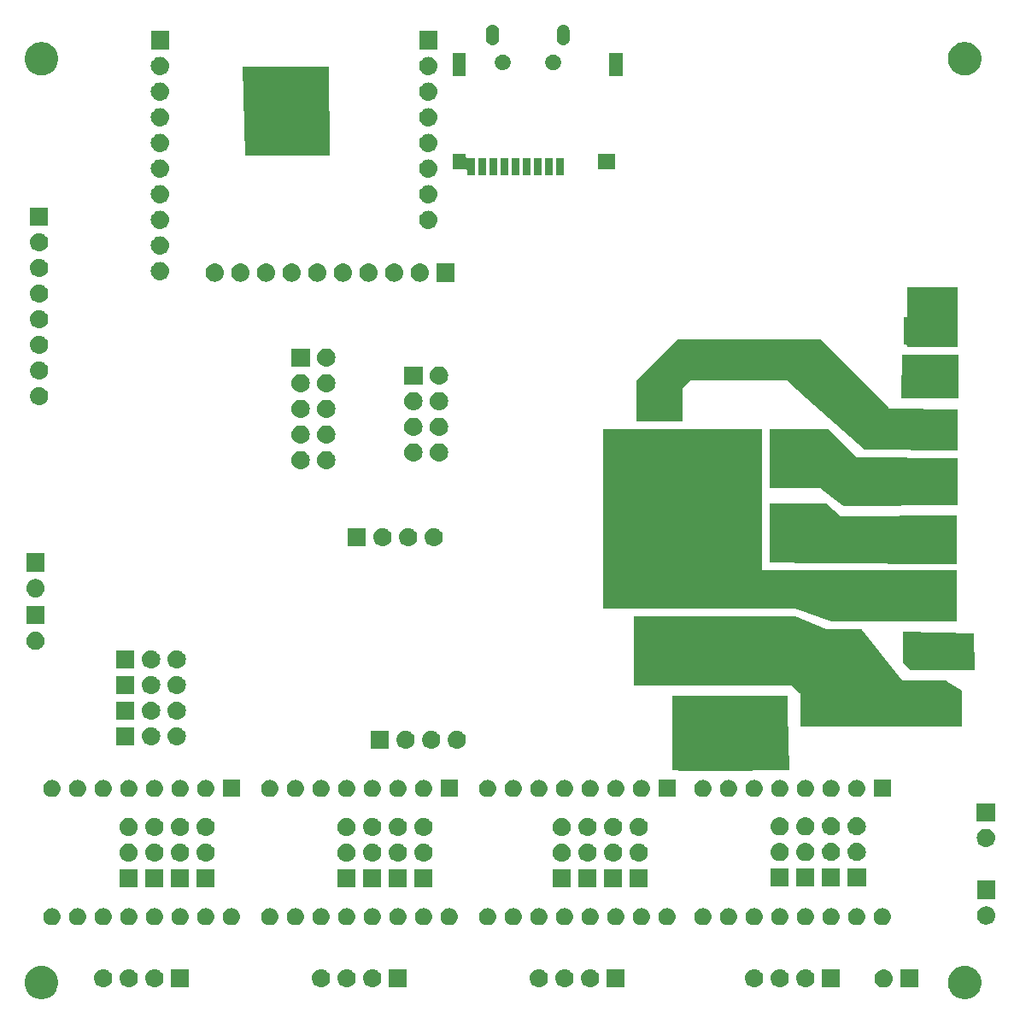
<source format=gbs>
G04 #@! TF.GenerationSoftware,KiCad,Pcbnew,5.0.2-bee76a0~70~ubuntu18.04.1*
G04 #@! TF.CreationDate,2019-06-18T09:22:54+09:00*
G04 #@! TF.ProjectId,MRR_ESPE,4d52525f-4553-4504-952e-6b696361645f,v0.2*
G04 #@! TF.SameCoordinates,Original*
G04 #@! TF.FileFunction,Soldermask,Bot*
G04 #@! TF.FilePolarity,Negative*
%FSLAX46Y46*%
G04 Gerber Fmt 4.6, Leading zero omitted, Abs format (unit mm)*
G04 Created by KiCad (PCBNEW 5.0.2-bee76a0~70~ubuntu18.04.1) date Tue 18 Jun 2019 09:22:54 AM JST*
%MOMM*%
%LPD*%
G01*
G04 APERTURE LIST*
%ADD10C,0.100000*%
G04 APERTURE END LIST*
D10*
G36*
X140875256Y-130891298D02*
X140981579Y-130912447D01*
X141282042Y-131036903D01*
X141494705Y-131179000D01*
X141552454Y-131217587D01*
X141782413Y-131447546D01*
X141782415Y-131447549D01*
X141882283Y-131597011D01*
X141963098Y-131717960D01*
X141969549Y-131733534D01*
X142048184Y-131923375D01*
X142087553Y-132018422D01*
X142151000Y-132337389D01*
X142151000Y-132662611D01*
X142135569Y-132740185D01*
X142087553Y-132981579D01*
X141999550Y-133194037D01*
X141963098Y-133282040D01*
X141782413Y-133552454D01*
X141552454Y-133782413D01*
X141552451Y-133782415D01*
X141282042Y-133963097D01*
X140981579Y-134087553D01*
X140875256Y-134108702D01*
X140662611Y-134151000D01*
X140337389Y-134151000D01*
X140124744Y-134108702D01*
X140018421Y-134087553D01*
X139717958Y-133963097D01*
X139447549Y-133782415D01*
X139447546Y-133782413D01*
X139217587Y-133552454D01*
X139036902Y-133282040D01*
X139000450Y-133194037D01*
X138912447Y-132981579D01*
X138864431Y-132740185D01*
X138849000Y-132662611D01*
X138849000Y-132337389D01*
X138912447Y-132018422D01*
X138951817Y-131923375D01*
X139030451Y-131733534D01*
X139036902Y-131717960D01*
X139117718Y-131597011D01*
X139217585Y-131447549D01*
X139217587Y-131447546D01*
X139447546Y-131217587D01*
X139505295Y-131179000D01*
X139717958Y-131036903D01*
X140018421Y-130912447D01*
X140124744Y-130891298D01*
X140337389Y-130849000D01*
X140662611Y-130849000D01*
X140875256Y-130891298D01*
X140875256Y-130891298D01*
G37*
G36*
X49375256Y-130891298D02*
X49481579Y-130912447D01*
X49782042Y-131036903D01*
X49994705Y-131179000D01*
X50052454Y-131217587D01*
X50282413Y-131447546D01*
X50282415Y-131447549D01*
X50382283Y-131597011D01*
X50463098Y-131717960D01*
X50469549Y-131733534D01*
X50548184Y-131923375D01*
X50587553Y-132018422D01*
X50651000Y-132337389D01*
X50651000Y-132662611D01*
X50635569Y-132740185D01*
X50587553Y-132981579D01*
X50499550Y-133194037D01*
X50463098Y-133282040D01*
X50282413Y-133552454D01*
X50052454Y-133782413D01*
X50052451Y-133782415D01*
X49782042Y-133963097D01*
X49481579Y-134087553D01*
X49375256Y-134108702D01*
X49162611Y-134151000D01*
X48837389Y-134151000D01*
X48624744Y-134108702D01*
X48518421Y-134087553D01*
X48217958Y-133963097D01*
X47947549Y-133782415D01*
X47947546Y-133782413D01*
X47717587Y-133552454D01*
X47536902Y-133282040D01*
X47500450Y-133194037D01*
X47412447Y-132981579D01*
X47364431Y-132740185D01*
X47349000Y-132662611D01*
X47349000Y-132337389D01*
X47412447Y-132018422D01*
X47451817Y-131923375D01*
X47530451Y-131733534D01*
X47536902Y-131717960D01*
X47617718Y-131597011D01*
X47717585Y-131447549D01*
X47717587Y-131447546D01*
X47947546Y-131217587D01*
X48005295Y-131179000D01*
X48217958Y-131036903D01*
X48518421Y-130912447D01*
X48624744Y-130891298D01*
X48837389Y-130849000D01*
X49162611Y-130849000D01*
X49375256Y-130891298D01*
X49375256Y-130891298D01*
G37*
G36*
X135901000Y-133001000D02*
X134099000Y-133001000D01*
X134099000Y-131199000D01*
X135901000Y-131199000D01*
X135901000Y-133001000D01*
X135901000Y-133001000D01*
G37*
G36*
X132570443Y-131205519D02*
X132636627Y-131212037D01*
X132740535Y-131243557D01*
X132806467Y-131263557D01*
X132925572Y-131327221D01*
X132962991Y-131347222D01*
X132998729Y-131376552D01*
X133100186Y-131459814D01*
X133183448Y-131561271D01*
X133212778Y-131597009D01*
X133212779Y-131597011D01*
X133296443Y-131753533D01*
X133296443Y-131753534D01*
X133347963Y-131923373D01*
X133365359Y-132100000D01*
X133347963Y-132276627D01*
X133329531Y-132337389D01*
X133296443Y-132446467D01*
X133223469Y-132582989D01*
X133212778Y-132602991D01*
X133183448Y-132638729D01*
X133100186Y-132740186D01*
X132998729Y-132823448D01*
X132962991Y-132852778D01*
X132962989Y-132852779D01*
X132806467Y-132936443D01*
X132749853Y-132953616D01*
X132636627Y-132987963D01*
X132570443Y-132994481D01*
X132504260Y-133001000D01*
X132415740Y-133001000D01*
X132349557Y-132994481D01*
X132283373Y-132987963D01*
X132170147Y-132953616D01*
X132113533Y-132936443D01*
X131957011Y-132852779D01*
X131957009Y-132852778D01*
X131921271Y-132823448D01*
X131819814Y-132740186D01*
X131736552Y-132638729D01*
X131707222Y-132602991D01*
X131696531Y-132582989D01*
X131623557Y-132446467D01*
X131590469Y-132337389D01*
X131572037Y-132276627D01*
X131554641Y-132100000D01*
X131572037Y-131923373D01*
X131623557Y-131753534D01*
X131623557Y-131753533D01*
X131707221Y-131597011D01*
X131707222Y-131597009D01*
X131736552Y-131561271D01*
X131819814Y-131459814D01*
X131921271Y-131376552D01*
X131957009Y-131347222D01*
X131994428Y-131327221D01*
X132113533Y-131263557D01*
X132179465Y-131243557D01*
X132283373Y-131212037D01*
X132349557Y-131205519D01*
X132415740Y-131199000D01*
X132504260Y-131199000D01*
X132570443Y-131205519D01*
X132570443Y-131205519D01*
G37*
G36*
X57768442Y-131185518D02*
X57834627Y-131192037D01*
X57918854Y-131217587D01*
X58004467Y-131243557D01*
X58143087Y-131317652D01*
X58160991Y-131327222D01*
X58185361Y-131347222D01*
X58298186Y-131439814D01*
X58381448Y-131541271D01*
X58410778Y-131577009D01*
X58410779Y-131577011D01*
X58494443Y-131733533D01*
X58494443Y-131733534D01*
X58545963Y-131903373D01*
X58563359Y-132080000D01*
X58545963Y-132256627D01*
X58511616Y-132369853D01*
X58494443Y-132426467D01*
X58420348Y-132565087D01*
X58410778Y-132582991D01*
X58394366Y-132602989D01*
X58298186Y-132720186D01*
X58196729Y-132803448D01*
X58160991Y-132832778D01*
X58160989Y-132832779D01*
X58004467Y-132916443D01*
X57947853Y-132933616D01*
X57834627Y-132967963D01*
X57768443Y-132974481D01*
X57702260Y-132981000D01*
X57613740Y-132981000D01*
X57547557Y-132974481D01*
X57481373Y-132967963D01*
X57368147Y-132933616D01*
X57311533Y-132916443D01*
X57155011Y-132832779D01*
X57155009Y-132832778D01*
X57119271Y-132803448D01*
X57017814Y-132720186D01*
X56921634Y-132602989D01*
X56905222Y-132582991D01*
X56895652Y-132565087D01*
X56821557Y-132426467D01*
X56804384Y-132369853D01*
X56770037Y-132256627D01*
X56752641Y-132080000D01*
X56770037Y-131903373D01*
X56821557Y-131733534D01*
X56821557Y-131733533D01*
X56905221Y-131577011D01*
X56905222Y-131577009D01*
X56934552Y-131541271D01*
X57017814Y-131439814D01*
X57130639Y-131347222D01*
X57155009Y-131327222D01*
X57172913Y-131317652D01*
X57311533Y-131243557D01*
X57397146Y-131217587D01*
X57481373Y-131192037D01*
X57547558Y-131185518D01*
X57613740Y-131179000D01*
X57702260Y-131179000D01*
X57768442Y-131185518D01*
X57768442Y-131185518D01*
G37*
G36*
X55228442Y-131185518D02*
X55294627Y-131192037D01*
X55378854Y-131217587D01*
X55464467Y-131243557D01*
X55603087Y-131317652D01*
X55620991Y-131327222D01*
X55645361Y-131347222D01*
X55758186Y-131439814D01*
X55841448Y-131541271D01*
X55870778Y-131577009D01*
X55870779Y-131577011D01*
X55954443Y-131733533D01*
X55954443Y-131733534D01*
X56005963Y-131903373D01*
X56023359Y-132080000D01*
X56005963Y-132256627D01*
X55971616Y-132369853D01*
X55954443Y-132426467D01*
X55880348Y-132565087D01*
X55870778Y-132582991D01*
X55854366Y-132602989D01*
X55758186Y-132720186D01*
X55656729Y-132803448D01*
X55620991Y-132832778D01*
X55620989Y-132832779D01*
X55464467Y-132916443D01*
X55407853Y-132933616D01*
X55294627Y-132967963D01*
X55228443Y-132974481D01*
X55162260Y-132981000D01*
X55073740Y-132981000D01*
X55007557Y-132974481D01*
X54941373Y-132967963D01*
X54828147Y-132933616D01*
X54771533Y-132916443D01*
X54615011Y-132832779D01*
X54615009Y-132832778D01*
X54579271Y-132803448D01*
X54477814Y-132720186D01*
X54381634Y-132602989D01*
X54365222Y-132582991D01*
X54355652Y-132565087D01*
X54281557Y-132426467D01*
X54264384Y-132369853D01*
X54230037Y-132256627D01*
X54212641Y-132080000D01*
X54230037Y-131903373D01*
X54281557Y-131733534D01*
X54281557Y-131733533D01*
X54365221Y-131577011D01*
X54365222Y-131577009D01*
X54394552Y-131541271D01*
X54477814Y-131439814D01*
X54590639Y-131347222D01*
X54615009Y-131327222D01*
X54632913Y-131317652D01*
X54771533Y-131243557D01*
X54857146Y-131217587D01*
X54941373Y-131192037D01*
X55007558Y-131185518D01*
X55073740Y-131179000D01*
X55162260Y-131179000D01*
X55228442Y-131185518D01*
X55228442Y-131185518D01*
G37*
G36*
X60308442Y-131185518D02*
X60374627Y-131192037D01*
X60458854Y-131217587D01*
X60544467Y-131243557D01*
X60683087Y-131317652D01*
X60700991Y-131327222D01*
X60725361Y-131347222D01*
X60838186Y-131439814D01*
X60921448Y-131541271D01*
X60950778Y-131577009D01*
X60950779Y-131577011D01*
X61034443Y-131733533D01*
X61034443Y-131733534D01*
X61085963Y-131903373D01*
X61103359Y-132080000D01*
X61085963Y-132256627D01*
X61051616Y-132369853D01*
X61034443Y-132426467D01*
X60960348Y-132565087D01*
X60950778Y-132582991D01*
X60934366Y-132602989D01*
X60838186Y-132720186D01*
X60736729Y-132803448D01*
X60700991Y-132832778D01*
X60700989Y-132832779D01*
X60544467Y-132916443D01*
X60487853Y-132933616D01*
X60374627Y-132967963D01*
X60308443Y-132974481D01*
X60242260Y-132981000D01*
X60153740Y-132981000D01*
X60087557Y-132974481D01*
X60021373Y-132967963D01*
X59908147Y-132933616D01*
X59851533Y-132916443D01*
X59695011Y-132832779D01*
X59695009Y-132832778D01*
X59659271Y-132803448D01*
X59557814Y-132720186D01*
X59461634Y-132602989D01*
X59445222Y-132582991D01*
X59435652Y-132565087D01*
X59361557Y-132426467D01*
X59344384Y-132369853D01*
X59310037Y-132256627D01*
X59292641Y-132080000D01*
X59310037Y-131903373D01*
X59361557Y-131733534D01*
X59361557Y-131733533D01*
X59445221Y-131577011D01*
X59445222Y-131577009D01*
X59474552Y-131541271D01*
X59557814Y-131439814D01*
X59670639Y-131347222D01*
X59695009Y-131327222D01*
X59712913Y-131317652D01*
X59851533Y-131243557D01*
X59937146Y-131217587D01*
X60021373Y-131192037D01*
X60087558Y-131185518D01*
X60153740Y-131179000D01*
X60242260Y-131179000D01*
X60308442Y-131185518D01*
X60308442Y-131185518D01*
G37*
G36*
X63639000Y-132981000D02*
X61837000Y-132981000D01*
X61837000Y-131179000D01*
X63639000Y-131179000D01*
X63639000Y-132981000D01*
X63639000Y-132981000D01*
G37*
G36*
X98408442Y-131185518D02*
X98474627Y-131192037D01*
X98558854Y-131217587D01*
X98644467Y-131243557D01*
X98783087Y-131317652D01*
X98800991Y-131327222D01*
X98825361Y-131347222D01*
X98938186Y-131439814D01*
X99021448Y-131541271D01*
X99050778Y-131577009D01*
X99050779Y-131577011D01*
X99134443Y-131733533D01*
X99134443Y-131733534D01*
X99185963Y-131903373D01*
X99203359Y-132080000D01*
X99185963Y-132256627D01*
X99151616Y-132369853D01*
X99134443Y-132426467D01*
X99060348Y-132565087D01*
X99050778Y-132582991D01*
X99034366Y-132602989D01*
X98938186Y-132720186D01*
X98836729Y-132803448D01*
X98800991Y-132832778D01*
X98800989Y-132832779D01*
X98644467Y-132916443D01*
X98587853Y-132933616D01*
X98474627Y-132967963D01*
X98408443Y-132974481D01*
X98342260Y-132981000D01*
X98253740Y-132981000D01*
X98187557Y-132974481D01*
X98121373Y-132967963D01*
X98008147Y-132933616D01*
X97951533Y-132916443D01*
X97795011Y-132832779D01*
X97795009Y-132832778D01*
X97759271Y-132803448D01*
X97657814Y-132720186D01*
X97561634Y-132602989D01*
X97545222Y-132582991D01*
X97535652Y-132565087D01*
X97461557Y-132426467D01*
X97444384Y-132369853D01*
X97410037Y-132256627D01*
X97392641Y-132080000D01*
X97410037Y-131903373D01*
X97461557Y-131733534D01*
X97461557Y-131733533D01*
X97545221Y-131577011D01*
X97545222Y-131577009D01*
X97574552Y-131541271D01*
X97657814Y-131439814D01*
X97770639Y-131347222D01*
X97795009Y-131327222D01*
X97812913Y-131317652D01*
X97951533Y-131243557D01*
X98037146Y-131217587D01*
X98121373Y-131192037D01*
X98187558Y-131185518D01*
X98253740Y-131179000D01*
X98342260Y-131179000D01*
X98408442Y-131185518D01*
X98408442Y-131185518D01*
G37*
G36*
X100948442Y-131185518D02*
X101014627Y-131192037D01*
X101098854Y-131217587D01*
X101184467Y-131243557D01*
X101323087Y-131317652D01*
X101340991Y-131327222D01*
X101365361Y-131347222D01*
X101478186Y-131439814D01*
X101561448Y-131541271D01*
X101590778Y-131577009D01*
X101590779Y-131577011D01*
X101674443Y-131733533D01*
X101674443Y-131733534D01*
X101725963Y-131903373D01*
X101743359Y-132080000D01*
X101725963Y-132256627D01*
X101691616Y-132369853D01*
X101674443Y-132426467D01*
X101600348Y-132565087D01*
X101590778Y-132582991D01*
X101574366Y-132602989D01*
X101478186Y-132720186D01*
X101376729Y-132803448D01*
X101340991Y-132832778D01*
X101340989Y-132832779D01*
X101184467Y-132916443D01*
X101127853Y-132933616D01*
X101014627Y-132967963D01*
X100948443Y-132974481D01*
X100882260Y-132981000D01*
X100793740Y-132981000D01*
X100727557Y-132974481D01*
X100661373Y-132967963D01*
X100548147Y-132933616D01*
X100491533Y-132916443D01*
X100335011Y-132832779D01*
X100335009Y-132832778D01*
X100299271Y-132803448D01*
X100197814Y-132720186D01*
X100101634Y-132602989D01*
X100085222Y-132582991D01*
X100075652Y-132565087D01*
X100001557Y-132426467D01*
X99984384Y-132369853D01*
X99950037Y-132256627D01*
X99932641Y-132080000D01*
X99950037Y-131903373D01*
X100001557Y-131733534D01*
X100001557Y-131733533D01*
X100085221Y-131577011D01*
X100085222Y-131577009D01*
X100114552Y-131541271D01*
X100197814Y-131439814D01*
X100310639Y-131347222D01*
X100335009Y-131327222D01*
X100352913Y-131317652D01*
X100491533Y-131243557D01*
X100577146Y-131217587D01*
X100661373Y-131192037D01*
X100727558Y-131185518D01*
X100793740Y-131179000D01*
X100882260Y-131179000D01*
X100948442Y-131185518D01*
X100948442Y-131185518D01*
G37*
G36*
X103488442Y-131185518D02*
X103554627Y-131192037D01*
X103638854Y-131217587D01*
X103724467Y-131243557D01*
X103863087Y-131317652D01*
X103880991Y-131327222D01*
X103905361Y-131347222D01*
X104018186Y-131439814D01*
X104101448Y-131541271D01*
X104130778Y-131577009D01*
X104130779Y-131577011D01*
X104214443Y-131733533D01*
X104214443Y-131733534D01*
X104265963Y-131903373D01*
X104283359Y-132080000D01*
X104265963Y-132256627D01*
X104231616Y-132369853D01*
X104214443Y-132426467D01*
X104140348Y-132565087D01*
X104130778Y-132582991D01*
X104114366Y-132602989D01*
X104018186Y-132720186D01*
X103916729Y-132803448D01*
X103880991Y-132832778D01*
X103880989Y-132832779D01*
X103724467Y-132916443D01*
X103667853Y-132933616D01*
X103554627Y-132967963D01*
X103488443Y-132974481D01*
X103422260Y-132981000D01*
X103333740Y-132981000D01*
X103267557Y-132974481D01*
X103201373Y-132967963D01*
X103088147Y-132933616D01*
X103031533Y-132916443D01*
X102875011Y-132832779D01*
X102875009Y-132832778D01*
X102839271Y-132803448D01*
X102737814Y-132720186D01*
X102641634Y-132602989D01*
X102625222Y-132582991D01*
X102615652Y-132565087D01*
X102541557Y-132426467D01*
X102524384Y-132369853D01*
X102490037Y-132256627D01*
X102472641Y-132080000D01*
X102490037Y-131903373D01*
X102541557Y-131733534D01*
X102541557Y-131733533D01*
X102625221Y-131577011D01*
X102625222Y-131577009D01*
X102654552Y-131541271D01*
X102737814Y-131439814D01*
X102850639Y-131347222D01*
X102875009Y-131327222D01*
X102892913Y-131317652D01*
X103031533Y-131243557D01*
X103117146Y-131217587D01*
X103201373Y-131192037D01*
X103267558Y-131185518D01*
X103333740Y-131179000D01*
X103422260Y-131179000D01*
X103488442Y-131185518D01*
X103488442Y-131185518D01*
G37*
G36*
X106819000Y-132981000D02*
X105017000Y-132981000D01*
X105017000Y-131179000D01*
X106819000Y-131179000D01*
X106819000Y-132981000D01*
X106819000Y-132981000D01*
G37*
G36*
X79358442Y-131185518D02*
X79424627Y-131192037D01*
X79508854Y-131217587D01*
X79594467Y-131243557D01*
X79733087Y-131317652D01*
X79750991Y-131327222D01*
X79775361Y-131347222D01*
X79888186Y-131439814D01*
X79971448Y-131541271D01*
X80000778Y-131577009D01*
X80000779Y-131577011D01*
X80084443Y-131733533D01*
X80084443Y-131733534D01*
X80135963Y-131903373D01*
X80153359Y-132080000D01*
X80135963Y-132256627D01*
X80101616Y-132369853D01*
X80084443Y-132426467D01*
X80010348Y-132565087D01*
X80000778Y-132582991D01*
X79984366Y-132602989D01*
X79888186Y-132720186D01*
X79786729Y-132803448D01*
X79750991Y-132832778D01*
X79750989Y-132832779D01*
X79594467Y-132916443D01*
X79537853Y-132933616D01*
X79424627Y-132967963D01*
X79358443Y-132974481D01*
X79292260Y-132981000D01*
X79203740Y-132981000D01*
X79137557Y-132974481D01*
X79071373Y-132967963D01*
X78958147Y-132933616D01*
X78901533Y-132916443D01*
X78745011Y-132832779D01*
X78745009Y-132832778D01*
X78709271Y-132803448D01*
X78607814Y-132720186D01*
X78511634Y-132602989D01*
X78495222Y-132582991D01*
X78485652Y-132565087D01*
X78411557Y-132426467D01*
X78394384Y-132369853D01*
X78360037Y-132256627D01*
X78342641Y-132080000D01*
X78360037Y-131903373D01*
X78411557Y-131733534D01*
X78411557Y-131733533D01*
X78495221Y-131577011D01*
X78495222Y-131577009D01*
X78524552Y-131541271D01*
X78607814Y-131439814D01*
X78720639Y-131347222D01*
X78745009Y-131327222D01*
X78762913Y-131317652D01*
X78901533Y-131243557D01*
X78987146Y-131217587D01*
X79071373Y-131192037D01*
X79137558Y-131185518D01*
X79203740Y-131179000D01*
X79292260Y-131179000D01*
X79358442Y-131185518D01*
X79358442Y-131185518D01*
G37*
G36*
X81898442Y-131185518D02*
X81964627Y-131192037D01*
X82048854Y-131217587D01*
X82134467Y-131243557D01*
X82273087Y-131317652D01*
X82290991Y-131327222D01*
X82315361Y-131347222D01*
X82428186Y-131439814D01*
X82511448Y-131541271D01*
X82540778Y-131577009D01*
X82540779Y-131577011D01*
X82624443Y-131733533D01*
X82624443Y-131733534D01*
X82675963Y-131903373D01*
X82693359Y-132080000D01*
X82675963Y-132256627D01*
X82641616Y-132369853D01*
X82624443Y-132426467D01*
X82550348Y-132565087D01*
X82540778Y-132582991D01*
X82524366Y-132602989D01*
X82428186Y-132720186D01*
X82326729Y-132803448D01*
X82290991Y-132832778D01*
X82290989Y-132832779D01*
X82134467Y-132916443D01*
X82077853Y-132933616D01*
X81964627Y-132967963D01*
X81898443Y-132974481D01*
X81832260Y-132981000D01*
X81743740Y-132981000D01*
X81677557Y-132974481D01*
X81611373Y-132967963D01*
X81498147Y-132933616D01*
X81441533Y-132916443D01*
X81285011Y-132832779D01*
X81285009Y-132832778D01*
X81249271Y-132803448D01*
X81147814Y-132720186D01*
X81051634Y-132602989D01*
X81035222Y-132582991D01*
X81025652Y-132565087D01*
X80951557Y-132426467D01*
X80934384Y-132369853D01*
X80900037Y-132256627D01*
X80882641Y-132080000D01*
X80900037Y-131903373D01*
X80951557Y-131733534D01*
X80951557Y-131733533D01*
X81035221Y-131577011D01*
X81035222Y-131577009D01*
X81064552Y-131541271D01*
X81147814Y-131439814D01*
X81260639Y-131347222D01*
X81285009Y-131327222D01*
X81302913Y-131317652D01*
X81441533Y-131243557D01*
X81527146Y-131217587D01*
X81611373Y-131192037D01*
X81677558Y-131185518D01*
X81743740Y-131179000D01*
X81832260Y-131179000D01*
X81898442Y-131185518D01*
X81898442Y-131185518D01*
G37*
G36*
X85229000Y-132981000D02*
X83427000Y-132981000D01*
X83427000Y-131179000D01*
X85229000Y-131179000D01*
X85229000Y-132981000D01*
X85229000Y-132981000D01*
G37*
G36*
X119744442Y-131185518D02*
X119810627Y-131192037D01*
X119894854Y-131217587D01*
X119980467Y-131243557D01*
X120119087Y-131317652D01*
X120136991Y-131327222D01*
X120161361Y-131347222D01*
X120274186Y-131439814D01*
X120357448Y-131541271D01*
X120386778Y-131577009D01*
X120386779Y-131577011D01*
X120470443Y-131733533D01*
X120470443Y-131733534D01*
X120521963Y-131903373D01*
X120539359Y-132080000D01*
X120521963Y-132256627D01*
X120487616Y-132369853D01*
X120470443Y-132426467D01*
X120396348Y-132565087D01*
X120386778Y-132582991D01*
X120370366Y-132602989D01*
X120274186Y-132720186D01*
X120172729Y-132803448D01*
X120136991Y-132832778D01*
X120136989Y-132832779D01*
X119980467Y-132916443D01*
X119923853Y-132933616D01*
X119810627Y-132967963D01*
X119744443Y-132974481D01*
X119678260Y-132981000D01*
X119589740Y-132981000D01*
X119523557Y-132974481D01*
X119457373Y-132967963D01*
X119344147Y-132933616D01*
X119287533Y-132916443D01*
X119131011Y-132832779D01*
X119131009Y-132832778D01*
X119095271Y-132803448D01*
X118993814Y-132720186D01*
X118897634Y-132602989D01*
X118881222Y-132582991D01*
X118871652Y-132565087D01*
X118797557Y-132426467D01*
X118780384Y-132369853D01*
X118746037Y-132256627D01*
X118728641Y-132080000D01*
X118746037Y-131903373D01*
X118797557Y-131733534D01*
X118797557Y-131733533D01*
X118881221Y-131577011D01*
X118881222Y-131577009D01*
X118910552Y-131541271D01*
X118993814Y-131439814D01*
X119106639Y-131347222D01*
X119131009Y-131327222D01*
X119148913Y-131317652D01*
X119287533Y-131243557D01*
X119373146Y-131217587D01*
X119457373Y-131192037D01*
X119523558Y-131185518D01*
X119589740Y-131179000D01*
X119678260Y-131179000D01*
X119744442Y-131185518D01*
X119744442Y-131185518D01*
G37*
G36*
X122284442Y-131185518D02*
X122350627Y-131192037D01*
X122434854Y-131217587D01*
X122520467Y-131243557D01*
X122659087Y-131317652D01*
X122676991Y-131327222D01*
X122701361Y-131347222D01*
X122814186Y-131439814D01*
X122897448Y-131541271D01*
X122926778Y-131577009D01*
X122926779Y-131577011D01*
X123010443Y-131733533D01*
X123010443Y-131733534D01*
X123061963Y-131903373D01*
X123079359Y-132080000D01*
X123061963Y-132256627D01*
X123027616Y-132369853D01*
X123010443Y-132426467D01*
X122936348Y-132565087D01*
X122926778Y-132582991D01*
X122910366Y-132602989D01*
X122814186Y-132720186D01*
X122712729Y-132803448D01*
X122676991Y-132832778D01*
X122676989Y-132832779D01*
X122520467Y-132916443D01*
X122463853Y-132933616D01*
X122350627Y-132967963D01*
X122284443Y-132974481D01*
X122218260Y-132981000D01*
X122129740Y-132981000D01*
X122063557Y-132974481D01*
X121997373Y-132967963D01*
X121884147Y-132933616D01*
X121827533Y-132916443D01*
X121671011Y-132832779D01*
X121671009Y-132832778D01*
X121635271Y-132803448D01*
X121533814Y-132720186D01*
X121437634Y-132602989D01*
X121421222Y-132582991D01*
X121411652Y-132565087D01*
X121337557Y-132426467D01*
X121320384Y-132369853D01*
X121286037Y-132256627D01*
X121268641Y-132080000D01*
X121286037Y-131903373D01*
X121337557Y-131733534D01*
X121337557Y-131733533D01*
X121421221Y-131577011D01*
X121421222Y-131577009D01*
X121450552Y-131541271D01*
X121533814Y-131439814D01*
X121646639Y-131347222D01*
X121671009Y-131327222D01*
X121688913Y-131317652D01*
X121827533Y-131243557D01*
X121913146Y-131217587D01*
X121997373Y-131192037D01*
X122063558Y-131185518D01*
X122129740Y-131179000D01*
X122218260Y-131179000D01*
X122284442Y-131185518D01*
X122284442Y-131185518D01*
G37*
G36*
X76818442Y-131185518D02*
X76884627Y-131192037D01*
X76968854Y-131217587D01*
X77054467Y-131243557D01*
X77193087Y-131317652D01*
X77210991Y-131327222D01*
X77235361Y-131347222D01*
X77348186Y-131439814D01*
X77431448Y-131541271D01*
X77460778Y-131577009D01*
X77460779Y-131577011D01*
X77544443Y-131733533D01*
X77544443Y-131733534D01*
X77595963Y-131903373D01*
X77613359Y-132080000D01*
X77595963Y-132256627D01*
X77561616Y-132369853D01*
X77544443Y-132426467D01*
X77470348Y-132565087D01*
X77460778Y-132582991D01*
X77444366Y-132602989D01*
X77348186Y-132720186D01*
X77246729Y-132803448D01*
X77210991Y-132832778D01*
X77210989Y-132832779D01*
X77054467Y-132916443D01*
X76997853Y-132933616D01*
X76884627Y-132967963D01*
X76818443Y-132974481D01*
X76752260Y-132981000D01*
X76663740Y-132981000D01*
X76597557Y-132974481D01*
X76531373Y-132967963D01*
X76418147Y-132933616D01*
X76361533Y-132916443D01*
X76205011Y-132832779D01*
X76205009Y-132832778D01*
X76169271Y-132803448D01*
X76067814Y-132720186D01*
X75971634Y-132602989D01*
X75955222Y-132582991D01*
X75945652Y-132565087D01*
X75871557Y-132426467D01*
X75854384Y-132369853D01*
X75820037Y-132256627D01*
X75802641Y-132080000D01*
X75820037Y-131903373D01*
X75871557Y-131733534D01*
X75871557Y-131733533D01*
X75955221Y-131577011D01*
X75955222Y-131577009D01*
X75984552Y-131541271D01*
X76067814Y-131439814D01*
X76180639Y-131347222D01*
X76205009Y-131327222D01*
X76222913Y-131317652D01*
X76361533Y-131243557D01*
X76447146Y-131217587D01*
X76531373Y-131192037D01*
X76597558Y-131185518D01*
X76663740Y-131179000D01*
X76752260Y-131179000D01*
X76818442Y-131185518D01*
X76818442Y-131185518D01*
G37*
G36*
X124824442Y-131185518D02*
X124890627Y-131192037D01*
X124974854Y-131217587D01*
X125060467Y-131243557D01*
X125199087Y-131317652D01*
X125216991Y-131327222D01*
X125241361Y-131347222D01*
X125354186Y-131439814D01*
X125437448Y-131541271D01*
X125466778Y-131577009D01*
X125466779Y-131577011D01*
X125550443Y-131733533D01*
X125550443Y-131733534D01*
X125601963Y-131903373D01*
X125619359Y-132080000D01*
X125601963Y-132256627D01*
X125567616Y-132369853D01*
X125550443Y-132426467D01*
X125476348Y-132565087D01*
X125466778Y-132582991D01*
X125450366Y-132602989D01*
X125354186Y-132720186D01*
X125252729Y-132803448D01*
X125216991Y-132832778D01*
X125216989Y-132832779D01*
X125060467Y-132916443D01*
X125003853Y-132933616D01*
X124890627Y-132967963D01*
X124824443Y-132974481D01*
X124758260Y-132981000D01*
X124669740Y-132981000D01*
X124603557Y-132974481D01*
X124537373Y-132967963D01*
X124424147Y-132933616D01*
X124367533Y-132916443D01*
X124211011Y-132832779D01*
X124211009Y-132832778D01*
X124175271Y-132803448D01*
X124073814Y-132720186D01*
X123977634Y-132602989D01*
X123961222Y-132582991D01*
X123951652Y-132565087D01*
X123877557Y-132426467D01*
X123860384Y-132369853D01*
X123826037Y-132256627D01*
X123808641Y-132080000D01*
X123826037Y-131903373D01*
X123877557Y-131733534D01*
X123877557Y-131733533D01*
X123961221Y-131577011D01*
X123961222Y-131577009D01*
X123990552Y-131541271D01*
X124073814Y-131439814D01*
X124186639Y-131347222D01*
X124211009Y-131327222D01*
X124228913Y-131317652D01*
X124367533Y-131243557D01*
X124453146Y-131217587D01*
X124537373Y-131192037D01*
X124603558Y-131185518D01*
X124669740Y-131179000D01*
X124758260Y-131179000D01*
X124824442Y-131185518D01*
X124824442Y-131185518D01*
G37*
G36*
X128155000Y-132981000D02*
X126353000Y-132981000D01*
X126353000Y-131179000D01*
X128155000Y-131179000D01*
X128155000Y-132981000D01*
X128155000Y-132981000D01*
G37*
G36*
X74334821Y-125145313D02*
X74334824Y-125145314D01*
X74334825Y-125145314D01*
X74495239Y-125193975D01*
X74495241Y-125193976D01*
X74495244Y-125193977D01*
X74643078Y-125272995D01*
X74772659Y-125379341D01*
X74879005Y-125508922D01*
X74958023Y-125656756D01*
X75006687Y-125817179D01*
X75023117Y-125984000D01*
X75006687Y-126150821D01*
X75006686Y-126150824D01*
X75006686Y-126150825D01*
X74988291Y-126211466D01*
X74958023Y-126311244D01*
X74879005Y-126459078D01*
X74772659Y-126588659D01*
X74643078Y-126695005D01*
X74495244Y-126774023D01*
X74495241Y-126774024D01*
X74495239Y-126774025D01*
X74334825Y-126822686D01*
X74334824Y-126822686D01*
X74334821Y-126822687D01*
X74209804Y-126835000D01*
X74126196Y-126835000D01*
X74001179Y-126822687D01*
X74001176Y-126822686D01*
X74001175Y-126822686D01*
X73840761Y-126774025D01*
X73840759Y-126774024D01*
X73840756Y-126774023D01*
X73692922Y-126695005D01*
X73563341Y-126588659D01*
X73456995Y-126459078D01*
X73377977Y-126311244D01*
X73347710Y-126211466D01*
X73329314Y-126150825D01*
X73329314Y-126150824D01*
X73329313Y-126150821D01*
X73312883Y-125984000D01*
X73329313Y-125817179D01*
X73377977Y-125656756D01*
X73456995Y-125508922D01*
X73563341Y-125379341D01*
X73692922Y-125272995D01*
X73840756Y-125193977D01*
X73840759Y-125193976D01*
X73840761Y-125193975D01*
X74001175Y-125145314D01*
X74001176Y-125145314D01*
X74001179Y-125145313D01*
X74126196Y-125133000D01*
X74209804Y-125133000D01*
X74334821Y-125145313D01*
X74334821Y-125145313D01*
G37*
G36*
X76874821Y-125145313D02*
X76874824Y-125145314D01*
X76874825Y-125145314D01*
X77035239Y-125193975D01*
X77035241Y-125193976D01*
X77035244Y-125193977D01*
X77183078Y-125272995D01*
X77312659Y-125379341D01*
X77419005Y-125508922D01*
X77498023Y-125656756D01*
X77546687Y-125817179D01*
X77563117Y-125984000D01*
X77546687Y-126150821D01*
X77546686Y-126150824D01*
X77546686Y-126150825D01*
X77528291Y-126211466D01*
X77498023Y-126311244D01*
X77419005Y-126459078D01*
X77312659Y-126588659D01*
X77183078Y-126695005D01*
X77035244Y-126774023D01*
X77035241Y-126774024D01*
X77035239Y-126774025D01*
X76874825Y-126822686D01*
X76874824Y-126822686D01*
X76874821Y-126822687D01*
X76749804Y-126835000D01*
X76666196Y-126835000D01*
X76541179Y-126822687D01*
X76541176Y-126822686D01*
X76541175Y-126822686D01*
X76380761Y-126774025D01*
X76380759Y-126774024D01*
X76380756Y-126774023D01*
X76232922Y-126695005D01*
X76103341Y-126588659D01*
X75996995Y-126459078D01*
X75917977Y-126311244D01*
X75887710Y-126211466D01*
X75869314Y-126150825D01*
X75869314Y-126150824D01*
X75869313Y-126150821D01*
X75852883Y-125984000D01*
X75869313Y-125817179D01*
X75917977Y-125656756D01*
X75996995Y-125508922D01*
X76103341Y-125379341D01*
X76232922Y-125272995D01*
X76380756Y-125193977D01*
X76380759Y-125193976D01*
X76380761Y-125193975D01*
X76541175Y-125145314D01*
X76541176Y-125145314D01*
X76541179Y-125145313D01*
X76666196Y-125133000D01*
X76749804Y-125133000D01*
X76874821Y-125145313D01*
X76874821Y-125145313D01*
G37*
G36*
X79414821Y-125145313D02*
X79414824Y-125145314D01*
X79414825Y-125145314D01*
X79575239Y-125193975D01*
X79575241Y-125193976D01*
X79575244Y-125193977D01*
X79723078Y-125272995D01*
X79852659Y-125379341D01*
X79959005Y-125508922D01*
X80038023Y-125656756D01*
X80086687Y-125817179D01*
X80103117Y-125984000D01*
X80086687Y-126150821D01*
X80086686Y-126150824D01*
X80086686Y-126150825D01*
X80068291Y-126211466D01*
X80038023Y-126311244D01*
X79959005Y-126459078D01*
X79852659Y-126588659D01*
X79723078Y-126695005D01*
X79575244Y-126774023D01*
X79575241Y-126774024D01*
X79575239Y-126774025D01*
X79414825Y-126822686D01*
X79414824Y-126822686D01*
X79414821Y-126822687D01*
X79289804Y-126835000D01*
X79206196Y-126835000D01*
X79081179Y-126822687D01*
X79081176Y-126822686D01*
X79081175Y-126822686D01*
X78920761Y-126774025D01*
X78920759Y-126774024D01*
X78920756Y-126774023D01*
X78772922Y-126695005D01*
X78643341Y-126588659D01*
X78536995Y-126459078D01*
X78457977Y-126311244D01*
X78427710Y-126211466D01*
X78409314Y-126150825D01*
X78409314Y-126150824D01*
X78409313Y-126150821D01*
X78392883Y-125984000D01*
X78409313Y-125817179D01*
X78457977Y-125656756D01*
X78536995Y-125508922D01*
X78643341Y-125379341D01*
X78772922Y-125272995D01*
X78920756Y-125193977D01*
X78920759Y-125193976D01*
X78920761Y-125193975D01*
X79081175Y-125145314D01*
X79081176Y-125145314D01*
X79081179Y-125145313D01*
X79206196Y-125133000D01*
X79289804Y-125133000D01*
X79414821Y-125145313D01*
X79414821Y-125145313D01*
G37*
G36*
X84494821Y-125145313D02*
X84494824Y-125145314D01*
X84494825Y-125145314D01*
X84655239Y-125193975D01*
X84655241Y-125193976D01*
X84655244Y-125193977D01*
X84803078Y-125272995D01*
X84932659Y-125379341D01*
X85039005Y-125508922D01*
X85118023Y-125656756D01*
X85166687Y-125817179D01*
X85183117Y-125984000D01*
X85166687Y-126150821D01*
X85166686Y-126150824D01*
X85166686Y-126150825D01*
X85148291Y-126211466D01*
X85118023Y-126311244D01*
X85039005Y-126459078D01*
X84932659Y-126588659D01*
X84803078Y-126695005D01*
X84655244Y-126774023D01*
X84655241Y-126774024D01*
X84655239Y-126774025D01*
X84494825Y-126822686D01*
X84494824Y-126822686D01*
X84494821Y-126822687D01*
X84369804Y-126835000D01*
X84286196Y-126835000D01*
X84161179Y-126822687D01*
X84161176Y-126822686D01*
X84161175Y-126822686D01*
X84000761Y-126774025D01*
X84000759Y-126774024D01*
X84000756Y-126774023D01*
X83852922Y-126695005D01*
X83723341Y-126588659D01*
X83616995Y-126459078D01*
X83537977Y-126311244D01*
X83507710Y-126211466D01*
X83489314Y-126150825D01*
X83489314Y-126150824D01*
X83489313Y-126150821D01*
X83472883Y-125984000D01*
X83489313Y-125817179D01*
X83537977Y-125656756D01*
X83616995Y-125508922D01*
X83723341Y-125379341D01*
X83852922Y-125272995D01*
X84000756Y-125193977D01*
X84000759Y-125193976D01*
X84000761Y-125193975D01*
X84161175Y-125145314D01*
X84161176Y-125145314D01*
X84161179Y-125145313D01*
X84286196Y-125133000D01*
X84369804Y-125133000D01*
X84494821Y-125145313D01*
X84494821Y-125145313D01*
G37*
G36*
X87034821Y-125145313D02*
X87034824Y-125145314D01*
X87034825Y-125145314D01*
X87195239Y-125193975D01*
X87195241Y-125193976D01*
X87195244Y-125193977D01*
X87343078Y-125272995D01*
X87472659Y-125379341D01*
X87579005Y-125508922D01*
X87658023Y-125656756D01*
X87706687Y-125817179D01*
X87723117Y-125984000D01*
X87706687Y-126150821D01*
X87706686Y-126150824D01*
X87706686Y-126150825D01*
X87688291Y-126211466D01*
X87658023Y-126311244D01*
X87579005Y-126459078D01*
X87472659Y-126588659D01*
X87343078Y-126695005D01*
X87195244Y-126774023D01*
X87195241Y-126774024D01*
X87195239Y-126774025D01*
X87034825Y-126822686D01*
X87034824Y-126822686D01*
X87034821Y-126822687D01*
X86909804Y-126835000D01*
X86826196Y-126835000D01*
X86701179Y-126822687D01*
X86701176Y-126822686D01*
X86701175Y-126822686D01*
X86540761Y-126774025D01*
X86540759Y-126774024D01*
X86540756Y-126774023D01*
X86392922Y-126695005D01*
X86263341Y-126588659D01*
X86156995Y-126459078D01*
X86077977Y-126311244D01*
X86047710Y-126211466D01*
X86029314Y-126150825D01*
X86029314Y-126150824D01*
X86029313Y-126150821D01*
X86012883Y-125984000D01*
X86029313Y-125817179D01*
X86077977Y-125656756D01*
X86156995Y-125508922D01*
X86263341Y-125379341D01*
X86392922Y-125272995D01*
X86540756Y-125193977D01*
X86540759Y-125193976D01*
X86540761Y-125193975D01*
X86701175Y-125145314D01*
X86701176Y-125145314D01*
X86701179Y-125145313D01*
X86826196Y-125133000D01*
X86909804Y-125133000D01*
X87034821Y-125145313D01*
X87034821Y-125145313D01*
G37*
G36*
X89574821Y-125145313D02*
X89574824Y-125145314D01*
X89574825Y-125145314D01*
X89735239Y-125193975D01*
X89735241Y-125193976D01*
X89735244Y-125193977D01*
X89883078Y-125272995D01*
X90012659Y-125379341D01*
X90119005Y-125508922D01*
X90198023Y-125656756D01*
X90246687Y-125817179D01*
X90263117Y-125984000D01*
X90246687Y-126150821D01*
X90246686Y-126150824D01*
X90246686Y-126150825D01*
X90228291Y-126211466D01*
X90198023Y-126311244D01*
X90119005Y-126459078D01*
X90012659Y-126588659D01*
X89883078Y-126695005D01*
X89735244Y-126774023D01*
X89735241Y-126774024D01*
X89735239Y-126774025D01*
X89574825Y-126822686D01*
X89574824Y-126822686D01*
X89574821Y-126822687D01*
X89449804Y-126835000D01*
X89366196Y-126835000D01*
X89241179Y-126822687D01*
X89241176Y-126822686D01*
X89241175Y-126822686D01*
X89080761Y-126774025D01*
X89080759Y-126774024D01*
X89080756Y-126774023D01*
X88932922Y-126695005D01*
X88803341Y-126588659D01*
X88696995Y-126459078D01*
X88617977Y-126311244D01*
X88587710Y-126211466D01*
X88569314Y-126150825D01*
X88569314Y-126150824D01*
X88569313Y-126150821D01*
X88552883Y-125984000D01*
X88569313Y-125817179D01*
X88617977Y-125656756D01*
X88696995Y-125508922D01*
X88803341Y-125379341D01*
X88932922Y-125272995D01*
X89080756Y-125193977D01*
X89080759Y-125193976D01*
X89080761Y-125193975D01*
X89241175Y-125145314D01*
X89241176Y-125145314D01*
X89241179Y-125145313D01*
X89366196Y-125133000D01*
X89449804Y-125133000D01*
X89574821Y-125145313D01*
X89574821Y-125145313D01*
G37*
G36*
X93384821Y-125145313D02*
X93384824Y-125145314D01*
X93384825Y-125145314D01*
X93545239Y-125193975D01*
X93545241Y-125193976D01*
X93545244Y-125193977D01*
X93693078Y-125272995D01*
X93822659Y-125379341D01*
X93929005Y-125508922D01*
X94008023Y-125656756D01*
X94056687Y-125817179D01*
X94073117Y-125984000D01*
X94056687Y-126150821D01*
X94056686Y-126150824D01*
X94056686Y-126150825D01*
X94038291Y-126211466D01*
X94008023Y-126311244D01*
X93929005Y-126459078D01*
X93822659Y-126588659D01*
X93693078Y-126695005D01*
X93545244Y-126774023D01*
X93545241Y-126774024D01*
X93545239Y-126774025D01*
X93384825Y-126822686D01*
X93384824Y-126822686D01*
X93384821Y-126822687D01*
X93259804Y-126835000D01*
X93176196Y-126835000D01*
X93051179Y-126822687D01*
X93051176Y-126822686D01*
X93051175Y-126822686D01*
X92890761Y-126774025D01*
X92890759Y-126774024D01*
X92890756Y-126774023D01*
X92742922Y-126695005D01*
X92613341Y-126588659D01*
X92506995Y-126459078D01*
X92427977Y-126311244D01*
X92397710Y-126211466D01*
X92379314Y-126150825D01*
X92379314Y-126150824D01*
X92379313Y-126150821D01*
X92362883Y-125984000D01*
X92379313Y-125817179D01*
X92427977Y-125656756D01*
X92506995Y-125508922D01*
X92613341Y-125379341D01*
X92742922Y-125272995D01*
X92890756Y-125193977D01*
X92890759Y-125193976D01*
X92890761Y-125193975D01*
X93051175Y-125145314D01*
X93051176Y-125145314D01*
X93051179Y-125145313D01*
X93176196Y-125133000D01*
X93259804Y-125133000D01*
X93384821Y-125145313D01*
X93384821Y-125145313D01*
G37*
G36*
X95924821Y-125145313D02*
X95924824Y-125145314D01*
X95924825Y-125145314D01*
X96085239Y-125193975D01*
X96085241Y-125193976D01*
X96085244Y-125193977D01*
X96233078Y-125272995D01*
X96362659Y-125379341D01*
X96469005Y-125508922D01*
X96548023Y-125656756D01*
X96596687Y-125817179D01*
X96613117Y-125984000D01*
X96596687Y-126150821D01*
X96596686Y-126150824D01*
X96596686Y-126150825D01*
X96578291Y-126211466D01*
X96548023Y-126311244D01*
X96469005Y-126459078D01*
X96362659Y-126588659D01*
X96233078Y-126695005D01*
X96085244Y-126774023D01*
X96085241Y-126774024D01*
X96085239Y-126774025D01*
X95924825Y-126822686D01*
X95924824Y-126822686D01*
X95924821Y-126822687D01*
X95799804Y-126835000D01*
X95716196Y-126835000D01*
X95591179Y-126822687D01*
X95591176Y-126822686D01*
X95591175Y-126822686D01*
X95430761Y-126774025D01*
X95430759Y-126774024D01*
X95430756Y-126774023D01*
X95282922Y-126695005D01*
X95153341Y-126588659D01*
X95046995Y-126459078D01*
X94967977Y-126311244D01*
X94937710Y-126211466D01*
X94919314Y-126150825D01*
X94919314Y-126150824D01*
X94919313Y-126150821D01*
X94902883Y-125984000D01*
X94919313Y-125817179D01*
X94967977Y-125656756D01*
X95046995Y-125508922D01*
X95153341Y-125379341D01*
X95282922Y-125272995D01*
X95430756Y-125193977D01*
X95430759Y-125193976D01*
X95430761Y-125193975D01*
X95591175Y-125145314D01*
X95591176Y-125145314D01*
X95591179Y-125145313D01*
X95716196Y-125133000D01*
X95799804Y-125133000D01*
X95924821Y-125145313D01*
X95924821Y-125145313D01*
G37*
G36*
X98464821Y-125145313D02*
X98464824Y-125145314D01*
X98464825Y-125145314D01*
X98625239Y-125193975D01*
X98625241Y-125193976D01*
X98625244Y-125193977D01*
X98773078Y-125272995D01*
X98902659Y-125379341D01*
X99009005Y-125508922D01*
X99088023Y-125656756D01*
X99136687Y-125817179D01*
X99153117Y-125984000D01*
X99136687Y-126150821D01*
X99136686Y-126150824D01*
X99136686Y-126150825D01*
X99118291Y-126211466D01*
X99088023Y-126311244D01*
X99009005Y-126459078D01*
X98902659Y-126588659D01*
X98773078Y-126695005D01*
X98625244Y-126774023D01*
X98625241Y-126774024D01*
X98625239Y-126774025D01*
X98464825Y-126822686D01*
X98464824Y-126822686D01*
X98464821Y-126822687D01*
X98339804Y-126835000D01*
X98256196Y-126835000D01*
X98131179Y-126822687D01*
X98131176Y-126822686D01*
X98131175Y-126822686D01*
X97970761Y-126774025D01*
X97970759Y-126774024D01*
X97970756Y-126774023D01*
X97822922Y-126695005D01*
X97693341Y-126588659D01*
X97586995Y-126459078D01*
X97507977Y-126311244D01*
X97477710Y-126211466D01*
X97459314Y-126150825D01*
X97459314Y-126150824D01*
X97459313Y-126150821D01*
X97442883Y-125984000D01*
X97459313Y-125817179D01*
X97507977Y-125656756D01*
X97586995Y-125508922D01*
X97693341Y-125379341D01*
X97822922Y-125272995D01*
X97970756Y-125193977D01*
X97970759Y-125193976D01*
X97970761Y-125193975D01*
X98131175Y-125145314D01*
X98131176Y-125145314D01*
X98131179Y-125145313D01*
X98256196Y-125133000D01*
X98339804Y-125133000D01*
X98464821Y-125145313D01*
X98464821Y-125145313D01*
G37*
G36*
X101004821Y-125145313D02*
X101004824Y-125145314D01*
X101004825Y-125145314D01*
X101165239Y-125193975D01*
X101165241Y-125193976D01*
X101165244Y-125193977D01*
X101313078Y-125272995D01*
X101442659Y-125379341D01*
X101549005Y-125508922D01*
X101628023Y-125656756D01*
X101676687Y-125817179D01*
X101693117Y-125984000D01*
X101676687Y-126150821D01*
X101676686Y-126150824D01*
X101676686Y-126150825D01*
X101658291Y-126211466D01*
X101628023Y-126311244D01*
X101549005Y-126459078D01*
X101442659Y-126588659D01*
X101313078Y-126695005D01*
X101165244Y-126774023D01*
X101165241Y-126774024D01*
X101165239Y-126774025D01*
X101004825Y-126822686D01*
X101004824Y-126822686D01*
X101004821Y-126822687D01*
X100879804Y-126835000D01*
X100796196Y-126835000D01*
X100671179Y-126822687D01*
X100671176Y-126822686D01*
X100671175Y-126822686D01*
X100510761Y-126774025D01*
X100510759Y-126774024D01*
X100510756Y-126774023D01*
X100362922Y-126695005D01*
X100233341Y-126588659D01*
X100126995Y-126459078D01*
X100047977Y-126311244D01*
X100017710Y-126211466D01*
X99999314Y-126150825D01*
X99999314Y-126150824D01*
X99999313Y-126150821D01*
X99982883Y-125984000D01*
X99999313Y-125817179D01*
X100047977Y-125656756D01*
X100126995Y-125508922D01*
X100233341Y-125379341D01*
X100362922Y-125272995D01*
X100510756Y-125193977D01*
X100510759Y-125193976D01*
X100510761Y-125193975D01*
X100671175Y-125145314D01*
X100671176Y-125145314D01*
X100671179Y-125145313D01*
X100796196Y-125133000D01*
X100879804Y-125133000D01*
X101004821Y-125145313D01*
X101004821Y-125145313D01*
G37*
G36*
X103544821Y-125145313D02*
X103544824Y-125145314D01*
X103544825Y-125145314D01*
X103705239Y-125193975D01*
X103705241Y-125193976D01*
X103705244Y-125193977D01*
X103853078Y-125272995D01*
X103982659Y-125379341D01*
X104089005Y-125508922D01*
X104168023Y-125656756D01*
X104216687Y-125817179D01*
X104233117Y-125984000D01*
X104216687Y-126150821D01*
X104216686Y-126150824D01*
X104216686Y-126150825D01*
X104198291Y-126211466D01*
X104168023Y-126311244D01*
X104089005Y-126459078D01*
X103982659Y-126588659D01*
X103853078Y-126695005D01*
X103705244Y-126774023D01*
X103705241Y-126774024D01*
X103705239Y-126774025D01*
X103544825Y-126822686D01*
X103544824Y-126822686D01*
X103544821Y-126822687D01*
X103419804Y-126835000D01*
X103336196Y-126835000D01*
X103211179Y-126822687D01*
X103211176Y-126822686D01*
X103211175Y-126822686D01*
X103050761Y-126774025D01*
X103050759Y-126774024D01*
X103050756Y-126774023D01*
X102902922Y-126695005D01*
X102773341Y-126588659D01*
X102666995Y-126459078D01*
X102587977Y-126311244D01*
X102557710Y-126211466D01*
X102539314Y-126150825D01*
X102539314Y-126150824D01*
X102539313Y-126150821D01*
X102522883Y-125984000D01*
X102539313Y-125817179D01*
X102587977Y-125656756D01*
X102666995Y-125508922D01*
X102773341Y-125379341D01*
X102902922Y-125272995D01*
X103050756Y-125193977D01*
X103050759Y-125193976D01*
X103050761Y-125193975D01*
X103211175Y-125145314D01*
X103211176Y-125145314D01*
X103211179Y-125145313D01*
X103336196Y-125133000D01*
X103419804Y-125133000D01*
X103544821Y-125145313D01*
X103544821Y-125145313D01*
G37*
G36*
X106084821Y-125145313D02*
X106084824Y-125145314D01*
X106084825Y-125145314D01*
X106245239Y-125193975D01*
X106245241Y-125193976D01*
X106245244Y-125193977D01*
X106393078Y-125272995D01*
X106522659Y-125379341D01*
X106629005Y-125508922D01*
X106708023Y-125656756D01*
X106756687Y-125817179D01*
X106773117Y-125984000D01*
X106756687Y-126150821D01*
X106756686Y-126150824D01*
X106756686Y-126150825D01*
X106738291Y-126211466D01*
X106708023Y-126311244D01*
X106629005Y-126459078D01*
X106522659Y-126588659D01*
X106393078Y-126695005D01*
X106245244Y-126774023D01*
X106245241Y-126774024D01*
X106245239Y-126774025D01*
X106084825Y-126822686D01*
X106084824Y-126822686D01*
X106084821Y-126822687D01*
X105959804Y-126835000D01*
X105876196Y-126835000D01*
X105751179Y-126822687D01*
X105751176Y-126822686D01*
X105751175Y-126822686D01*
X105590761Y-126774025D01*
X105590759Y-126774024D01*
X105590756Y-126774023D01*
X105442922Y-126695005D01*
X105313341Y-126588659D01*
X105206995Y-126459078D01*
X105127977Y-126311244D01*
X105097710Y-126211466D01*
X105079314Y-126150825D01*
X105079314Y-126150824D01*
X105079313Y-126150821D01*
X105062883Y-125984000D01*
X105079313Y-125817179D01*
X105127977Y-125656756D01*
X105206995Y-125508922D01*
X105313341Y-125379341D01*
X105442922Y-125272995D01*
X105590756Y-125193977D01*
X105590759Y-125193976D01*
X105590761Y-125193975D01*
X105751175Y-125145314D01*
X105751176Y-125145314D01*
X105751179Y-125145313D01*
X105876196Y-125133000D01*
X105959804Y-125133000D01*
X106084821Y-125145313D01*
X106084821Y-125145313D01*
G37*
G36*
X108624821Y-125145313D02*
X108624824Y-125145314D01*
X108624825Y-125145314D01*
X108785239Y-125193975D01*
X108785241Y-125193976D01*
X108785244Y-125193977D01*
X108933078Y-125272995D01*
X109062659Y-125379341D01*
X109169005Y-125508922D01*
X109248023Y-125656756D01*
X109296687Y-125817179D01*
X109313117Y-125984000D01*
X109296687Y-126150821D01*
X109296686Y-126150824D01*
X109296686Y-126150825D01*
X109278291Y-126211466D01*
X109248023Y-126311244D01*
X109169005Y-126459078D01*
X109062659Y-126588659D01*
X108933078Y-126695005D01*
X108785244Y-126774023D01*
X108785241Y-126774024D01*
X108785239Y-126774025D01*
X108624825Y-126822686D01*
X108624824Y-126822686D01*
X108624821Y-126822687D01*
X108499804Y-126835000D01*
X108416196Y-126835000D01*
X108291179Y-126822687D01*
X108291176Y-126822686D01*
X108291175Y-126822686D01*
X108130761Y-126774025D01*
X108130759Y-126774024D01*
X108130756Y-126774023D01*
X107982922Y-126695005D01*
X107853341Y-126588659D01*
X107746995Y-126459078D01*
X107667977Y-126311244D01*
X107637710Y-126211466D01*
X107619314Y-126150825D01*
X107619314Y-126150824D01*
X107619313Y-126150821D01*
X107602883Y-125984000D01*
X107619313Y-125817179D01*
X107667977Y-125656756D01*
X107746995Y-125508922D01*
X107853341Y-125379341D01*
X107982922Y-125272995D01*
X108130756Y-125193977D01*
X108130759Y-125193976D01*
X108130761Y-125193975D01*
X108291175Y-125145314D01*
X108291176Y-125145314D01*
X108291179Y-125145313D01*
X108416196Y-125133000D01*
X108499804Y-125133000D01*
X108624821Y-125145313D01*
X108624821Y-125145313D01*
G37*
G36*
X111164821Y-125145313D02*
X111164824Y-125145314D01*
X111164825Y-125145314D01*
X111325239Y-125193975D01*
X111325241Y-125193976D01*
X111325244Y-125193977D01*
X111473078Y-125272995D01*
X111602659Y-125379341D01*
X111709005Y-125508922D01*
X111788023Y-125656756D01*
X111836687Y-125817179D01*
X111853117Y-125984000D01*
X111836687Y-126150821D01*
X111836686Y-126150824D01*
X111836686Y-126150825D01*
X111818291Y-126211466D01*
X111788023Y-126311244D01*
X111709005Y-126459078D01*
X111602659Y-126588659D01*
X111473078Y-126695005D01*
X111325244Y-126774023D01*
X111325241Y-126774024D01*
X111325239Y-126774025D01*
X111164825Y-126822686D01*
X111164824Y-126822686D01*
X111164821Y-126822687D01*
X111039804Y-126835000D01*
X110956196Y-126835000D01*
X110831179Y-126822687D01*
X110831176Y-126822686D01*
X110831175Y-126822686D01*
X110670761Y-126774025D01*
X110670759Y-126774024D01*
X110670756Y-126774023D01*
X110522922Y-126695005D01*
X110393341Y-126588659D01*
X110286995Y-126459078D01*
X110207977Y-126311244D01*
X110177710Y-126211466D01*
X110159314Y-126150825D01*
X110159314Y-126150824D01*
X110159313Y-126150821D01*
X110142883Y-125984000D01*
X110159313Y-125817179D01*
X110207977Y-125656756D01*
X110286995Y-125508922D01*
X110393341Y-125379341D01*
X110522922Y-125272995D01*
X110670756Y-125193977D01*
X110670759Y-125193976D01*
X110670761Y-125193975D01*
X110831175Y-125145314D01*
X110831176Y-125145314D01*
X110831179Y-125145313D01*
X110956196Y-125133000D01*
X111039804Y-125133000D01*
X111164821Y-125145313D01*
X111164821Y-125145313D01*
G37*
G36*
X50204821Y-125145313D02*
X50204824Y-125145314D01*
X50204825Y-125145314D01*
X50365239Y-125193975D01*
X50365241Y-125193976D01*
X50365244Y-125193977D01*
X50513078Y-125272995D01*
X50642659Y-125379341D01*
X50749005Y-125508922D01*
X50828023Y-125656756D01*
X50876687Y-125817179D01*
X50893117Y-125984000D01*
X50876687Y-126150821D01*
X50876686Y-126150824D01*
X50876686Y-126150825D01*
X50858291Y-126211466D01*
X50828023Y-126311244D01*
X50749005Y-126459078D01*
X50642659Y-126588659D01*
X50513078Y-126695005D01*
X50365244Y-126774023D01*
X50365241Y-126774024D01*
X50365239Y-126774025D01*
X50204825Y-126822686D01*
X50204824Y-126822686D01*
X50204821Y-126822687D01*
X50079804Y-126835000D01*
X49996196Y-126835000D01*
X49871179Y-126822687D01*
X49871176Y-126822686D01*
X49871175Y-126822686D01*
X49710761Y-126774025D01*
X49710759Y-126774024D01*
X49710756Y-126774023D01*
X49562922Y-126695005D01*
X49433341Y-126588659D01*
X49326995Y-126459078D01*
X49247977Y-126311244D01*
X49217710Y-126211466D01*
X49199314Y-126150825D01*
X49199314Y-126150824D01*
X49199313Y-126150821D01*
X49182883Y-125984000D01*
X49199313Y-125817179D01*
X49247977Y-125656756D01*
X49326995Y-125508922D01*
X49433341Y-125379341D01*
X49562922Y-125272995D01*
X49710756Y-125193977D01*
X49710759Y-125193976D01*
X49710761Y-125193975D01*
X49871175Y-125145314D01*
X49871176Y-125145314D01*
X49871179Y-125145313D01*
X49996196Y-125133000D01*
X50079804Y-125133000D01*
X50204821Y-125145313D01*
X50204821Y-125145313D01*
G37*
G36*
X127420821Y-125145313D02*
X127420824Y-125145314D01*
X127420825Y-125145314D01*
X127581239Y-125193975D01*
X127581241Y-125193976D01*
X127581244Y-125193977D01*
X127729078Y-125272995D01*
X127858659Y-125379341D01*
X127965005Y-125508922D01*
X128044023Y-125656756D01*
X128092687Y-125817179D01*
X128109117Y-125984000D01*
X128092687Y-126150821D01*
X128092686Y-126150824D01*
X128092686Y-126150825D01*
X128074291Y-126211466D01*
X128044023Y-126311244D01*
X127965005Y-126459078D01*
X127858659Y-126588659D01*
X127729078Y-126695005D01*
X127581244Y-126774023D01*
X127581241Y-126774024D01*
X127581239Y-126774025D01*
X127420825Y-126822686D01*
X127420824Y-126822686D01*
X127420821Y-126822687D01*
X127295804Y-126835000D01*
X127212196Y-126835000D01*
X127087179Y-126822687D01*
X127087176Y-126822686D01*
X127087175Y-126822686D01*
X126926761Y-126774025D01*
X126926759Y-126774024D01*
X126926756Y-126774023D01*
X126778922Y-126695005D01*
X126649341Y-126588659D01*
X126542995Y-126459078D01*
X126463977Y-126311244D01*
X126433710Y-126211466D01*
X126415314Y-126150825D01*
X126415314Y-126150824D01*
X126415313Y-126150821D01*
X126398883Y-125984000D01*
X126415313Y-125817179D01*
X126463977Y-125656756D01*
X126542995Y-125508922D01*
X126649341Y-125379341D01*
X126778922Y-125272995D01*
X126926756Y-125193977D01*
X126926759Y-125193976D01*
X126926761Y-125193975D01*
X127087175Y-125145314D01*
X127087176Y-125145314D01*
X127087179Y-125145313D01*
X127212196Y-125133000D01*
X127295804Y-125133000D01*
X127420821Y-125145313D01*
X127420821Y-125145313D01*
G37*
G36*
X122340821Y-125145313D02*
X122340824Y-125145314D01*
X122340825Y-125145314D01*
X122501239Y-125193975D01*
X122501241Y-125193976D01*
X122501244Y-125193977D01*
X122649078Y-125272995D01*
X122778659Y-125379341D01*
X122885005Y-125508922D01*
X122964023Y-125656756D01*
X123012687Y-125817179D01*
X123029117Y-125984000D01*
X123012687Y-126150821D01*
X123012686Y-126150824D01*
X123012686Y-126150825D01*
X122994291Y-126211466D01*
X122964023Y-126311244D01*
X122885005Y-126459078D01*
X122778659Y-126588659D01*
X122649078Y-126695005D01*
X122501244Y-126774023D01*
X122501241Y-126774024D01*
X122501239Y-126774025D01*
X122340825Y-126822686D01*
X122340824Y-126822686D01*
X122340821Y-126822687D01*
X122215804Y-126835000D01*
X122132196Y-126835000D01*
X122007179Y-126822687D01*
X122007176Y-126822686D01*
X122007175Y-126822686D01*
X121846761Y-126774025D01*
X121846759Y-126774024D01*
X121846756Y-126774023D01*
X121698922Y-126695005D01*
X121569341Y-126588659D01*
X121462995Y-126459078D01*
X121383977Y-126311244D01*
X121353710Y-126211466D01*
X121335314Y-126150825D01*
X121335314Y-126150824D01*
X121335313Y-126150821D01*
X121318883Y-125984000D01*
X121335313Y-125817179D01*
X121383977Y-125656756D01*
X121462995Y-125508922D01*
X121569341Y-125379341D01*
X121698922Y-125272995D01*
X121846756Y-125193977D01*
X121846759Y-125193976D01*
X121846761Y-125193975D01*
X122007175Y-125145314D01*
X122007176Y-125145314D01*
X122007179Y-125145313D01*
X122132196Y-125133000D01*
X122215804Y-125133000D01*
X122340821Y-125145313D01*
X122340821Y-125145313D01*
G37*
G36*
X65444821Y-125145313D02*
X65444824Y-125145314D01*
X65444825Y-125145314D01*
X65605239Y-125193975D01*
X65605241Y-125193976D01*
X65605244Y-125193977D01*
X65753078Y-125272995D01*
X65882659Y-125379341D01*
X65989005Y-125508922D01*
X66068023Y-125656756D01*
X66116687Y-125817179D01*
X66133117Y-125984000D01*
X66116687Y-126150821D01*
X66116686Y-126150824D01*
X66116686Y-126150825D01*
X66098291Y-126211466D01*
X66068023Y-126311244D01*
X65989005Y-126459078D01*
X65882659Y-126588659D01*
X65753078Y-126695005D01*
X65605244Y-126774023D01*
X65605241Y-126774024D01*
X65605239Y-126774025D01*
X65444825Y-126822686D01*
X65444824Y-126822686D01*
X65444821Y-126822687D01*
X65319804Y-126835000D01*
X65236196Y-126835000D01*
X65111179Y-126822687D01*
X65111176Y-126822686D01*
X65111175Y-126822686D01*
X64950761Y-126774025D01*
X64950759Y-126774024D01*
X64950756Y-126774023D01*
X64802922Y-126695005D01*
X64673341Y-126588659D01*
X64566995Y-126459078D01*
X64487977Y-126311244D01*
X64457710Y-126211466D01*
X64439314Y-126150825D01*
X64439314Y-126150824D01*
X64439313Y-126150821D01*
X64422883Y-125984000D01*
X64439313Y-125817179D01*
X64487977Y-125656756D01*
X64566995Y-125508922D01*
X64673341Y-125379341D01*
X64802922Y-125272995D01*
X64950756Y-125193977D01*
X64950759Y-125193976D01*
X64950761Y-125193975D01*
X65111175Y-125145314D01*
X65111176Y-125145314D01*
X65111179Y-125145313D01*
X65236196Y-125133000D01*
X65319804Y-125133000D01*
X65444821Y-125145313D01*
X65444821Y-125145313D01*
G37*
G36*
X55284821Y-125145313D02*
X55284824Y-125145314D01*
X55284825Y-125145314D01*
X55445239Y-125193975D01*
X55445241Y-125193976D01*
X55445244Y-125193977D01*
X55593078Y-125272995D01*
X55722659Y-125379341D01*
X55829005Y-125508922D01*
X55908023Y-125656756D01*
X55956687Y-125817179D01*
X55973117Y-125984000D01*
X55956687Y-126150821D01*
X55956686Y-126150824D01*
X55956686Y-126150825D01*
X55938291Y-126211466D01*
X55908023Y-126311244D01*
X55829005Y-126459078D01*
X55722659Y-126588659D01*
X55593078Y-126695005D01*
X55445244Y-126774023D01*
X55445241Y-126774024D01*
X55445239Y-126774025D01*
X55284825Y-126822686D01*
X55284824Y-126822686D01*
X55284821Y-126822687D01*
X55159804Y-126835000D01*
X55076196Y-126835000D01*
X54951179Y-126822687D01*
X54951176Y-126822686D01*
X54951175Y-126822686D01*
X54790761Y-126774025D01*
X54790759Y-126774024D01*
X54790756Y-126774023D01*
X54642922Y-126695005D01*
X54513341Y-126588659D01*
X54406995Y-126459078D01*
X54327977Y-126311244D01*
X54297710Y-126211466D01*
X54279314Y-126150825D01*
X54279314Y-126150824D01*
X54279313Y-126150821D01*
X54262883Y-125984000D01*
X54279313Y-125817179D01*
X54327977Y-125656756D01*
X54406995Y-125508922D01*
X54513341Y-125379341D01*
X54642922Y-125272995D01*
X54790756Y-125193977D01*
X54790759Y-125193976D01*
X54790761Y-125193975D01*
X54951175Y-125145314D01*
X54951176Y-125145314D01*
X54951179Y-125145313D01*
X55076196Y-125133000D01*
X55159804Y-125133000D01*
X55284821Y-125145313D01*
X55284821Y-125145313D01*
G37*
G36*
X62904821Y-125145313D02*
X62904824Y-125145314D01*
X62904825Y-125145314D01*
X63065239Y-125193975D01*
X63065241Y-125193976D01*
X63065244Y-125193977D01*
X63213078Y-125272995D01*
X63342659Y-125379341D01*
X63449005Y-125508922D01*
X63528023Y-125656756D01*
X63576687Y-125817179D01*
X63593117Y-125984000D01*
X63576687Y-126150821D01*
X63576686Y-126150824D01*
X63576686Y-126150825D01*
X63558291Y-126211466D01*
X63528023Y-126311244D01*
X63449005Y-126459078D01*
X63342659Y-126588659D01*
X63213078Y-126695005D01*
X63065244Y-126774023D01*
X63065241Y-126774024D01*
X63065239Y-126774025D01*
X62904825Y-126822686D01*
X62904824Y-126822686D01*
X62904821Y-126822687D01*
X62779804Y-126835000D01*
X62696196Y-126835000D01*
X62571179Y-126822687D01*
X62571176Y-126822686D01*
X62571175Y-126822686D01*
X62410761Y-126774025D01*
X62410759Y-126774024D01*
X62410756Y-126774023D01*
X62262922Y-126695005D01*
X62133341Y-126588659D01*
X62026995Y-126459078D01*
X61947977Y-126311244D01*
X61917710Y-126211466D01*
X61899314Y-126150825D01*
X61899314Y-126150824D01*
X61899313Y-126150821D01*
X61882883Y-125984000D01*
X61899313Y-125817179D01*
X61947977Y-125656756D01*
X62026995Y-125508922D01*
X62133341Y-125379341D01*
X62262922Y-125272995D01*
X62410756Y-125193977D01*
X62410759Y-125193976D01*
X62410761Y-125193975D01*
X62571175Y-125145314D01*
X62571176Y-125145314D01*
X62571179Y-125145313D01*
X62696196Y-125133000D01*
X62779804Y-125133000D01*
X62904821Y-125145313D01*
X62904821Y-125145313D01*
G37*
G36*
X60364821Y-125145313D02*
X60364824Y-125145314D01*
X60364825Y-125145314D01*
X60525239Y-125193975D01*
X60525241Y-125193976D01*
X60525244Y-125193977D01*
X60673078Y-125272995D01*
X60802659Y-125379341D01*
X60909005Y-125508922D01*
X60988023Y-125656756D01*
X61036687Y-125817179D01*
X61053117Y-125984000D01*
X61036687Y-126150821D01*
X61036686Y-126150824D01*
X61036686Y-126150825D01*
X61018291Y-126211466D01*
X60988023Y-126311244D01*
X60909005Y-126459078D01*
X60802659Y-126588659D01*
X60673078Y-126695005D01*
X60525244Y-126774023D01*
X60525241Y-126774024D01*
X60525239Y-126774025D01*
X60364825Y-126822686D01*
X60364824Y-126822686D01*
X60364821Y-126822687D01*
X60239804Y-126835000D01*
X60156196Y-126835000D01*
X60031179Y-126822687D01*
X60031176Y-126822686D01*
X60031175Y-126822686D01*
X59870761Y-126774025D01*
X59870759Y-126774024D01*
X59870756Y-126774023D01*
X59722922Y-126695005D01*
X59593341Y-126588659D01*
X59486995Y-126459078D01*
X59407977Y-126311244D01*
X59377710Y-126211466D01*
X59359314Y-126150825D01*
X59359314Y-126150824D01*
X59359313Y-126150821D01*
X59342883Y-125984000D01*
X59359313Y-125817179D01*
X59407977Y-125656756D01*
X59486995Y-125508922D01*
X59593341Y-125379341D01*
X59722922Y-125272995D01*
X59870756Y-125193977D01*
X59870759Y-125193976D01*
X59870761Y-125193975D01*
X60031175Y-125145314D01*
X60031176Y-125145314D01*
X60031179Y-125145313D01*
X60156196Y-125133000D01*
X60239804Y-125133000D01*
X60364821Y-125145313D01*
X60364821Y-125145313D01*
G37*
G36*
X57824821Y-125145313D02*
X57824824Y-125145314D01*
X57824825Y-125145314D01*
X57985239Y-125193975D01*
X57985241Y-125193976D01*
X57985244Y-125193977D01*
X58133078Y-125272995D01*
X58262659Y-125379341D01*
X58369005Y-125508922D01*
X58448023Y-125656756D01*
X58496687Y-125817179D01*
X58513117Y-125984000D01*
X58496687Y-126150821D01*
X58496686Y-126150824D01*
X58496686Y-126150825D01*
X58478291Y-126211466D01*
X58448023Y-126311244D01*
X58369005Y-126459078D01*
X58262659Y-126588659D01*
X58133078Y-126695005D01*
X57985244Y-126774023D01*
X57985241Y-126774024D01*
X57985239Y-126774025D01*
X57824825Y-126822686D01*
X57824824Y-126822686D01*
X57824821Y-126822687D01*
X57699804Y-126835000D01*
X57616196Y-126835000D01*
X57491179Y-126822687D01*
X57491176Y-126822686D01*
X57491175Y-126822686D01*
X57330761Y-126774025D01*
X57330759Y-126774024D01*
X57330756Y-126774023D01*
X57182922Y-126695005D01*
X57053341Y-126588659D01*
X56946995Y-126459078D01*
X56867977Y-126311244D01*
X56837710Y-126211466D01*
X56819314Y-126150825D01*
X56819314Y-126150824D01*
X56819313Y-126150821D01*
X56802883Y-125984000D01*
X56819313Y-125817179D01*
X56867977Y-125656756D01*
X56946995Y-125508922D01*
X57053341Y-125379341D01*
X57182922Y-125272995D01*
X57330756Y-125193977D01*
X57330759Y-125193976D01*
X57330761Y-125193975D01*
X57491175Y-125145314D01*
X57491176Y-125145314D01*
X57491179Y-125145313D01*
X57616196Y-125133000D01*
X57699804Y-125133000D01*
X57824821Y-125145313D01*
X57824821Y-125145313D01*
G37*
G36*
X52744821Y-125145313D02*
X52744824Y-125145314D01*
X52744825Y-125145314D01*
X52905239Y-125193975D01*
X52905241Y-125193976D01*
X52905244Y-125193977D01*
X53053078Y-125272995D01*
X53182659Y-125379341D01*
X53289005Y-125508922D01*
X53368023Y-125656756D01*
X53416687Y-125817179D01*
X53433117Y-125984000D01*
X53416687Y-126150821D01*
X53416686Y-126150824D01*
X53416686Y-126150825D01*
X53398291Y-126211466D01*
X53368023Y-126311244D01*
X53289005Y-126459078D01*
X53182659Y-126588659D01*
X53053078Y-126695005D01*
X52905244Y-126774023D01*
X52905241Y-126774024D01*
X52905239Y-126774025D01*
X52744825Y-126822686D01*
X52744824Y-126822686D01*
X52744821Y-126822687D01*
X52619804Y-126835000D01*
X52536196Y-126835000D01*
X52411179Y-126822687D01*
X52411176Y-126822686D01*
X52411175Y-126822686D01*
X52250761Y-126774025D01*
X52250759Y-126774024D01*
X52250756Y-126774023D01*
X52102922Y-126695005D01*
X51973341Y-126588659D01*
X51866995Y-126459078D01*
X51787977Y-126311244D01*
X51757710Y-126211466D01*
X51739314Y-126150825D01*
X51739314Y-126150824D01*
X51739313Y-126150821D01*
X51722883Y-125984000D01*
X51739313Y-125817179D01*
X51787977Y-125656756D01*
X51866995Y-125508922D01*
X51973341Y-125379341D01*
X52102922Y-125272995D01*
X52250756Y-125193977D01*
X52250759Y-125193976D01*
X52250761Y-125193975D01*
X52411175Y-125145314D01*
X52411176Y-125145314D01*
X52411179Y-125145313D01*
X52536196Y-125133000D01*
X52619804Y-125133000D01*
X52744821Y-125145313D01*
X52744821Y-125145313D01*
G37*
G36*
X67984821Y-125145313D02*
X67984824Y-125145314D01*
X67984825Y-125145314D01*
X68145239Y-125193975D01*
X68145241Y-125193976D01*
X68145244Y-125193977D01*
X68293078Y-125272995D01*
X68422659Y-125379341D01*
X68529005Y-125508922D01*
X68608023Y-125656756D01*
X68656687Y-125817179D01*
X68673117Y-125984000D01*
X68656687Y-126150821D01*
X68656686Y-126150824D01*
X68656686Y-126150825D01*
X68638291Y-126211466D01*
X68608023Y-126311244D01*
X68529005Y-126459078D01*
X68422659Y-126588659D01*
X68293078Y-126695005D01*
X68145244Y-126774023D01*
X68145241Y-126774024D01*
X68145239Y-126774025D01*
X67984825Y-126822686D01*
X67984824Y-126822686D01*
X67984821Y-126822687D01*
X67859804Y-126835000D01*
X67776196Y-126835000D01*
X67651179Y-126822687D01*
X67651176Y-126822686D01*
X67651175Y-126822686D01*
X67490761Y-126774025D01*
X67490759Y-126774024D01*
X67490756Y-126774023D01*
X67342922Y-126695005D01*
X67213341Y-126588659D01*
X67106995Y-126459078D01*
X67027977Y-126311244D01*
X66997710Y-126211466D01*
X66979314Y-126150825D01*
X66979314Y-126150824D01*
X66979313Y-126150821D01*
X66962883Y-125984000D01*
X66979313Y-125817179D01*
X67027977Y-125656756D01*
X67106995Y-125508922D01*
X67213341Y-125379341D01*
X67342922Y-125272995D01*
X67490756Y-125193977D01*
X67490759Y-125193976D01*
X67490761Y-125193975D01*
X67651175Y-125145314D01*
X67651176Y-125145314D01*
X67651179Y-125145313D01*
X67776196Y-125133000D01*
X67859804Y-125133000D01*
X67984821Y-125145313D01*
X67984821Y-125145313D01*
G37*
G36*
X132500821Y-125145313D02*
X132500824Y-125145314D01*
X132500825Y-125145314D01*
X132661239Y-125193975D01*
X132661241Y-125193976D01*
X132661244Y-125193977D01*
X132809078Y-125272995D01*
X132938659Y-125379341D01*
X133045005Y-125508922D01*
X133124023Y-125656756D01*
X133172687Y-125817179D01*
X133189117Y-125984000D01*
X133172687Y-126150821D01*
X133172686Y-126150824D01*
X133172686Y-126150825D01*
X133154291Y-126211466D01*
X133124023Y-126311244D01*
X133045005Y-126459078D01*
X132938659Y-126588659D01*
X132809078Y-126695005D01*
X132661244Y-126774023D01*
X132661241Y-126774024D01*
X132661239Y-126774025D01*
X132500825Y-126822686D01*
X132500824Y-126822686D01*
X132500821Y-126822687D01*
X132375804Y-126835000D01*
X132292196Y-126835000D01*
X132167179Y-126822687D01*
X132167176Y-126822686D01*
X132167175Y-126822686D01*
X132006761Y-126774025D01*
X132006759Y-126774024D01*
X132006756Y-126774023D01*
X131858922Y-126695005D01*
X131729341Y-126588659D01*
X131622995Y-126459078D01*
X131543977Y-126311244D01*
X131513710Y-126211466D01*
X131495314Y-126150825D01*
X131495314Y-126150824D01*
X131495313Y-126150821D01*
X131478883Y-125984000D01*
X131495313Y-125817179D01*
X131543977Y-125656756D01*
X131622995Y-125508922D01*
X131729341Y-125379341D01*
X131858922Y-125272995D01*
X132006756Y-125193977D01*
X132006759Y-125193976D01*
X132006761Y-125193975D01*
X132167175Y-125145314D01*
X132167176Y-125145314D01*
X132167179Y-125145313D01*
X132292196Y-125133000D01*
X132375804Y-125133000D01*
X132500821Y-125145313D01*
X132500821Y-125145313D01*
G37*
G36*
X129960821Y-125145313D02*
X129960824Y-125145314D01*
X129960825Y-125145314D01*
X130121239Y-125193975D01*
X130121241Y-125193976D01*
X130121244Y-125193977D01*
X130269078Y-125272995D01*
X130398659Y-125379341D01*
X130505005Y-125508922D01*
X130584023Y-125656756D01*
X130632687Y-125817179D01*
X130649117Y-125984000D01*
X130632687Y-126150821D01*
X130632686Y-126150824D01*
X130632686Y-126150825D01*
X130614291Y-126211466D01*
X130584023Y-126311244D01*
X130505005Y-126459078D01*
X130398659Y-126588659D01*
X130269078Y-126695005D01*
X130121244Y-126774023D01*
X130121241Y-126774024D01*
X130121239Y-126774025D01*
X129960825Y-126822686D01*
X129960824Y-126822686D01*
X129960821Y-126822687D01*
X129835804Y-126835000D01*
X129752196Y-126835000D01*
X129627179Y-126822687D01*
X129627176Y-126822686D01*
X129627175Y-126822686D01*
X129466761Y-126774025D01*
X129466759Y-126774024D01*
X129466756Y-126774023D01*
X129318922Y-126695005D01*
X129189341Y-126588659D01*
X129082995Y-126459078D01*
X129003977Y-126311244D01*
X128973710Y-126211466D01*
X128955314Y-126150825D01*
X128955314Y-126150824D01*
X128955313Y-126150821D01*
X128938883Y-125984000D01*
X128955313Y-125817179D01*
X129003977Y-125656756D01*
X129082995Y-125508922D01*
X129189341Y-125379341D01*
X129318922Y-125272995D01*
X129466756Y-125193977D01*
X129466759Y-125193976D01*
X129466761Y-125193975D01*
X129627175Y-125145314D01*
X129627176Y-125145314D01*
X129627179Y-125145313D01*
X129752196Y-125133000D01*
X129835804Y-125133000D01*
X129960821Y-125145313D01*
X129960821Y-125145313D01*
G37*
G36*
X124880821Y-125145313D02*
X124880824Y-125145314D01*
X124880825Y-125145314D01*
X125041239Y-125193975D01*
X125041241Y-125193976D01*
X125041244Y-125193977D01*
X125189078Y-125272995D01*
X125318659Y-125379341D01*
X125425005Y-125508922D01*
X125504023Y-125656756D01*
X125552687Y-125817179D01*
X125569117Y-125984000D01*
X125552687Y-126150821D01*
X125552686Y-126150824D01*
X125552686Y-126150825D01*
X125534291Y-126211466D01*
X125504023Y-126311244D01*
X125425005Y-126459078D01*
X125318659Y-126588659D01*
X125189078Y-126695005D01*
X125041244Y-126774023D01*
X125041241Y-126774024D01*
X125041239Y-126774025D01*
X124880825Y-126822686D01*
X124880824Y-126822686D01*
X124880821Y-126822687D01*
X124755804Y-126835000D01*
X124672196Y-126835000D01*
X124547179Y-126822687D01*
X124547176Y-126822686D01*
X124547175Y-126822686D01*
X124386761Y-126774025D01*
X124386759Y-126774024D01*
X124386756Y-126774023D01*
X124238922Y-126695005D01*
X124109341Y-126588659D01*
X124002995Y-126459078D01*
X123923977Y-126311244D01*
X123893710Y-126211466D01*
X123875314Y-126150825D01*
X123875314Y-126150824D01*
X123875313Y-126150821D01*
X123858883Y-125984000D01*
X123875313Y-125817179D01*
X123923977Y-125656756D01*
X124002995Y-125508922D01*
X124109341Y-125379341D01*
X124238922Y-125272995D01*
X124386756Y-125193977D01*
X124386759Y-125193976D01*
X124386761Y-125193975D01*
X124547175Y-125145314D01*
X124547176Y-125145314D01*
X124547179Y-125145313D01*
X124672196Y-125133000D01*
X124755804Y-125133000D01*
X124880821Y-125145313D01*
X124880821Y-125145313D01*
G37*
G36*
X81954821Y-125145313D02*
X81954824Y-125145314D01*
X81954825Y-125145314D01*
X82115239Y-125193975D01*
X82115241Y-125193976D01*
X82115244Y-125193977D01*
X82263078Y-125272995D01*
X82392659Y-125379341D01*
X82499005Y-125508922D01*
X82578023Y-125656756D01*
X82626687Y-125817179D01*
X82643117Y-125984000D01*
X82626687Y-126150821D01*
X82626686Y-126150824D01*
X82626686Y-126150825D01*
X82608291Y-126211466D01*
X82578023Y-126311244D01*
X82499005Y-126459078D01*
X82392659Y-126588659D01*
X82263078Y-126695005D01*
X82115244Y-126774023D01*
X82115241Y-126774024D01*
X82115239Y-126774025D01*
X81954825Y-126822686D01*
X81954824Y-126822686D01*
X81954821Y-126822687D01*
X81829804Y-126835000D01*
X81746196Y-126835000D01*
X81621179Y-126822687D01*
X81621176Y-126822686D01*
X81621175Y-126822686D01*
X81460761Y-126774025D01*
X81460759Y-126774024D01*
X81460756Y-126774023D01*
X81312922Y-126695005D01*
X81183341Y-126588659D01*
X81076995Y-126459078D01*
X80997977Y-126311244D01*
X80967710Y-126211466D01*
X80949314Y-126150825D01*
X80949314Y-126150824D01*
X80949313Y-126150821D01*
X80932883Y-125984000D01*
X80949313Y-125817179D01*
X80997977Y-125656756D01*
X81076995Y-125508922D01*
X81183341Y-125379341D01*
X81312922Y-125272995D01*
X81460756Y-125193977D01*
X81460759Y-125193976D01*
X81460761Y-125193975D01*
X81621175Y-125145314D01*
X81621176Y-125145314D01*
X81621179Y-125145313D01*
X81746196Y-125133000D01*
X81829804Y-125133000D01*
X81954821Y-125145313D01*
X81954821Y-125145313D01*
G37*
G36*
X114720821Y-125145313D02*
X114720824Y-125145314D01*
X114720825Y-125145314D01*
X114881239Y-125193975D01*
X114881241Y-125193976D01*
X114881244Y-125193977D01*
X115029078Y-125272995D01*
X115158659Y-125379341D01*
X115265005Y-125508922D01*
X115344023Y-125656756D01*
X115392687Y-125817179D01*
X115409117Y-125984000D01*
X115392687Y-126150821D01*
X115392686Y-126150824D01*
X115392686Y-126150825D01*
X115374291Y-126211466D01*
X115344023Y-126311244D01*
X115265005Y-126459078D01*
X115158659Y-126588659D01*
X115029078Y-126695005D01*
X114881244Y-126774023D01*
X114881241Y-126774024D01*
X114881239Y-126774025D01*
X114720825Y-126822686D01*
X114720824Y-126822686D01*
X114720821Y-126822687D01*
X114595804Y-126835000D01*
X114512196Y-126835000D01*
X114387179Y-126822687D01*
X114387176Y-126822686D01*
X114387175Y-126822686D01*
X114226761Y-126774025D01*
X114226759Y-126774024D01*
X114226756Y-126774023D01*
X114078922Y-126695005D01*
X113949341Y-126588659D01*
X113842995Y-126459078D01*
X113763977Y-126311244D01*
X113733710Y-126211466D01*
X113715314Y-126150825D01*
X113715314Y-126150824D01*
X113715313Y-126150821D01*
X113698883Y-125984000D01*
X113715313Y-125817179D01*
X113763977Y-125656756D01*
X113842995Y-125508922D01*
X113949341Y-125379341D01*
X114078922Y-125272995D01*
X114226756Y-125193977D01*
X114226759Y-125193976D01*
X114226761Y-125193975D01*
X114387175Y-125145314D01*
X114387176Y-125145314D01*
X114387179Y-125145313D01*
X114512196Y-125133000D01*
X114595804Y-125133000D01*
X114720821Y-125145313D01*
X114720821Y-125145313D01*
G37*
G36*
X117260821Y-125145313D02*
X117260824Y-125145314D01*
X117260825Y-125145314D01*
X117421239Y-125193975D01*
X117421241Y-125193976D01*
X117421244Y-125193977D01*
X117569078Y-125272995D01*
X117698659Y-125379341D01*
X117805005Y-125508922D01*
X117884023Y-125656756D01*
X117932687Y-125817179D01*
X117949117Y-125984000D01*
X117932687Y-126150821D01*
X117932686Y-126150824D01*
X117932686Y-126150825D01*
X117914291Y-126211466D01*
X117884023Y-126311244D01*
X117805005Y-126459078D01*
X117698659Y-126588659D01*
X117569078Y-126695005D01*
X117421244Y-126774023D01*
X117421241Y-126774024D01*
X117421239Y-126774025D01*
X117260825Y-126822686D01*
X117260824Y-126822686D01*
X117260821Y-126822687D01*
X117135804Y-126835000D01*
X117052196Y-126835000D01*
X116927179Y-126822687D01*
X116927176Y-126822686D01*
X116927175Y-126822686D01*
X116766761Y-126774025D01*
X116766759Y-126774024D01*
X116766756Y-126774023D01*
X116618922Y-126695005D01*
X116489341Y-126588659D01*
X116382995Y-126459078D01*
X116303977Y-126311244D01*
X116273710Y-126211466D01*
X116255314Y-126150825D01*
X116255314Y-126150824D01*
X116255313Y-126150821D01*
X116238883Y-125984000D01*
X116255313Y-125817179D01*
X116303977Y-125656756D01*
X116382995Y-125508922D01*
X116489341Y-125379341D01*
X116618922Y-125272995D01*
X116766756Y-125193977D01*
X116766759Y-125193976D01*
X116766761Y-125193975D01*
X116927175Y-125145314D01*
X116927176Y-125145314D01*
X116927179Y-125145313D01*
X117052196Y-125133000D01*
X117135804Y-125133000D01*
X117260821Y-125145313D01*
X117260821Y-125145313D01*
G37*
G36*
X119800821Y-125145313D02*
X119800824Y-125145314D01*
X119800825Y-125145314D01*
X119961239Y-125193975D01*
X119961241Y-125193976D01*
X119961244Y-125193977D01*
X120109078Y-125272995D01*
X120238659Y-125379341D01*
X120345005Y-125508922D01*
X120424023Y-125656756D01*
X120472687Y-125817179D01*
X120489117Y-125984000D01*
X120472687Y-126150821D01*
X120472686Y-126150824D01*
X120472686Y-126150825D01*
X120454291Y-126211466D01*
X120424023Y-126311244D01*
X120345005Y-126459078D01*
X120238659Y-126588659D01*
X120109078Y-126695005D01*
X119961244Y-126774023D01*
X119961241Y-126774024D01*
X119961239Y-126774025D01*
X119800825Y-126822686D01*
X119800824Y-126822686D01*
X119800821Y-126822687D01*
X119675804Y-126835000D01*
X119592196Y-126835000D01*
X119467179Y-126822687D01*
X119467176Y-126822686D01*
X119467175Y-126822686D01*
X119306761Y-126774025D01*
X119306759Y-126774024D01*
X119306756Y-126774023D01*
X119158922Y-126695005D01*
X119029341Y-126588659D01*
X118922995Y-126459078D01*
X118843977Y-126311244D01*
X118813710Y-126211466D01*
X118795314Y-126150825D01*
X118795314Y-126150824D01*
X118795313Y-126150821D01*
X118778883Y-125984000D01*
X118795313Y-125817179D01*
X118843977Y-125656756D01*
X118922995Y-125508922D01*
X119029341Y-125379341D01*
X119158922Y-125272995D01*
X119306756Y-125193977D01*
X119306759Y-125193976D01*
X119306761Y-125193975D01*
X119467175Y-125145314D01*
X119467176Y-125145314D01*
X119467179Y-125145313D01*
X119592196Y-125133000D01*
X119675804Y-125133000D01*
X119800821Y-125145313D01*
X119800821Y-125145313D01*
G37*
G36*
X71794821Y-125145313D02*
X71794824Y-125145314D01*
X71794825Y-125145314D01*
X71955239Y-125193975D01*
X71955241Y-125193976D01*
X71955244Y-125193977D01*
X72103078Y-125272995D01*
X72232659Y-125379341D01*
X72339005Y-125508922D01*
X72418023Y-125656756D01*
X72466687Y-125817179D01*
X72483117Y-125984000D01*
X72466687Y-126150821D01*
X72466686Y-126150824D01*
X72466686Y-126150825D01*
X72448291Y-126211466D01*
X72418023Y-126311244D01*
X72339005Y-126459078D01*
X72232659Y-126588659D01*
X72103078Y-126695005D01*
X71955244Y-126774023D01*
X71955241Y-126774024D01*
X71955239Y-126774025D01*
X71794825Y-126822686D01*
X71794824Y-126822686D01*
X71794821Y-126822687D01*
X71669804Y-126835000D01*
X71586196Y-126835000D01*
X71461179Y-126822687D01*
X71461176Y-126822686D01*
X71461175Y-126822686D01*
X71300761Y-126774025D01*
X71300759Y-126774024D01*
X71300756Y-126774023D01*
X71152922Y-126695005D01*
X71023341Y-126588659D01*
X70916995Y-126459078D01*
X70837977Y-126311244D01*
X70807710Y-126211466D01*
X70789314Y-126150825D01*
X70789314Y-126150824D01*
X70789313Y-126150821D01*
X70772883Y-125984000D01*
X70789313Y-125817179D01*
X70837977Y-125656756D01*
X70916995Y-125508922D01*
X71023341Y-125379341D01*
X71152922Y-125272995D01*
X71300756Y-125193977D01*
X71300759Y-125193976D01*
X71300761Y-125193975D01*
X71461175Y-125145314D01*
X71461176Y-125145314D01*
X71461179Y-125145313D01*
X71586196Y-125133000D01*
X71669804Y-125133000D01*
X71794821Y-125145313D01*
X71794821Y-125145313D01*
G37*
G36*
X142735443Y-124970519D02*
X142801627Y-124977037D01*
X142914853Y-125011384D01*
X142971467Y-125028557D01*
X143110087Y-125102652D01*
X143127991Y-125112222D01*
X143153309Y-125133000D01*
X143265186Y-125224814D01*
X143348448Y-125326271D01*
X143377778Y-125362009D01*
X143377779Y-125362011D01*
X143461443Y-125518533D01*
X143461443Y-125518534D01*
X143512963Y-125688373D01*
X143530359Y-125865000D01*
X143512963Y-126041627D01*
X143479839Y-126150821D01*
X143461443Y-126211467D01*
X143408113Y-126311239D01*
X143377778Y-126367991D01*
X143348448Y-126403729D01*
X143265186Y-126505186D01*
X143163729Y-126588448D01*
X143127991Y-126617778D01*
X143127989Y-126617779D01*
X142971467Y-126701443D01*
X142914853Y-126718616D01*
X142801627Y-126752963D01*
X142735443Y-126759481D01*
X142669260Y-126766000D01*
X142580740Y-126766000D01*
X142514557Y-126759481D01*
X142448373Y-126752963D01*
X142335147Y-126718616D01*
X142278533Y-126701443D01*
X142122011Y-126617779D01*
X142122009Y-126617778D01*
X142086271Y-126588448D01*
X141984814Y-126505186D01*
X141901552Y-126403729D01*
X141872222Y-126367991D01*
X141841887Y-126311239D01*
X141788557Y-126211467D01*
X141770161Y-126150821D01*
X141737037Y-126041627D01*
X141719641Y-125865000D01*
X141737037Y-125688373D01*
X141788557Y-125518534D01*
X141788557Y-125518533D01*
X141872221Y-125362011D01*
X141872222Y-125362009D01*
X141901552Y-125326271D01*
X141984814Y-125224814D01*
X142096691Y-125133000D01*
X142122009Y-125112222D01*
X142139913Y-125102652D01*
X142278533Y-125028557D01*
X142335147Y-125011384D01*
X142448373Y-124977037D01*
X142514557Y-124970519D01*
X142580740Y-124964000D01*
X142669260Y-124964000D01*
X142735443Y-124970519D01*
X142735443Y-124970519D01*
G37*
G36*
X143526000Y-124226000D02*
X141724000Y-124226000D01*
X141724000Y-122424000D01*
X143526000Y-122424000D01*
X143526000Y-124226000D01*
X143526000Y-124226000D01*
G37*
G36*
X104025000Y-123075000D02*
X102223000Y-123075000D01*
X102223000Y-121273000D01*
X104025000Y-121273000D01*
X104025000Y-123075000D01*
X104025000Y-123075000D01*
G37*
G36*
X80124000Y-123075000D02*
X78322000Y-123075000D01*
X78322000Y-121273000D01*
X80124000Y-121273000D01*
X80124000Y-123075000D01*
X80124000Y-123075000D01*
G37*
G36*
X82689000Y-123075000D02*
X80887000Y-123075000D01*
X80887000Y-121273000D01*
X82689000Y-121273000D01*
X82689000Y-123075000D01*
X82689000Y-123075000D01*
G37*
G36*
X85229000Y-123075000D02*
X83427000Y-123075000D01*
X83427000Y-121273000D01*
X85229000Y-121273000D01*
X85229000Y-123075000D01*
X85229000Y-123075000D01*
G37*
G36*
X101460000Y-123075000D02*
X99658000Y-123075000D01*
X99658000Y-121273000D01*
X101460000Y-121273000D01*
X101460000Y-123075000D01*
X101460000Y-123075000D01*
G37*
G36*
X106565000Y-123075000D02*
X104763000Y-123075000D01*
X104763000Y-121273000D01*
X106565000Y-121273000D01*
X106565000Y-123075000D01*
X106565000Y-123075000D01*
G37*
G36*
X63639000Y-123075000D02*
X61837000Y-123075000D01*
X61837000Y-121273000D01*
X63639000Y-121273000D01*
X63639000Y-123075000D01*
X63639000Y-123075000D01*
G37*
G36*
X61099000Y-123075000D02*
X59297000Y-123075000D01*
X59297000Y-121273000D01*
X61099000Y-121273000D01*
X61099000Y-123075000D01*
X61099000Y-123075000D01*
G37*
G36*
X66179000Y-123075000D02*
X64377000Y-123075000D01*
X64377000Y-121273000D01*
X66179000Y-121273000D01*
X66179000Y-123075000D01*
X66179000Y-123075000D01*
G37*
G36*
X87769000Y-123075000D02*
X85967000Y-123075000D01*
X85967000Y-121273000D01*
X87769000Y-121273000D01*
X87769000Y-123075000D01*
X87769000Y-123075000D01*
G37*
G36*
X109105000Y-123075000D02*
X107303000Y-123075000D01*
X107303000Y-121273000D01*
X109105000Y-121273000D01*
X109105000Y-123075000D01*
X109105000Y-123075000D01*
G37*
G36*
X58534000Y-123067000D02*
X56732000Y-123067000D01*
X56732000Y-121265000D01*
X58534000Y-121265000D01*
X58534000Y-123067000D01*
X58534000Y-123067000D01*
G37*
G36*
X123075000Y-123013000D02*
X121273000Y-123013000D01*
X121273000Y-121211000D01*
X123075000Y-121211000D01*
X123075000Y-123013000D01*
X123075000Y-123013000D01*
G37*
G36*
X125615000Y-123013000D02*
X123813000Y-123013000D01*
X123813000Y-121211000D01*
X125615000Y-121211000D01*
X125615000Y-123013000D01*
X125615000Y-123013000D01*
G37*
G36*
X130701000Y-123001000D02*
X128899000Y-123001000D01*
X128899000Y-121199000D01*
X130701000Y-121199000D01*
X130701000Y-123001000D01*
X130701000Y-123001000D01*
G37*
G36*
X128155000Y-123001000D02*
X126353000Y-123001000D01*
X126353000Y-121199000D01*
X128155000Y-121199000D01*
X128155000Y-123001000D01*
X128155000Y-123001000D01*
G37*
G36*
X81898442Y-118739518D02*
X81964627Y-118746037D01*
X82077853Y-118780384D01*
X82134467Y-118797557D01*
X82273087Y-118871652D01*
X82290991Y-118881222D01*
X82326729Y-118910552D01*
X82428186Y-118993814D01*
X82497244Y-119077963D01*
X82540778Y-119131009D01*
X82540779Y-119131011D01*
X82624443Y-119287533D01*
X82624443Y-119287534D01*
X82675963Y-119457373D01*
X82693359Y-119634000D01*
X82675963Y-119810627D01*
X82646891Y-119906466D01*
X82624443Y-119980467D01*
X82580333Y-120062989D01*
X82540778Y-120136991D01*
X82511448Y-120172729D01*
X82428186Y-120274186D01*
X82326729Y-120357448D01*
X82290991Y-120386778D01*
X82290989Y-120386779D01*
X82134467Y-120470443D01*
X82077853Y-120487616D01*
X81964627Y-120521963D01*
X81898443Y-120528481D01*
X81832260Y-120535000D01*
X81743740Y-120535000D01*
X81677557Y-120528481D01*
X81611373Y-120521963D01*
X81498147Y-120487616D01*
X81441533Y-120470443D01*
X81285011Y-120386779D01*
X81285009Y-120386778D01*
X81249271Y-120357448D01*
X81147814Y-120274186D01*
X81064552Y-120172729D01*
X81035222Y-120136991D01*
X80995667Y-120062989D01*
X80951557Y-119980467D01*
X80929109Y-119906466D01*
X80900037Y-119810627D01*
X80882641Y-119634000D01*
X80900037Y-119457373D01*
X80951557Y-119287534D01*
X80951557Y-119287533D01*
X81035221Y-119131011D01*
X81035222Y-119131009D01*
X81078756Y-119077963D01*
X81147814Y-118993814D01*
X81249271Y-118910552D01*
X81285009Y-118881222D01*
X81302913Y-118871652D01*
X81441533Y-118797557D01*
X81498147Y-118780384D01*
X81611373Y-118746037D01*
X81677558Y-118739518D01*
X81743740Y-118733000D01*
X81832260Y-118733000D01*
X81898442Y-118739518D01*
X81898442Y-118739518D01*
G37*
G36*
X65388442Y-118739518D02*
X65454627Y-118746037D01*
X65567853Y-118780384D01*
X65624467Y-118797557D01*
X65763087Y-118871652D01*
X65780991Y-118881222D01*
X65816729Y-118910552D01*
X65918186Y-118993814D01*
X65987244Y-119077963D01*
X66030778Y-119131009D01*
X66030779Y-119131011D01*
X66114443Y-119287533D01*
X66114443Y-119287534D01*
X66165963Y-119457373D01*
X66183359Y-119634000D01*
X66165963Y-119810627D01*
X66136891Y-119906466D01*
X66114443Y-119980467D01*
X66070333Y-120062989D01*
X66030778Y-120136991D01*
X66001448Y-120172729D01*
X65918186Y-120274186D01*
X65816729Y-120357448D01*
X65780991Y-120386778D01*
X65780989Y-120386779D01*
X65624467Y-120470443D01*
X65567853Y-120487616D01*
X65454627Y-120521963D01*
X65388443Y-120528481D01*
X65322260Y-120535000D01*
X65233740Y-120535000D01*
X65167557Y-120528481D01*
X65101373Y-120521963D01*
X64988147Y-120487616D01*
X64931533Y-120470443D01*
X64775011Y-120386779D01*
X64775009Y-120386778D01*
X64739271Y-120357448D01*
X64637814Y-120274186D01*
X64554552Y-120172729D01*
X64525222Y-120136991D01*
X64485667Y-120062989D01*
X64441557Y-119980467D01*
X64419109Y-119906466D01*
X64390037Y-119810627D01*
X64372641Y-119634000D01*
X64390037Y-119457373D01*
X64441557Y-119287534D01*
X64441557Y-119287533D01*
X64525221Y-119131011D01*
X64525222Y-119131009D01*
X64568756Y-119077963D01*
X64637814Y-118993814D01*
X64739271Y-118910552D01*
X64775009Y-118881222D01*
X64792913Y-118871652D01*
X64931533Y-118797557D01*
X64988147Y-118780384D01*
X65101373Y-118746037D01*
X65167558Y-118739518D01*
X65233740Y-118733000D01*
X65322260Y-118733000D01*
X65388442Y-118739518D01*
X65388442Y-118739518D01*
G37*
G36*
X86978442Y-118739518D02*
X87044627Y-118746037D01*
X87157853Y-118780384D01*
X87214467Y-118797557D01*
X87353087Y-118871652D01*
X87370991Y-118881222D01*
X87406729Y-118910552D01*
X87508186Y-118993814D01*
X87577244Y-119077963D01*
X87620778Y-119131009D01*
X87620779Y-119131011D01*
X87704443Y-119287533D01*
X87704443Y-119287534D01*
X87755963Y-119457373D01*
X87773359Y-119634000D01*
X87755963Y-119810627D01*
X87726891Y-119906466D01*
X87704443Y-119980467D01*
X87660333Y-120062989D01*
X87620778Y-120136991D01*
X87591448Y-120172729D01*
X87508186Y-120274186D01*
X87406729Y-120357448D01*
X87370991Y-120386778D01*
X87370989Y-120386779D01*
X87214467Y-120470443D01*
X87157853Y-120487616D01*
X87044627Y-120521963D01*
X86978443Y-120528481D01*
X86912260Y-120535000D01*
X86823740Y-120535000D01*
X86757557Y-120528481D01*
X86691373Y-120521963D01*
X86578147Y-120487616D01*
X86521533Y-120470443D01*
X86365011Y-120386779D01*
X86365009Y-120386778D01*
X86329271Y-120357448D01*
X86227814Y-120274186D01*
X86144552Y-120172729D01*
X86115222Y-120136991D01*
X86075667Y-120062989D01*
X86031557Y-119980467D01*
X86009109Y-119906466D01*
X85980037Y-119810627D01*
X85962641Y-119634000D01*
X85980037Y-119457373D01*
X86031557Y-119287534D01*
X86031557Y-119287533D01*
X86115221Y-119131011D01*
X86115222Y-119131009D01*
X86158756Y-119077963D01*
X86227814Y-118993814D01*
X86329271Y-118910552D01*
X86365009Y-118881222D01*
X86382913Y-118871652D01*
X86521533Y-118797557D01*
X86578147Y-118780384D01*
X86691373Y-118746037D01*
X86757558Y-118739518D01*
X86823740Y-118733000D01*
X86912260Y-118733000D01*
X86978442Y-118739518D01*
X86978442Y-118739518D01*
G37*
G36*
X108314442Y-118739518D02*
X108380627Y-118746037D01*
X108493853Y-118780384D01*
X108550467Y-118797557D01*
X108689087Y-118871652D01*
X108706991Y-118881222D01*
X108742729Y-118910552D01*
X108844186Y-118993814D01*
X108913244Y-119077963D01*
X108956778Y-119131009D01*
X108956779Y-119131011D01*
X109040443Y-119287533D01*
X109040443Y-119287534D01*
X109091963Y-119457373D01*
X109109359Y-119634000D01*
X109091963Y-119810627D01*
X109062891Y-119906466D01*
X109040443Y-119980467D01*
X108996333Y-120062989D01*
X108956778Y-120136991D01*
X108927448Y-120172729D01*
X108844186Y-120274186D01*
X108742729Y-120357448D01*
X108706991Y-120386778D01*
X108706989Y-120386779D01*
X108550467Y-120470443D01*
X108493853Y-120487616D01*
X108380627Y-120521963D01*
X108314443Y-120528481D01*
X108248260Y-120535000D01*
X108159740Y-120535000D01*
X108093557Y-120528481D01*
X108027373Y-120521963D01*
X107914147Y-120487616D01*
X107857533Y-120470443D01*
X107701011Y-120386779D01*
X107701009Y-120386778D01*
X107665271Y-120357448D01*
X107563814Y-120274186D01*
X107480552Y-120172729D01*
X107451222Y-120136991D01*
X107411667Y-120062989D01*
X107367557Y-119980467D01*
X107345109Y-119906466D01*
X107316037Y-119810627D01*
X107298641Y-119634000D01*
X107316037Y-119457373D01*
X107367557Y-119287534D01*
X107367557Y-119287533D01*
X107451221Y-119131011D01*
X107451222Y-119131009D01*
X107494756Y-119077963D01*
X107563814Y-118993814D01*
X107665271Y-118910552D01*
X107701009Y-118881222D01*
X107718913Y-118871652D01*
X107857533Y-118797557D01*
X107914147Y-118780384D01*
X108027373Y-118746037D01*
X108093558Y-118739518D01*
X108159740Y-118733000D01*
X108248260Y-118733000D01*
X108314442Y-118739518D01*
X108314442Y-118739518D01*
G37*
G36*
X84438442Y-118739518D02*
X84504627Y-118746037D01*
X84617853Y-118780384D01*
X84674467Y-118797557D01*
X84813087Y-118871652D01*
X84830991Y-118881222D01*
X84866729Y-118910552D01*
X84968186Y-118993814D01*
X85037244Y-119077963D01*
X85080778Y-119131009D01*
X85080779Y-119131011D01*
X85164443Y-119287533D01*
X85164443Y-119287534D01*
X85215963Y-119457373D01*
X85233359Y-119634000D01*
X85215963Y-119810627D01*
X85186891Y-119906466D01*
X85164443Y-119980467D01*
X85120333Y-120062989D01*
X85080778Y-120136991D01*
X85051448Y-120172729D01*
X84968186Y-120274186D01*
X84866729Y-120357448D01*
X84830991Y-120386778D01*
X84830989Y-120386779D01*
X84674467Y-120470443D01*
X84617853Y-120487616D01*
X84504627Y-120521963D01*
X84438443Y-120528481D01*
X84372260Y-120535000D01*
X84283740Y-120535000D01*
X84217557Y-120528481D01*
X84151373Y-120521963D01*
X84038147Y-120487616D01*
X83981533Y-120470443D01*
X83825011Y-120386779D01*
X83825009Y-120386778D01*
X83789271Y-120357448D01*
X83687814Y-120274186D01*
X83604552Y-120172729D01*
X83575222Y-120136991D01*
X83535667Y-120062989D01*
X83491557Y-119980467D01*
X83469109Y-119906466D01*
X83440037Y-119810627D01*
X83422641Y-119634000D01*
X83440037Y-119457373D01*
X83491557Y-119287534D01*
X83491557Y-119287533D01*
X83575221Y-119131011D01*
X83575222Y-119131009D01*
X83618756Y-119077963D01*
X83687814Y-118993814D01*
X83789271Y-118910552D01*
X83825009Y-118881222D01*
X83842913Y-118871652D01*
X83981533Y-118797557D01*
X84038147Y-118780384D01*
X84151373Y-118746037D01*
X84217558Y-118739518D01*
X84283740Y-118733000D01*
X84372260Y-118733000D01*
X84438442Y-118739518D01*
X84438442Y-118739518D01*
G37*
G36*
X105774442Y-118739518D02*
X105840627Y-118746037D01*
X105953853Y-118780384D01*
X106010467Y-118797557D01*
X106149087Y-118871652D01*
X106166991Y-118881222D01*
X106202729Y-118910552D01*
X106304186Y-118993814D01*
X106373244Y-119077963D01*
X106416778Y-119131009D01*
X106416779Y-119131011D01*
X106500443Y-119287533D01*
X106500443Y-119287534D01*
X106551963Y-119457373D01*
X106569359Y-119634000D01*
X106551963Y-119810627D01*
X106522891Y-119906466D01*
X106500443Y-119980467D01*
X106456333Y-120062989D01*
X106416778Y-120136991D01*
X106387448Y-120172729D01*
X106304186Y-120274186D01*
X106202729Y-120357448D01*
X106166991Y-120386778D01*
X106166989Y-120386779D01*
X106010467Y-120470443D01*
X105953853Y-120487616D01*
X105840627Y-120521963D01*
X105774443Y-120528481D01*
X105708260Y-120535000D01*
X105619740Y-120535000D01*
X105553557Y-120528481D01*
X105487373Y-120521963D01*
X105374147Y-120487616D01*
X105317533Y-120470443D01*
X105161011Y-120386779D01*
X105161009Y-120386778D01*
X105125271Y-120357448D01*
X105023814Y-120274186D01*
X104940552Y-120172729D01*
X104911222Y-120136991D01*
X104871667Y-120062989D01*
X104827557Y-119980467D01*
X104805109Y-119906466D01*
X104776037Y-119810627D01*
X104758641Y-119634000D01*
X104776037Y-119457373D01*
X104827557Y-119287534D01*
X104827557Y-119287533D01*
X104911221Y-119131011D01*
X104911222Y-119131009D01*
X104954756Y-119077963D01*
X105023814Y-118993814D01*
X105125271Y-118910552D01*
X105161009Y-118881222D01*
X105178913Y-118871652D01*
X105317533Y-118797557D01*
X105374147Y-118780384D01*
X105487373Y-118746037D01*
X105553558Y-118739518D01*
X105619740Y-118733000D01*
X105708260Y-118733000D01*
X105774442Y-118739518D01*
X105774442Y-118739518D01*
G37*
G36*
X60308442Y-118739518D02*
X60374627Y-118746037D01*
X60487853Y-118780384D01*
X60544467Y-118797557D01*
X60683087Y-118871652D01*
X60700991Y-118881222D01*
X60736729Y-118910552D01*
X60838186Y-118993814D01*
X60907244Y-119077963D01*
X60950778Y-119131009D01*
X60950779Y-119131011D01*
X61034443Y-119287533D01*
X61034443Y-119287534D01*
X61085963Y-119457373D01*
X61103359Y-119634000D01*
X61085963Y-119810627D01*
X61056891Y-119906466D01*
X61034443Y-119980467D01*
X60990333Y-120062989D01*
X60950778Y-120136991D01*
X60921448Y-120172729D01*
X60838186Y-120274186D01*
X60736729Y-120357448D01*
X60700991Y-120386778D01*
X60700989Y-120386779D01*
X60544467Y-120470443D01*
X60487853Y-120487616D01*
X60374627Y-120521963D01*
X60308443Y-120528481D01*
X60242260Y-120535000D01*
X60153740Y-120535000D01*
X60087557Y-120528481D01*
X60021373Y-120521963D01*
X59908147Y-120487616D01*
X59851533Y-120470443D01*
X59695011Y-120386779D01*
X59695009Y-120386778D01*
X59659271Y-120357448D01*
X59557814Y-120274186D01*
X59474552Y-120172729D01*
X59445222Y-120136991D01*
X59405667Y-120062989D01*
X59361557Y-119980467D01*
X59339109Y-119906466D01*
X59310037Y-119810627D01*
X59292641Y-119634000D01*
X59310037Y-119457373D01*
X59361557Y-119287534D01*
X59361557Y-119287533D01*
X59445221Y-119131011D01*
X59445222Y-119131009D01*
X59488756Y-119077963D01*
X59557814Y-118993814D01*
X59659271Y-118910552D01*
X59695009Y-118881222D01*
X59712913Y-118871652D01*
X59851533Y-118797557D01*
X59908147Y-118780384D01*
X60021373Y-118746037D01*
X60087558Y-118739518D01*
X60153740Y-118733000D01*
X60242260Y-118733000D01*
X60308442Y-118739518D01*
X60308442Y-118739518D01*
G37*
G36*
X103234442Y-118739518D02*
X103300627Y-118746037D01*
X103413853Y-118780384D01*
X103470467Y-118797557D01*
X103609087Y-118871652D01*
X103626991Y-118881222D01*
X103662729Y-118910552D01*
X103764186Y-118993814D01*
X103833244Y-119077963D01*
X103876778Y-119131009D01*
X103876779Y-119131011D01*
X103960443Y-119287533D01*
X103960443Y-119287534D01*
X104011963Y-119457373D01*
X104029359Y-119634000D01*
X104011963Y-119810627D01*
X103982891Y-119906466D01*
X103960443Y-119980467D01*
X103916333Y-120062989D01*
X103876778Y-120136991D01*
X103847448Y-120172729D01*
X103764186Y-120274186D01*
X103662729Y-120357448D01*
X103626991Y-120386778D01*
X103626989Y-120386779D01*
X103470467Y-120470443D01*
X103413853Y-120487616D01*
X103300627Y-120521963D01*
X103234443Y-120528481D01*
X103168260Y-120535000D01*
X103079740Y-120535000D01*
X103013557Y-120528481D01*
X102947373Y-120521963D01*
X102834147Y-120487616D01*
X102777533Y-120470443D01*
X102621011Y-120386779D01*
X102621009Y-120386778D01*
X102585271Y-120357448D01*
X102483814Y-120274186D01*
X102400552Y-120172729D01*
X102371222Y-120136991D01*
X102331667Y-120062989D01*
X102287557Y-119980467D01*
X102265109Y-119906466D01*
X102236037Y-119810627D01*
X102218641Y-119634000D01*
X102236037Y-119457373D01*
X102287557Y-119287534D01*
X102287557Y-119287533D01*
X102371221Y-119131011D01*
X102371222Y-119131009D01*
X102414756Y-119077963D01*
X102483814Y-118993814D01*
X102585271Y-118910552D01*
X102621009Y-118881222D01*
X102638913Y-118871652D01*
X102777533Y-118797557D01*
X102834147Y-118780384D01*
X102947373Y-118746037D01*
X103013558Y-118739518D01*
X103079740Y-118733000D01*
X103168260Y-118733000D01*
X103234442Y-118739518D01*
X103234442Y-118739518D01*
G37*
G36*
X79333442Y-118739518D02*
X79399627Y-118746037D01*
X79512853Y-118780384D01*
X79569467Y-118797557D01*
X79708087Y-118871652D01*
X79725991Y-118881222D01*
X79761729Y-118910552D01*
X79863186Y-118993814D01*
X79932244Y-119077963D01*
X79975778Y-119131009D01*
X79975779Y-119131011D01*
X80059443Y-119287533D01*
X80059443Y-119287534D01*
X80110963Y-119457373D01*
X80128359Y-119634000D01*
X80110963Y-119810627D01*
X80081891Y-119906466D01*
X80059443Y-119980467D01*
X80015333Y-120062989D01*
X79975778Y-120136991D01*
X79946448Y-120172729D01*
X79863186Y-120274186D01*
X79761729Y-120357448D01*
X79725991Y-120386778D01*
X79725989Y-120386779D01*
X79569467Y-120470443D01*
X79512853Y-120487616D01*
X79399627Y-120521963D01*
X79333443Y-120528481D01*
X79267260Y-120535000D01*
X79178740Y-120535000D01*
X79112557Y-120528481D01*
X79046373Y-120521963D01*
X78933147Y-120487616D01*
X78876533Y-120470443D01*
X78720011Y-120386779D01*
X78720009Y-120386778D01*
X78684271Y-120357448D01*
X78582814Y-120274186D01*
X78499552Y-120172729D01*
X78470222Y-120136991D01*
X78430667Y-120062989D01*
X78386557Y-119980467D01*
X78364109Y-119906466D01*
X78335037Y-119810627D01*
X78317641Y-119634000D01*
X78335037Y-119457373D01*
X78386557Y-119287534D01*
X78386557Y-119287533D01*
X78470221Y-119131011D01*
X78470222Y-119131009D01*
X78513756Y-119077963D01*
X78582814Y-118993814D01*
X78684271Y-118910552D01*
X78720009Y-118881222D01*
X78737913Y-118871652D01*
X78876533Y-118797557D01*
X78933147Y-118780384D01*
X79046373Y-118746037D01*
X79112558Y-118739518D01*
X79178740Y-118733000D01*
X79267260Y-118733000D01*
X79333442Y-118739518D01*
X79333442Y-118739518D01*
G37*
G36*
X100669442Y-118739518D02*
X100735627Y-118746037D01*
X100848853Y-118780384D01*
X100905467Y-118797557D01*
X101044087Y-118871652D01*
X101061991Y-118881222D01*
X101097729Y-118910552D01*
X101199186Y-118993814D01*
X101268244Y-119077963D01*
X101311778Y-119131009D01*
X101311779Y-119131011D01*
X101395443Y-119287533D01*
X101395443Y-119287534D01*
X101446963Y-119457373D01*
X101464359Y-119634000D01*
X101446963Y-119810627D01*
X101417891Y-119906466D01*
X101395443Y-119980467D01*
X101351333Y-120062989D01*
X101311778Y-120136991D01*
X101282448Y-120172729D01*
X101199186Y-120274186D01*
X101097729Y-120357448D01*
X101061991Y-120386778D01*
X101061989Y-120386779D01*
X100905467Y-120470443D01*
X100848853Y-120487616D01*
X100735627Y-120521963D01*
X100669443Y-120528481D01*
X100603260Y-120535000D01*
X100514740Y-120535000D01*
X100448557Y-120528481D01*
X100382373Y-120521963D01*
X100269147Y-120487616D01*
X100212533Y-120470443D01*
X100056011Y-120386779D01*
X100056009Y-120386778D01*
X100020271Y-120357448D01*
X99918814Y-120274186D01*
X99835552Y-120172729D01*
X99806222Y-120136991D01*
X99766667Y-120062989D01*
X99722557Y-119980467D01*
X99700109Y-119906466D01*
X99671037Y-119810627D01*
X99653641Y-119634000D01*
X99671037Y-119457373D01*
X99722557Y-119287534D01*
X99722557Y-119287533D01*
X99806221Y-119131011D01*
X99806222Y-119131009D01*
X99849756Y-119077963D01*
X99918814Y-118993814D01*
X100020271Y-118910552D01*
X100056009Y-118881222D01*
X100073913Y-118871652D01*
X100212533Y-118797557D01*
X100269147Y-118780384D01*
X100382373Y-118746037D01*
X100448558Y-118739518D01*
X100514740Y-118733000D01*
X100603260Y-118733000D01*
X100669442Y-118739518D01*
X100669442Y-118739518D01*
G37*
G36*
X62848442Y-118739518D02*
X62914627Y-118746037D01*
X63027853Y-118780384D01*
X63084467Y-118797557D01*
X63223087Y-118871652D01*
X63240991Y-118881222D01*
X63276729Y-118910552D01*
X63378186Y-118993814D01*
X63447244Y-119077963D01*
X63490778Y-119131009D01*
X63490779Y-119131011D01*
X63574443Y-119287533D01*
X63574443Y-119287534D01*
X63625963Y-119457373D01*
X63643359Y-119634000D01*
X63625963Y-119810627D01*
X63596891Y-119906466D01*
X63574443Y-119980467D01*
X63530333Y-120062989D01*
X63490778Y-120136991D01*
X63461448Y-120172729D01*
X63378186Y-120274186D01*
X63276729Y-120357448D01*
X63240991Y-120386778D01*
X63240989Y-120386779D01*
X63084467Y-120470443D01*
X63027853Y-120487616D01*
X62914627Y-120521963D01*
X62848443Y-120528481D01*
X62782260Y-120535000D01*
X62693740Y-120535000D01*
X62627557Y-120528481D01*
X62561373Y-120521963D01*
X62448147Y-120487616D01*
X62391533Y-120470443D01*
X62235011Y-120386779D01*
X62235009Y-120386778D01*
X62199271Y-120357448D01*
X62097814Y-120274186D01*
X62014552Y-120172729D01*
X61985222Y-120136991D01*
X61945667Y-120062989D01*
X61901557Y-119980467D01*
X61879109Y-119906466D01*
X61850037Y-119810627D01*
X61832641Y-119634000D01*
X61850037Y-119457373D01*
X61901557Y-119287534D01*
X61901557Y-119287533D01*
X61985221Y-119131011D01*
X61985222Y-119131009D01*
X62028756Y-119077963D01*
X62097814Y-118993814D01*
X62199271Y-118910552D01*
X62235009Y-118881222D01*
X62252913Y-118871652D01*
X62391533Y-118797557D01*
X62448147Y-118780384D01*
X62561373Y-118746037D01*
X62627558Y-118739518D01*
X62693740Y-118733000D01*
X62782260Y-118733000D01*
X62848442Y-118739518D01*
X62848442Y-118739518D01*
G37*
G36*
X57743442Y-118731518D02*
X57809627Y-118738037D01*
X57922853Y-118772384D01*
X57979467Y-118789557D01*
X58055477Y-118830186D01*
X58135991Y-118873222D01*
X58171729Y-118902552D01*
X58273186Y-118985814D01*
X58356448Y-119087271D01*
X58385778Y-119123009D01*
X58385779Y-119123011D01*
X58469443Y-119279533D01*
X58471870Y-119287534D01*
X58520963Y-119449373D01*
X58538359Y-119626000D01*
X58520963Y-119802627D01*
X58486616Y-119915853D01*
X58469443Y-119972467D01*
X58421057Y-120062989D01*
X58385778Y-120128991D01*
X58356448Y-120164729D01*
X58273186Y-120266186D01*
X58201790Y-120324778D01*
X58135991Y-120378778D01*
X58135989Y-120378779D01*
X57979467Y-120462443D01*
X57922853Y-120479616D01*
X57809627Y-120513963D01*
X57743443Y-120520481D01*
X57677260Y-120527000D01*
X57588740Y-120527000D01*
X57522557Y-120520481D01*
X57456373Y-120513963D01*
X57343147Y-120479616D01*
X57286533Y-120462443D01*
X57130011Y-120378779D01*
X57130009Y-120378778D01*
X57064210Y-120324778D01*
X56992814Y-120266186D01*
X56909552Y-120164729D01*
X56880222Y-120128991D01*
X56844943Y-120062989D01*
X56796557Y-119972467D01*
X56779384Y-119915853D01*
X56745037Y-119802627D01*
X56727641Y-119626000D01*
X56745037Y-119449373D01*
X56794130Y-119287534D01*
X56796557Y-119279533D01*
X56880221Y-119123011D01*
X56880222Y-119123009D01*
X56909552Y-119087271D01*
X56992814Y-118985814D01*
X57094271Y-118902552D01*
X57130009Y-118873222D01*
X57210523Y-118830186D01*
X57286533Y-118789557D01*
X57343147Y-118772384D01*
X57456373Y-118738037D01*
X57522558Y-118731518D01*
X57588740Y-118725000D01*
X57677260Y-118725000D01*
X57743442Y-118731518D01*
X57743442Y-118731518D01*
G37*
G36*
X122284443Y-118677519D02*
X122350627Y-118684037D01*
X122463853Y-118718384D01*
X122520467Y-118735557D01*
X122540073Y-118746037D01*
X122676991Y-118819222D01*
X122712729Y-118848552D01*
X122814186Y-118931814D01*
X122891845Y-119026443D01*
X122926778Y-119069009D01*
X122926779Y-119069011D01*
X123010443Y-119225533D01*
X123010443Y-119225534D01*
X123061963Y-119395373D01*
X123079359Y-119572000D01*
X123061963Y-119748627D01*
X123027616Y-119861853D01*
X123010443Y-119918467D01*
X122981579Y-119972467D01*
X122926778Y-120074991D01*
X122897448Y-120110729D01*
X122814186Y-120212186D01*
X122712729Y-120295448D01*
X122676991Y-120324778D01*
X122676989Y-120324779D01*
X122520467Y-120408443D01*
X122463853Y-120425616D01*
X122350627Y-120459963D01*
X122284443Y-120466481D01*
X122218260Y-120473000D01*
X122129740Y-120473000D01*
X122063557Y-120466481D01*
X121997373Y-120459963D01*
X121884147Y-120425616D01*
X121827533Y-120408443D01*
X121671011Y-120324779D01*
X121671009Y-120324778D01*
X121635271Y-120295448D01*
X121533814Y-120212186D01*
X121450552Y-120110729D01*
X121421222Y-120074991D01*
X121366421Y-119972467D01*
X121337557Y-119918467D01*
X121320384Y-119861853D01*
X121286037Y-119748627D01*
X121268641Y-119572000D01*
X121286037Y-119395373D01*
X121337557Y-119225534D01*
X121337557Y-119225533D01*
X121421221Y-119069011D01*
X121421222Y-119069009D01*
X121456155Y-119026443D01*
X121533814Y-118931814D01*
X121635271Y-118848552D01*
X121671009Y-118819222D01*
X121807927Y-118746037D01*
X121827533Y-118735557D01*
X121884147Y-118718384D01*
X121997373Y-118684037D01*
X122063557Y-118677519D01*
X122129740Y-118671000D01*
X122218260Y-118671000D01*
X122284443Y-118677519D01*
X122284443Y-118677519D01*
G37*
G36*
X124824443Y-118677519D02*
X124890627Y-118684037D01*
X125003853Y-118718384D01*
X125060467Y-118735557D01*
X125080073Y-118746037D01*
X125216991Y-118819222D01*
X125252729Y-118848552D01*
X125354186Y-118931814D01*
X125431845Y-119026443D01*
X125466778Y-119069009D01*
X125466779Y-119069011D01*
X125550443Y-119225533D01*
X125550443Y-119225534D01*
X125601963Y-119395373D01*
X125619359Y-119572000D01*
X125601963Y-119748627D01*
X125567616Y-119861853D01*
X125550443Y-119918467D01*
X125521579Y-119972467D01*
X125466778Y-120074991D01*
X125437448Y-120110729D01*
X125354186Y-120212186D01*
X125252729Y-120295448D01*
X125216991Y-120324778D01*
X125216989Y-120324779D01*
X125060467Y-120408443D01*
X125003853Y-120425616D01*
X124890627Y-120459963D01*
X124824443Y-120466481D01*
X124758260Y-120473000D01*
X124669740Y-120473000D01*
X124603557Y-120466481D01*
X124537373Y-120459963D01*
X124424147Y-120425616D01*
X124367533Y-120408443D01*
X124211011Y-120324779D01*
X124211009Y-120324778D01*
X124175271Y-120295448D01*
X124073814Y-120212186D01*
X123990552Y-120110729D01*
X123961222Y-120074991D01*
X123906421Y-119972467D01*
X123877557Y-119918467D01*
X123860384Y-119861853D01*
X123826037Y-119748627D01*
X123808641Y-119572000D01*
X123826037Y-119395373D01*
X123877557Y-119225534D01*
X123877557Y-119225533D01*
X123961221Y-119069011D01*
X123961222Y-119069009D01*
X123996155Y-119026443D01*
X124073814Y-118931814D01*
X124175271Y-118848552D01*
X124211009Y-118819222D01*
X124347927Y-118746037D01*
X124367533Y-118735557D01*
X124424147Y-118718384D01*
X124537373Y-118684037D01*
X124603557Y-118677519D01*
X124669740Y-118671000D01*
X124758260Y-118671000D01*
X124824443Y-118677519D01*
X124824443Y-118677519D01*
G37*
G36*
X129910442Y-118665518D02*
X129976627Y-118672037D01*
X130089853Y-118706384D01*
X130146467Y-118723557D01*
X130188523Y-118746037D01*
X130302991Y-118807222D01*
X130338729Y-118836552D01*
X130440186Y-118919814D01*
X130500915Y-118993814D01*
X130552778Y-119057009D01*
X130552779Y-119057011D01*
X130636443Y-119213533D01*
X130636443Y-119213534D01*
X130687963Y-119383373D01*
X130705359Y-119560000D01*
X130687963Y-119736627D01*
X130667943Y-119802625D01*
X130636443Y-119906467D01*
X130562348Y-120045087D01*
X130552778Y-120062991D01*
X130523448Y-120098729D01*
X130440186Y-120200186D01*
X130350015Y-120274186D01*
X130302991Y-120312778D01*
X130302989Y-120312779D01*
X130146467Y-120396443D01*
X130089853Y-120413616D01*
X129976627Y-120447963D01*
X129910442Y-120454482D01*
X129844260Y-120461000D01*
X129755740Y-120461000D01*
X129689558Y-120454482D01*
X129623373Y-120447963D01*
X129510147Y-120413616D01*
X129453533Y-120396443D01*
X129297011Y-120312779D01*
X129297009Y-120312778D01*
X129249985Y-120274186D01*
X129159814Y-120200186D01*
X129076552Y-120098729D01*
X129047222Y-120062991D01*
X129037652Y-120045087D01*
X128963557Y-119906467D01*
X128932057Y-119802625D01*
X128912037Y-119736627D01*
X128894641Y-119560000D01*
X128912037Y-119383373D01*
X128963557Y-119213534D01*
X128963557Y-119213533D01*
X129047221Y-119057011D01*
X129047222Y-119057009D01*
X129099085Y-118993814D01*
X129159814Y-118919814D01*
X129261271Y-118836552D01*
X129297009Y-118807222D01*
X129411477Y-118746037D01*
X129453533Y-118723557D01*
X129510147Y-118706384D01*
X129623373Y-118672037D01*
X129689558Y-118665518D01*
X129755740Y-118659000D01*
X129844260Y-118659000D01*
X129910442Y-118665518D01*
X129910442Y-118665518D01*
G37*
G36*
X127364442Y-118665518D02*
X127430627Y-118672037D01*
X127543853Y-118706384D01*
X127600467Y-118723557D01*
X127642523Y-118746037D01*
X127756991Y-118807222D01*
X127792729Y-118836552D01*
X127894186Y-118919814D01*
X127954915Y-118993814D01*
X128006778Y-119057009D01*
X128006779Y-119057011D01*
X128090443Y-119213533D01*
X128090443Y-119213534D01*
X128141963Y-119383373D01*
X128159359Y-119560000D01*
X128141963Y-119736627D01*
X128121943Y-119802625D01*
X128090443Y-119906467D01*
X128016348Y-120045087D01*
X128006778Y-120062991D01*
X127977448Y-120098729D01*
X127894186Y-120200186D01*
X127804015Y-120274186D01*
X127756991Y-120312778D01*
X127756989Y-120312779D01*
X127600467Y-120396443D01*
X127543853Y-120413616D01*
X127430627Y-120447963D01*
X127364442Y-120454482D01*
X127298260Y-120461000D01*
X127209740Y-120461000D01*
X127143558Y-120454482D01*
X127077373Y-120447963D01*
X126964147Y-120413616D01*
X126907533Y-120396443D01*
X126751011Y-120312779D01*
X126751009Y-120312778D01*
X126703985Y-120274186D01*
X126613814Y-120200186D01*
X126530552Y-120098729D01*
X126501222Y-120062991D01*
X126491652Y-120045087D01*
X126417557Y-119906467D01*
X126386057Y-119802625D01*
X126366037Y-119736627D01*
X126348641Y-119560000D01*
X126366037Y-119383373D01*
X126417557Y-119213534D01*
X126417557Y-119213533D01*
X126501221Y-119057011D01*
X126501222Y-119057009D01*
X126553085Y-118993814D01*
X126613814Y-118919814D01*
X126715271Y-118836552D01*
X126751009Y-118807222D01*
X126865477Y-118746037D01*
X126907533Y-118723557D01*
X126964147Y-118706384D01*
X127077373Y-118672037D01*
X127143558Y-118665518D01*
X127209740Y-118659000D01*
X127298260Y-118659000D01*
X127364442Y-118665518D01*
X127364442Y-118665518D01*
G37*
G36*
X142710442Y-117295518D02*
X142776627Y-117302037D01*
X142889853Y-117336384D01*
X142946467Y-117353557D01*
X143085087Y-117427652D01*
X143102991Y-117437222D01*
X143138729Y-117466552D01*
X143240186Y-117549814D01*
X143323448Y-117651271D01*
X143352778Y-117687009D01*
X143352779Y-117687011D01*
X143436443Y-117843533D01*
X143440359Y-117856443D01*
X143487963Y-118013373D01*
X143505359Y-118190000D01*
X143487963Y-118366627D01*
X143453616Y-118479853D01*
X143436443Y-118536467D01*
X143370947Y-118659000D01*
X143352778Y-118692991D01*
X143327693Y-118723557D01*
X143240186Y-118830186D01*
X143138729Y-118913448D01*
X143102991Y-118942778D01*
X143102989Y-118942779D01*
X142946467Y-119026443D01*
X142889853Y-119043616D01*
X142776627Y-119077963D01*
X142710442Y-119084482D01*
X142644260Y-119091000D01*
X142555740Y-119091000D01*
X142489558Y-119084482D01*
X142423373Y-119077963D01*
X142310147Y-119043616D01*
X142253533Y-119026443D01*
X142097011Y-118942779D01*
X142097009Y-118942778D01*
X142061271Y-118913448D01*
X141959814Y-118830186D01*
X141872307Y-118723557D01*
X141847222Y-118692991D01*
X141829053Y-118659000D01*
X141763557Y-118536467D01*
X141746384Y-118479853D01*
X141712037Y-118366627D01*
X141694641Y-118190000D01*
X141712037Y-118013373D01*
X141759641Y-117856443D01*
X141763557Y-117843533D01*
X141847221Y-117687011D01*
X141847222Y-117687009D01*
X141876552Y-117651271D01*
X141959814Y-117549814D01*
X142061271Y-117466552D01*
X142097009Y-117437222D01*
X142114913Y-117427652D01*
X142253533Y-117353557D01*
X142310147Y-117336384D01*
X142423373Y-117302037D01*
X142489558Y-117295518D01*
X142555740Y-117289000D01*
X142644260Y-117289000D01*
X142710442Y-117295518D01*
X142710442Y-117295518D01*
G37*
G36*
X79333442Y-116199518D02*
X79399627Y-116206037D01*
X79512853Y-116240384D01*
X79569467Y-116257557D01*
X79708087Y-116331652D01*
X79725991Y-116341222D01*
X79761729Y-116370552D01*
X79863186Y-116453814D01*
X79942943Y-116551000D01*
X79975778Y-116591009D01*
X79975779Y-116591011D01*
X80059443Y-116747533D01*
X80059443Y-116747534D01*
X80110963Y-116917373D01*
X80128359Y-117094000D01*
X80110963Y-117270627D01*
X80081891Y-117366466D01*
X80059443Y-117440467D01*
X80015333Y-117522989D01*
X79975778Y-117596991D01*
X79946448Y-117632729D01*
X79863186Y-117734186D01*
X79761729Y-117817448D01*
X79725991Y-117846778D01*
X79725989Y-117846779D01*
X79569467Y-117930443D01*
X79512853Y-117947616D01*
X79399627Y-117981963D01*
X79333442Y-117988482D01*
X79267260Y-117995000D01*
X79178740Y-117995000D01*
X79112558Y-117988482D01*
X79046373Y-117981963D01*
X78933147Y-117947616D01*
X78876533Y-117930443D01*
X78720011Y-117846779D01*
X78720009Y-117846778D01*
X78684271Y-117817448D01*
X78582814Y-117734186D01*
X78499552Y-117632729D01*
X78470222Y-117596991D01*
X78430667Y-117522989D01*
X78386557Y-117440467D01*
X78364109Y-117366466D01*
X78335037Y-117270627D01*
X78317641Y-117094000D01*
X78335037Y-116917373D01*
X78386557Y-116747534D01*
X78386557Y-116747533D01*
X78470221Y-116591011D01*
X78470222Y-116591009D01*
X78503057Y-116551000D01*
X78582814Y-116453814D01*
X78684271Y-116370552D01*
X78720009Y-116341222D01*
X78737913Y-116331652D01*
X78876533Y-116257557D01*
X78933147Y-116240384D01*
X79046373Y-116206037D01*
X79112558Y-116199518D01*
X79178740Y-116193000D01*
X79267260Y-116193000D01*
X79333442Y-116199518D01*
X79333442Y-116199518D01*
G37*
G36*
X105774442Y-116199518D02*
X105840627Y-116206037D01*
X105953853Y-116240384D01*
X106010467Y-116257557D01*
X106149087Y-116331652D01*
X106166991Y-116341222D01*
X106202729Y-116370552D01*
X106304186Y-116453814D01*
X106383943Y-116551000D01*
X106416778Y-116591009D01*
X106416779Y-116591011D01*
X106500443Y-116747533D01*
X106500443Y-116747534D01*
X106551963Y-116917373D01*
X106569359Y-117094000D01*
X106551963Y-117270627D01*
X106522891Y-117366466D01*
X106500443Y-117440467D01*
X106456333Y-117522989D01*
X106416778Y-117596991D01*
X106387448Y-117632729D01*
X106304186Y-117734186D01*
X106202729Y-117817448D01*
X106166991Y-117846778D01*
X106166989Y-117846779D01*
X106010467Y-117930443D01*
X105953853Y-117947616D01*
X105840627Y-117981963D01*
X105774442Y-117988482D01*
X105708260Y-117995000D01*
X105619740Y-117995000D01*
X105553558Y-117988482D01*
X105487373Y-117981963D01*
X105374147Y-117947616D01*
X105317533Y-117930443D01*
X105161011Y-117846779D01*
X105161009Y-117846778D01*
X105125271Y-117817448D01*
X105023814Y-117734186D01*
X104940552Y-117632729D01*
X104911222Y-117596991D01*
X104871667Y-117522989D01*
X104827557Y-117440467D01*
X104805109Y-117366466D01*
X104776037Y-117270627D01*
X104758641Y-117094000D01*
X104776037Y-116917373D01*
X104827557Y-116747534D01*
X104827557Y-116747533D01*
X104911221Y-116591011D01*
X104911222Y-116591009D01*
X104944057Y-116551000D01*
X105023814Y-116453814D01*
X105125271Y-116370552D01*
X105161009Y-116341222D01*
X105178913Y-116331652D01*
X105317533Y-116257557D01*
X105374147Y-116240384D01*
X105487373Y-116206037D01*
X105553558Y-116199518D01*
X105619740Y-116193000D01*
X105708260Y-116193000D01*
X105774442Y-116199518D01*
X105774442Y-116199518D01*
G37*
G36*
X100669442Y-116199518D02*
X100735627Y-116206037D01*
X100848853Y-116240384D01*
X100905467Y-116257557D01*
X101044087Y-116331652D01*
X101061991Y-116341222D01*
X101097729Y-116370552D01*
X101199186Y-116453814D01*
X101278943Y-116551000D01*
X101311778Y-116591009D01*
X101311779Y-116591011D01*
X101395443Y-116747533D01*
X101395443Y-116747534D01*
X101446963Y-116917373D01*
X101464359Y-117094000D01*
X101446963Y-117270627D01*
X101417891Y-117366466D01*
X101395443Y-117440467D01*
X101351333Y-117522989D01*
X101311778Y-117596991D01*
X101282448Y-117632729D01*
X101199186Y-117734186D01*
X101097729Y-117817448D01*
X101061991Y-117846778D01*
X101061989Y-117846779D01*
X100905467Y-117930443D01*
X100848853Y-117947616D01*
X100735627Y-117981963D01*
X100669442Y-117988482D01*
X100603260Y-117995000D01*
X100514740Y-117995000D01*
X100448558Y-117988482D01*
X100382373Y-117981963D01*
X100269147Y-117947616D01*
X100212533Y-117930443D01*
X100056011Y-117846779D01*
X100056009Y-117846778D01*
X100020271Y-117817448D01*
X99918814Y-117734186D01*
X99835552Y-117632729D01*
X99806222Y-117596991D01*
X99766667Y-117522989D01*
X99722557Y-117440467D01*
X99700109Y-117366466D01*
X99671037Y-117270627D01*
X99653641Y-117094000D01*
X99671037Y-116917373D01*
X99722557Y-116747534D01*
X99722557Y-116747533D01*
X99806221Y-116591011D01*
X99806222Y-116591009D01*
X99839057Y-116551000D01*
X99918814Y-116453814D01*
X100020271Y-116370552D01*
X100056009Y-116341222D01*
X100073913Y-116331652D01*
X100212533Y-116257557D01*
X100269147Y-116240384D01*
X100382373Y-116206037D01*
X100448558Y-116199518D01*
X100514740Y-116193000D01*
X100603260Y-116193000D01*
X100669442Y-116199518D01*
X100669442Y-116199518D01*
G37*
G36*
X81898442Y-116199518D02*
X81964627Y-116206037D01*
X82077853Y-116240384D01*
X82134467Y-116257557D01*
X82273087Y-116331652D01*
X82290991Y-116341222D01*
X82326729Y-116370552D01*
X82428186Y-116453814D01*
X82507943Y-116551000D01*
X82540778Y-116591009D01*
X82540779Y-116591011D01*
X82624443Y-116747533D01*
X82624443Y-116747534D01*
X82675963Y-116917373D01*
X82693359Y-117094000D01*
X82675963Y-117270627D01*
X82646891Y-117366466D01*
X82624443Y-117440467D01*
X82580333Y-117522989D01*
X82540778Y-117596991D01*
X82511448Y-117632729D01*
X82428186Y-117734186D01*
X82326729Y-117817448D01*
X82290991Y-117846778D01*
X82290989Y-117846779D01*
X82134467Y-117930443D01*
X82077853Y-117947616D01*
X81964627Y-117981963D01*
X81898442Y-117988482D01*
X81832260Y-117995000D01*
X81743740Y-117995000D01*
X81677558Y-117988482D01*
X81611373Y-117981963D01*
X81498147Y-117947616D01*
X81441533Y-117930443D01*
X81285011Y-117846779D01*
X81285009Y-117846778D01*
X81249271Y-117817448D01*
X81147814Y-117734186D01*
X81064552Y-117632729D01*
X81035222Y-117596991D01*
X80995667Y-117522989D01*
X80951557Y-117440467D01*
X80929109Y-117366466D01*
X80900037Y-117270627D01*
X80882641Y-117094000D01*
X80900037Y-116917373D01*
X80951557Y-116747534D01*
X80951557Y-116747533D01*
X81035221Y-116591011D01*
X81035222Y-116591009D01*
X81068057Y-116551000D01*
X81147814Y-116453814D01*
X81249271Y-116370552D01*
X81285009Y-116341222D01*
X81302913Y-116331652D01*
X81441533Y-116257557D01*
X81498147Y-116240384D01*
X81611373Y-116206037D01*
X81677558Y-116199518D01*
X81743740Y-116193000D01*
X81832260Y-116193000D01*
X81898442Y-116199518D01*
X81898442Y-116199518D01*
G37*
G36*
X103234442Y-116199518D02*
X103300627Y-116206037D01*
X103413853Y-116240384D01*
X103470467Y-116257557D01*
X103609087Y-116331652D01*
X103626991Y-116341222D01*
X103662729Y-116370552D01*
X103764186Y-116453814D01*
X103843943Y-116551000D01*
X103876778Y-116591009D01*
X103876779Y-116591011D01*
X103960443Y-116747533D01*
X103960443Y-116747534D01*
X104011963Y-116917373D01*
X104029359Y-117094000D01*
X104011963Y-117270627D01*
X103982891Y-117366466D01*
X103960443Y-117440467D01*
X103916333Y-117522989D01*
X103876778Y-117596991D01*
X103847448Y-117632729D01*
X103764186Y-117734186D01*
X103662729Y-117817448D01*
X103626991Y-117846778D01*
X103626989Y-117846779D01*
X103470467Y-117930443D01*
X103413853Y-117947616D01*
X103300627Y-117981963D01*
X103234442Y-117988482D01*
X103168260Y-117995000D01*
X103079740Y-117995000D01*
X103013558Y-117988482D01*
X102947373Y-117981963D01*
X102834147Y-117947616D01*
X102777533Y-117930443D01*
X102621011Y-117846779D01*
X102621009Y-117846778D01*
X102585271Y-117817448D01*
X102483814Y-117734186D01*
X102400552Y-117632729D01*
X102371222Y-117596991D01*
X102331667Y-117522989D01*
X102287557Y-117440467D01*
X102265109Y-117366466D01*
X102236037Y-117270627D01*
X102218641Y-117094000D01*
X102236037Y-116917373D01*
X102287557Y-116747534D01*
X102287557Y-116747533D01*
X102371221Y-116591011D01*
X102371222Y-116591009D01*
X102404057Y-116551000D01*
X102483814Y-116453814D01*
X102585271Y-116370552D01*
X102621009Y-116341222D01*
X102638913Y-116331652D01*
X102777533Y-116257557D01*
X102834147Y-116240384D01*
X102947373Y-116206037D01*
X103013558Y-116199518D01*
X103079740Y-116193000D01*
X103168260Y-116193000D01*
X103234442Y-116199518D01*
X103234442Y-116199518D01*
G37*
G36*
X60308442Y-116199518D02*
X60374627Y-116206037D01*
X60487853Y-116240384D01*
X60544467Y-116257557D01*
X60683087Y-116331652D01*
X60700991Y-116341222D01*
X60736729Y-116370552D01*
X60838186Y-116453814D01*
X60917943Y-116551000D01*
X60950778Y-116591009D01*
X60950779Y-116591011D01*
X61034443Y-116747533D01*
X61034443Y-116747534D01*
X61085963Y-116917373D01*
X61103359Y-117094000D01*
X61085963Y-117270627D01*
X61056891Y-117366466D01*
X61034443Y-117440467D01*
X60990333Y-117522989D01*
X60950778Y-117596991D01*
X60921448Y-117632729D01*
X60838186Y-117734186D01*
X60736729Y-117817448D01*
X60700991Y-117846778D01*
X60700989Y-117846779D01*
X60544467Y-117930443D01*
X60487853Y-117947616D01*
X60374627Y-117981963D01*
X60308442Y-117988482D01*
X60242260Y-117995000D01*
X60153740Y-117995000D01*
X60087558Y-117988482D01*
X60021373Y-117981963D01*
X59908147Y-117947616D01*
X59851533Y-117930443D01*
X59695011Y-117846779D01*
X59695009Y-117846778D01*
X59659271Y-117817448D01*
X59557814Y-117734186D01*
X59474552Y-117632729D01*
X59445222Y-117596991D01*
X59405667Y-117522989D01*
X59361557Y-117440467D01*
X59339109Y-117366466D01*
X59310037Y-117270627D01*
X59292641Y-117094000D01*
X59310037Y-116917373D01*
X59361557Y-116747534D01*
X59361557Y-116747533D01*
X59445221Y-116591011D01*
X59445222Y-116591009D01*
X59478057Y-116551000D01*
X59557814Y-116453814D01*
X59659271Y-116370552D01*
X59695009Y-116341222D01*
X59712913Y-116331652D01*
X59851533Y-116257557D01*
X59908147Y-116240384D01*
X60021373Y-116206037D01*
X60087558Y-116199518D01*
X60153740Y-116193000D01*
X60242260Y-116193000D01*
X60308442Y-116199518D01*
X60308442Y-116199518D01*
G37*
G36*
X65388442Y-116199518D02*
X65454627Y-116206037D01*
X65567853Y-116240384D01*
X65624467Y-116257557D01*
X65763087Y-116331652D01*
X65780991Y-116341222D01*
X65816729Y-116370552D01*
X65918186Y-116453814D01*
X65997943Y-116551000D01*
X66030778Y-116591009D01*
X66030779Y-116591011D01*
X66114443Y-116747533D01*
X66114443Y-116747534D01*
X66165963Y-116917373D01*
X66183359Y-117094000D01*
X66165963Y-117270627D01*
X66136891Y-117366466D01*
X66114443Y-117440467D01*
X66070333Y-117522989D01*
X66030778Y-117596991D01*
X66001448Y-117632729D01*
X65918186Y-117734186D01*
X65816729Y-117817448D01*
X65780991Y-117846778D01*
X65780989Y-117846779D01*
X65624467Y-117930443D01*
X65567853Y-117947616D01*
X65454627Y-117981963D01*
X65388442Y-117988482D01*
X65322260Y-117995000D01*
X65233740Y-117995000D01*
X65167558Y-117988482D01*
X65101373Y-117981963D01*
X64988147Y-117947616D01*
X64931533Y-117930443D01*
X64775011Y-117846779D01*
X64775009Y-117846778D01*
X64739271Y-117817448D01*
X64637814Y-117734186D01*
X64554552Y-117632729D01*
X64525222Y-117596991D01*
X64485667Y-117522989D01*
X64441557Y-117440467D01*
X64419109Y-117366466D01*
X64390037Y-117270627D01*
X64372641Y-117094000D01*
X64390037Y-116917373D01*
X64441557Y-116747534D01*
X64441557Y-116747533D01*
X64525221Y-116591011D01*
X64525222Y-116591009D01*
X64558057Y-116551000D01*
X64637814Y-116453814D01*
X64739271Y-116370552D01*
X64775009Y-116341222D01*
X64792913Y-116331652D01*
X64931533Y-116257557D01*
X64988147Y-116240384D01*
X65101373Y-116206037D01*
X65167558Y-116199518D01*
X65233740Y-116193000D01*
X65322260Y-116193000D01*
X65388442Y-116199518D01*
X65388442Y-116199518D01*
G37*
G36*
X62848442Y-116199518D02*
X62914627Y-116206037D01*
X63027853Y-116240384D01*
X63084467Y-116257557D01*
X63223087Y-116331652D01*
X63240991Y-116341222D01*
X63276729Y-116370552D01*
X63378186Y-116453814D01*
X63457943Y-116551000D01*
X63490778Y-116591009D01*
X63490779Y-116591011D01*
X63574443Y-116747533D01*
X63574443Y-116747534D01*
X63625963Y-116917373D01*
X63643359Y-117094000D01*
X63625963Y-117270627D01*
X63596891Y-117366466D01*
X63574443Y-117440467D01*
X63530333Y-117522989D01*
X63490778Y-117596991D01*
X63461448Y-117632729D01*
X63378186Y-117734186D01*
X63276729Y-117817448D01*
X63240991Y-117846778D01*
X63240989Y-117846779D01*
X63084467Y-117930443D01*
X63027853Y-117947616D01*
X62914627Y-117981963D01*
X62848442Y-117988482D01*
X62782260Y-117995000D01*
X62693740Y-117995000D01*
X62627558Y-117988482D01*
X62561373Y-117981963D01*
X62448147Y-117947616D01*
X62391533Y-117930443D01*
X62235011Y-117846779D01*
X62235009Y-117846778D01*
X62199271Y-117817448D01*
X62097814Y-117734186D01*
X62014552Y-117632729D01*
X61985222Y-117596991D01*
X61945667Y-117522989D01*
X61901557Y-117440467D01*
X61879109Y-117366466D01*
X61850037Y-117270627D01*
X61832641Y-117094000D01*
X61850037Y-116917373D01*
X61901557Y-116747534D01*
X61901557Y-116747533D01*
X61985221Y-116591011D01*
X61985222Y-116591009D01*
X62018057Y-116551000D01*
X62097814Y-116453814D01*
X62199271Y-116370552D01*
X62235009Y-116341222D01*
X62252913Y-116331652D01*
X62391533Y-116257557D01*
X62448147Y-116240384D01*
X62561373Y-116206037D01*
X62627558Y-116199518D01*
X62693740Y-116193000D01*
X62782260Y-116193000D01*
X62848442Y-116199518D01*
X62848442Y-116199518D01*
G37*
G36*
X84438442Y-116199518D02*
X84504627Y-116206037D01*
X84617853Y-116240384D01*
X84674467Y-116257557D01*
X84813087Y-116331652D01*
X84830991Y-116341222D01*
X84866729Y-116370552D01*
X84968186Y-116453814D01*
X85047943Y-116551000D01*
X85080778Y-116591009D01*
X85080779Y-116591011D01*
X85164443Y-116747533D01*
X85164443Y-116747534D01*
X85215963Y-116917373D01*
X85233359Y-117094000D01*
X85215963Y-117270627D01*
X85186891Y-117366466D01*
X85164443Y-117440467D01*
X85120333Y-117522989D01*
X85080778Y-117596991D01*
X85051448Y-117632729D01*
X84968186Y-117734186D01*
X84866729Y-117817448D01*
X84830991Y-117846778D01*
X84830989Y-117846779D01*
X84674467Y-117930443D01*
X84617853Y-117947616D01*
X84504627Y-117981963D01*
X84438442Y-117988482D01*
X84372260Y-117995000D01*
X84283740Y-117995000D01*
X84217558Y-117988482D01*
X84151373Y-117981963D01*
X84038147Y-117947616D01*
X83981533Y-117930443D01*
X83825011Y-117846779D01*
X83825009Y-117846778D01*
X83789271Y-117817448D01*
X83687814Y-117734186D01*
X83604552Y-117632729D01*
X83575222Y-117596991D01*
X83535667Y-117522989D01*
X83491557Y-117440467D01*
X83469109Y-117366466D01*
X83440037Y-117270627D01*
X83422641Y-117094000D01*
X83440037Y-116917373D01*
X83491557Y-116747534D01*
X83491557Y-116747533D01*
X83575221Y-116591011D01*
X83575222Y-116591009D01*
X83608057Y-116551000D01*
X83687814Y-116453814D01*
X83789271Y-116370552D01*
X83825009Y-116341222D01*
X83842913Y-116331652D01*
X83981533Y-116257557D01*
X84038147Y-116240384D01*
X84151373Y-116206037D01*
X84217558Y-116199518D01*
X84283740Y-116193000D01*
X84372260Y-116193000D01*
X84438442Y-116199518D01*
X84438442Y-116199518D01*
G37*
G36*
X108314442Y-116199518D02*
X108380627Y-116206037D01*
X108493853Y-116240384D01*
X108550467Y-116257557D01*
X108689087Y-116331652D01*
X108706991Y-116341222D01*
X108742729Y-116370552D01*
X108844186Y-116453814D01*
X108923943Y-116551000D01*
X108956778Y-116591009D01*
X108956779Y-116591011D01*
X109040443Y-116747533D01*
X109040443Y-116747534D01*
X109091963Y-116917373D01*
X109109359Y-117094000D01*
X109091963Y-117270627D01*
X109062891Y-117366466D01*
X109040443Y-117440467D01*
X108996333Y-117522989D01*
X108956778Y-117596991D01*
X108927448Y-117632729D01*
X108844186Y-117734186D01*
X108742729Y-117817448D01*
X108706991Y-117846778D01*
X108706989Y-117846779D01*
X108550467Y-117930443D01*
X108493853Y-117947616D01*
X108380627Y-117981963D01*
X108314442Y-117988482D01*
X108248260Y-117995000D01*
X108159740Y-117995000D01*
X108093558Y-117988482D01*
X108027373Y-117981963D01*
X107914147Y-117947616D01*
X107857533Y-117930443D01*
X107701011Y-117846779D01*
X107701009Y-117846778D01*
X107665271Y-117817448D01*
X107563814Y-117734186D01*
X107480552Y-117632729D01*
X107451222Y-117596991D01*
X107411667Y-117522989D01*
X107367557Y-117440467D01*
X107345109Y-117366466D01*
X107316037Y-117270627D01*
X107298641Y-117094000D01*
X107316037Y-116917373D01*
X107367557Y-116747534D01*
X107367557Y-116747533D01*
X107451221Y-116591011D01*
X107451222Y-116591009D01*
X107484057Y-116551000D01*
X107563814Y-116453814D01*
X107665271Y-116370552D01*
X107701009Y-116341222D01*
X107718913Y-116331652D01*
X107857533Y-116257557D01*
X107914147Y-116240384D01*
X108027373Y-116206037D01*
X108093558Y-116199518D01*
X108159740Y-116193000D01*
X108248260Y-116193000D01*
X108314442Y-116199518D01*
X108314442Y-116199518D01*
G37*
G36*
X86978442Y-116199518D02*
X87044627Y-116206037D01*
X87157853Y-116240384D01*
X87214467Y-116257557D01*
X87353087Y-116331652D01*
X87370991Y-116341222D01*
X87406729Y-116370552D01*
X87508186Y-116453814D01*
X87587943Y-116551000D01*
X87620778Y-116591009D01*
X87620779Y-116591011D01*
X87704443Y-116747533D01*
X87704443Y-116747534D01*
X87755963Y-116917373D01*
X87773359Y-117094000D01*
X87755963Y-117270627D01*
X87726891Y-117366466D01*
X87704443Y-117440467D01*
X87660333Y-117522989D01*
X87620778Y-117596991D01*
X87591448Y-117632729D01*
X87508186Y-117734186D01*
X87406729Y-117817448D01*
X87370991Y-117846778D01*
X87370989Y-117846779D01*
X87214467Y-117930443D01*
X87157853Y-117947616D01*
X87044627Y-117981963D01*
X86978442Y-117988482D01*
X86912260Y-117995000D01*
X86823740Y-117995000D01*
X86757558Y-117988482D01*
X86691373Y-117981963D01*
X86578147Y-117947616D01*
X86521533Y-117930443D01*
X86365011Y-117846779D01*
X86365009Y-117846778D01*
X86329271Y-117817448D01*
X86227814Y-117734186D01*
X86144552Y-117632729D01*
X86115222Y-117596991D01*
X86075667Y-117522989D01*
X86031557Y-117440467D01*
X86009109Y-117366466D01*
X85980037Y-117270627D01*
X85962641Y-117094000D01*
X85980037Y-116917373D01*
X86031557Y-116747534D01*
X86031557Y-116747533D01*
X86115221Y-116591011D01*
X86115222Y-116591009D01*
X86148057Y-116551000D01*
X86227814Y-116453814D01*
X86329271Y-116370552D01*
X86365009Y-116341222D01*
X86382913Y-116331652D01*
X86521533Y-116257557D01*
X86578147Y-116240384D01*
X86691373Y-116206037D01*
X86757558Y-116199518D01*
X86823740Y-116193000D01*
X86912260Y-116193000D01*
X86978442Y-116199518D01*
X86978442Y-116199518D01*
G37*
G36*
X57743442Y-116191518D02*
X57809627Y-116198037D01*
X57922853Y-116232384D01*
X57979467Y-116249557D01*
X58034965Y-116279222D01*
X58135991Y-116333222D01*
X58171729Y-116362552D01*
X58273186Y-116445814D01*
X58341461Y-116529009D01*
X58385778Y-116583009D01*
X58385779Y-116583011D01*
X58469443Y-116739533D01*
X58471870Y-116747534D01*
X58520963Y-116909373D01*
X58538359Y-117086000D01*
X58520963Y-117262627D01*
X58486616Y-117375853D01*
X58469443Y-117432467D01*
X58421057Y-117522989D01*
X58385778Y-117588991D01*
X58356448Y-117624729D01*
X58273186Y-117726186D01*
X58201790Y-117784778D01*
X58135991Y-117838778D01*
X58135989Y-117838779D01*
X57979467Y-117922443D01*
X57922853Y-117939616D01*
X57809627Y-117973963D01*
X57743442Y-117980482D01*
X57677260Y-117987000D01*
X57588740Y-117987000D01*
X57522558Y-117980482D01*
X57456373Y-117973963D01*
X57343147Y-117939616D01*
X57286533Y-117922443D01*
X57130011Y-117838779D01*
X57130009Y-117838778D01*
X57064210Y-117784778D01*
X56992814Y-117726186D01*
X56909552Y-117624729D01*
X56880222Y-117588991D01*
X56844943Y-117522989D01*
X56796557Y-117432467D01*
X56779384Y-117375853D01*
X56745037Y-117262627D01*
X56727641Y-117086000D01*
X56745037Y-116909373D01*
X56794130Y-116747534D01*
X56796557Y-116739533D01*
X56880221Y-116583011D01*
X56880222Y-116583009D01*
X56924539Y-116529009D01*
X56992814Y-116445814D01*
X57094271Y-116362552D01*
X57130009Y-116333222D01*
X57231035Y-116279222D01*
X57286533Y-116249557D01*
X57343147Y-116232384D01*
X57456373Y-116198037D01*
X57522558Y-116191518D01*
X57588740Y-116185000D01*
X57677260Y-116185000D01*
X57743442Y-116191518D01*
X57743442Y-116191518D01*
G37*
G36*
X122284442Y-116137518D02*
X122350627Y-116144037D01*
X122463853Y-116178384D01*
X122520467Y-116195557D01*
X122540073Y-116206037D01*
X122676991Y-116279222D01*
X122712729Y-116308552D01*
X122814186Y-116391814D01*
X122897448Y-116493271D01*
X122926778Y-116529009D01*
X122926779Y-116529011D01*
X123010443Y-116685533D01*
X123010443Y-116685534D01*
X123061963Y-116855373D01*
X123079359Y-117032000D01*
X123061963Y-117208627D01*
X123037582Y-117289000D01*
X123010443Y-117378467D01*
X122981579Y-117432467D01*
X122926778Y-117534991D01*
X122914613Y-117549814D01*
X122814186Y-117672186D01*
X122712729Y-117755448D01*
X122676991Y-117784778D01*
X122676989Y-117784779D01*
X122520467Y-117868443D01*
X122463853Y-117885616D01*
X122350627Y-117919963D01*
X122284443Y-117926481D01*
X122218260Y-117933000D01*
X122129740Y-117933000D01*
X122063557Y-117926481D01*
X121997373Y-117919963D01*
X121884147Y-117885616D01*
X121827533Y-117868443D01*
X121671011Y-117784779D01*
X121671009Y-117784778D01*
X121635271Y-117755448D01*
X121533814Y-117672186D01*
X121433387Y-117549814D01*
X121421222Y-117534991D01*
X121366421Y-117432467D01*
X121337557Y-117378467D01*
X121310418Y-117289000D01*
X121286037Y-117208627D01*
X121268641Y-117032000D01*
X121286037Y-116855373D01*
X121337557Y-116685534D01*
X121337557Y-116685533D01*
X121421221Y-116529011D01*
X121421222Y-116529009D01*
X121450552Y-116493271D01*
X121533814Y-116391814D01*
X121635271Y-116308552D01*
X121671009Y-116279222D01*
X121807927Y-116206037D01*
X121827533Y-116195557D01*
X121884147Y-116178384D01*
X121997373Y-116144037D01*
X122063558Y-116137518D01*
X122129740Y-116131000D01*
X122218260Y-116131000D01*
X122284442Y-116137518D01*
X122284442Y-116137518D01*
G37*
G36*
X124824442Y-116137518D02*
X124890627Y-116144037D01*
X125003853Y-116178384D01*
X125060467Y-116195557D01*
X125080073Y-116206037D01*
X125216991Y-116279222D01*
X125252729Y-116308552D01*
X125354186Y-116391814D01*
X125437448Y-116493271D01*
X125466778Y-116529009D01*
X125466779Y-116529011D01*
X125550443Y-116685533D01*
X125550443Y-116685534D01*
X125601963Y-116855373D01*
X125619359Y-117032000D01*
X125601963Y-117208627D01*
X125577582Y-117289000D01*
X125550443Y-117378467D01*
X125521579Y-117432467D01*
X125466778Y-117534991D01*
X125454613Y-117549814D01*
X125354186Y-117672186D01*
X125252729Y-117755448D01*
X125216991Y-117784778D01*
X125216989Y-117784779D01*
X125060467Y-117868443D01*
X125003853Y-117885616D01*
X124890627Y-117919963D01*
X124824443Y-117926481D01*
X124758260Y-117933000D01*
X124669740Y-117933000D01*
X124603557Y-117926481D01*
X124537373Y-117919963D01*
X124424147Y-117885616D01*
X124367533Y-117868443D01*
X124211011Y-117784779D01*
X124211009Y-117784778D01*
X124175271Y-117755448D01*
X124073814Y-117672186D01*
X123973387Y-117549814D01*
X123961222Y-117534991D01*
X123906421Y-117432467D01*
X123877557Y-117378467D01*
X123850418Y-117289000D01*
X123826037Y-117208627D01*
X123808641Y-117032000D01*
X123826037Y-116855373D01*
X123877557Y-116685534D01*
X123877557Y-116685533D01*
X123961221Y-116529011D01*
X123961222Y-116529009D01*
X123990552Y-116493271D01*
X124073814Y-116391814D01*
X124175271Y-116308552D01*
X124211009Y-116279222D01*
X124347927Y-116206037D01*
X124367533Y-116195557D01*
X124424147Y-116178384D01*
X124537373Y-116144037D01*
X124603558Y-116137518D01*
X124669740Y-116131000D01*
X124758260Y-116131000D01*
X124824442Y-116137518D01*
X124824442Y-116137518D01*
G37*
G36*
X129910442Y-116125518D02*
X129976627Y-116132037D01*
X130089853Y-116166384D01*
X130146467Y-116183557D01*
X130188523Y-116206037D01*
X130302991Y-116267222D01*
X130338729Y-116296552D01*
X130440186Y-116379814D01*
X130500915Y-116453814D01*
X130552778Y-116517009D01*
X130552779Y-116517011D01*
X130636443Y-116673533D01*
X130636443Y-116673534D01*
X130687963Y-116843373D01*
X130705359Y-117020000D01*
X130687963Y-117196627D01*
X130667943Y-117262625D01*
X130636443Y-117366467D01*
X130562348Y-117505087D01*
X130552778Y-117522991D01*
X130530765Y-117549814D01*
X130440186Y-117660186D01*
X130350015Y-117734186D01*
X130302991Y-117772778D01*
X130302989Y-117772779D01*
X130146467Y-117856443D01*
X130089853Y-117873616D01*
X129976627Y-117907963D01*
X129910443Y-117914481D01*
X129844260Y-117921000D01*
X129755740Y-117921000D01*
X129689557Y-117914481D01*
X129623373Y-117907963D01*
X129510147Y-117873616D01*
X129453533Y-117856443D01*
X129297011Y-117772779D01*
X129297009Y-117772778D01*
X129249985Y-117734186D01*
X129159814Y-117660186D01*
X129069235Y-117549814D01*
X129047222Y-117522991D01*
X129037652Y-117505087D01*
X128963557Y-117366467D01*
X128932057Y-117262625D01*
X128912037Y-117196627D01*
X128894641Y-117020000D01*
X128912037Y-116843373D01*
X128963557Y-116673534D01*
X128963557Y-116673533D01*
X129047221Y-116517011D01*
X129047222Y-116517009D01*
X129099085Y-116453814D01*
X129159814Y-116379814D01*
X129261271Y-116296552D01*
X129297009Y-116267222D01*
X129411477Y-116206037D01*
X129453533Y-116183557D01*
X129510147Y-116166384D01*
X129623373Y-116132037D01*
X129689558Y-116125518D01*
X129755740Y-116119000D01*
X129844260Y-116119000D01*
X129910442Y-116125518D01*
X129910442Y-116125518D01*
G37*
G36*
X127364442Y-116125518D02*
X127430627Y-116132037D01*
X127543853Y-116166384D01*
X127600467Y-116183557D01*
X127642523Y-116206037D01*
X127756991Y-116267222D01*
X127792729Y-116296552D01*
X127894186Y-116379814D01*
X127954915Y-116453814D01*
X128006778Y-116517009D01*
X128006779Y-116517011D01*
X128090443Y-116673533D01*
X128090443Y-116673534D01*
X128141963Y-116843373D01*
X128159359Y-117020000D01*
X128141963Y-117196627D01*
X128121943Y-117262625D01*
X128090443Y-117366467D01*
X128016348Y-117505087D01*
X128006778Y-117522991D01*
X127984765Y-117549814D01*
X127894186Y-117660186D01*
X127804015Y-117734186D01*
X127756991Y-117772778D01*
X127756989Y-117772779D01*
X127600467Y-117856443D01*
X127543853Y-117873616D01*
X127430627Y-117907963D01*
X127364443Y-117914481D01*
X127298260Y-117921000D01*
X127209740Y-117921000D01*
X127143557Y-117914481D01*
X127077373Y-117907963D01*
X126964147Y-117873616D01*
X126907533Y-117856443D01*
X126751011Y-117772779D01*
X126751009Y-117772778D01*
X126703985Y-117734186D01*
X126613814Y-117660186D01*
X126523235Y-117549814D01*
X126501222Y-117522991D01*
X126491652Y-117505087D01*
X126417557Y-117366467D01*
X126386057Y-117262625D01*
X126366037Y-117196627D01*
X126348641Y-117020000D01*
X126366037Y-116843373D01*
X126417557Y-116673534D01*
X126417557Y-116673533D01*
X126501221Y-116517011D01*
X126501222Y-116517009D01*
X126553085Y-116453814D01*
X126613814Y-116379814D01*
X126715271Y-116296552D01*
X126751009Y-116267222D01*
X126865477Y-116206037D01*
X126907533Y-116183557D01*
X126964147Y-116166384D01*
X127077373Y-116132037D01*
X127143558Y-116125518D01*
X127209740Y-116119000D01*
X127298260Y-116119000D01*
X127364442Y-116125518D01*
X127364442Y-116125518D01*
G37*
G36*
X143501000Y-116551000D02*
X141699000Y-116551000D01*
X141699000Y-114749000D01*
X143501000Y-114749000D01*
X143501000Y-116551000D01*
X143501000Y-116551000D01*
G37*
G36*
X117260821Y-112445313D02*
X117260824Y-112445314D01*
X117260825Y-112445314D01*
X117421239Y-112493975D01*
X117421241Y-112493976D01*
X117421244Y-112493977D01*
X117569078Y-112572995D01*
X117698659Y-112679341D01*
X117805005Y-112808922D01*
X117884023Y-112956756D01*
X117932687Y-113117179D01*
X117949117Y-113284000D01*
X117932687Y-113450821D01*
X117884023Y-113611244D01*
X117805005Y-113759078D01*
X117698659Y-113888659D01*
X117569078Y-113995005D01*
X117421244Y-114074023D01*
X117421241Y-114074024D01*
X117421239Y-114074025D01*
X117260825Y-114122686D01*
X117260824Y-114122686D01*
X117260821Y-114122687D01*
X117135804Y-114135000D01*
X117052196Y-114135000D01*
X116927179Y-114122687D01*
X116927176Y-114122686D01*
X116927175Y-114122686D01*
X116766761Y-114074025D01*
X116766759Y-114074024D01*
X116766756Y-114074023D01*
X116618922Y-113995005D01*
X116489341Y-113888659D01*
X116382995Y-113759078D01*
X116303977Y-113611244D01*
X116255313Y-113450821D01*
X116238883Y-113284000D01*
X116255313Y-113117179D01*
X116303977Y-112956756D01*
X116382995Y-112808922D01*
X116489341Y-112679341D01*
X116618922Y-112572995D01*
X116766756Y-112493977D01*
X116766759Y-112493976D01*
X116766761Y-112493975D01*
X116927175Y-112445314D01*
X116927176Y-112445314D01*
X116927179Y-112445313D01*
X117052196Y-112433000D01*
X117135804Y-112433000D01*
X117260821Y-112445313D01*
X117260821Y-112445313D01*
G37*
G36*
X114720821Y-112445313D02*
X114720824Y-112445314D01*
X114720825Y-112445314D01*
X114881239Y-112493975D01*
X114881241Y-112493976D01*
X114881244Y-112493977D01*
X115029078Y-112572995D01*
X115158659Y-112679341D01*
X115265005Y-112808922D01*
X115344023Y-112956756D01*
X115392687Y-113117179D01*
X115409117Y-113284000D01*
X115392687Y-113450821D01*
X115344023Y-113611244D01*
X115265005Y-113759078D01*
X115158659Y-113888659D01*
X115029078Y-113995005D01*
X114881244Y-114074023D01*
X114881241Y-114074024D01*
X114881239Y-114074025D01*
X114720825Y-114122686D01*
X114720824Y-114122686D01*
X114720821Y-114122687D01*
X114595804Y-114135000D01*
X114512196Y-114135000D01*
X114387179Y-114122687D01*
X114387176Y-114122686D01*
X114387175Y-114122686D01*
X114226761Y-114074025D01*
X114226759Y-114074024D01*
X114226756Y-114074023D01*
X114078922Y-113995005D01*
X113949341Y-113888659D01*
X113842995Y-113759078D01*
X113763977Y-113611244D01*
X113715313Y-113450821D01*
X113698883Y-113284000D01*
X113715313Y-113117179D01*
X113763977Y-112956756D01*
X113842995Y-112808922D01*
X113949341Y-112679341D01*
X114078922Y-112572995D01*
X114226756Y-112493977D01*
X114226759Y-112493976D01*
X114226761Y-112493975D01*
X114387175Y-112445314D01*
X114387176Y-112445314D01*
X114387179Y-112445313D01*
X114512196Y-112433000D01*
X114595804Y-112433000D01*
X114720821Y-112445313D01*
X114720821Y-112445313D01*
G37*
G36*
X108624821Y-112445313D02*
X108624824Y-112445314D01*
X108624825Y-112445314D01*
X108785239Y-112493975D01*
X108785241Y-112493976D01*
X108785244Y-112493977D01*
X108933078Y-112572995D01*
X109062659Y-112679341D01*
X109169005Y-112808922D01*
X109248023Y-112956756D01*
X109296687Y-113117179D01*
X109313117Y-113284000D01*
X109296687Y-113450821D01*
X109248023Y-113611244D01*
X109169005Y-113759078D01*
X109062659Y-113888659D01*
X108933078Y-113995005D01*
X108785244Y-114074023D01*
X108785241Y-114074024D01*
X108785239Y-114074025D01*
X108624825Y-114122686D01*
X108624824Y-114122686D01*
X108624821Y-114122687D01*
X108499804Y-114135000D01*
X108416196Y-114135000D01*
X108291179Y-114122687D01*
X108291176Y-114122686D01*
X108291175Y-114122686D01*
X108130761Y-114074025D01*
X108130759Y-114074024D01*
X108130756Y-114074023D01*
X107982922Y-113995005D01*
X107853341Y-113888659D01*
X107746995Y-113759078D01*
X107667977Y-113611244D01*
X107619313Y-113450821D01*
X107602883Y-113284000D01*
X107619313Y-113117179D01*
X107667977Y-112956756D01*
X107746995Y-112808922D01*
X107853341Y-112679341D01*
X107982922Y-112572995D01*
X108130756Y-112493977D01*
X108130759Y-112493976D01*
X108130761Y-112493975D01*
X108291175Y-112445314D01*
X108291176Y-112445314D01*
X108291179Y-112445313D01*
X108416196Y-112433000D01*
X108499804Y-112433000D01*
X108624821Y-112445313D01*
X108624821Y-112445313D01*
G37*
G36*
X119800821Y-112445313D02*
X119800824Y-112445314D01*
X119800825Y-112445314D01*
X119961239Y-112493975D01*
X119961241Y-112493976D01*
X119961244Y-112493977D01*
X120109078Y-112572995D01*
X120238659Y-112679341D01*
X120345005Y-112808922D01*
X120424023Y-112956756D01*
X120472687Y-113117179D01*
X120489117Y-113284000D01*
X120472687Y-113450821D01*
X120424023Y-113611244D01*
X120345005Y-113759078D01*
X120238659Y-113888659D01*
X120109078Y-113995005D01*
X119961244Y-114074023D01*
X119961241Y-114074024D01*
X119961239Y-114074025D01*
X119800825Y-114122686D01*
X119800824Y-114122686D01*
X119800821Y-114122687D01*
X119675804Y-114135000D01*
X119592196Y-114135000D01*
X119467179Y-114122687D01*
X119467176Y-114122686D01*
X119467175Y-114122686D01*
X119306761Y-114074025D01*
X119306759Y-114074024D01*
X119306756Y-114074023D01*
X119158922Y-113995005D01*
X119029341Y-113888659D01*
X118922995Y-113759078D01*
X118843977Y-113611244D01*
X118795313Y-113450821D01*
X118778883Y-113284000D01*
X118795313Y-113117179D01*
X118843977Y-112956756D01*
X118922995Y-112808922D01*
X119029341Y-112679341D01*
X119158922Y-112572995D01*
X119306756Y-112493977D01*
X119306759Y-112493976D01*
X119306761Y-112493975D01*
X119467175Y-112445314D01*
X119467176Y-112445314D01*
X119467179Y-112445313D01*
X119592196Y-112433000D01*
X119675804Y-112433000D01*
X119800821Y-112445313D01*
X119800821Y-112445313D01*
G37*
G36*
X133185000Y-114135000D02*
X131483000Y-114135000D01*
X131483000Y-112433000D01*
X133185000Y-112433000D01*
X133185000Y-114135000D01*
X133185000Y-114135000D01*
G37*
G36*
X122340821Y-112445313D02*
X122340824Y-112445314D01*
X122340825Y-112445314D01*
X122501239Y-112493975D01*
X122501241Y-112493976D01*
X122501244Y-112493977D01*
X122649078Y-112572995D01*
X122778659Y-112679341D01*
X122885005Y-112808922D01*
X122964023Y-112956756D01*
X123012687Y-113117179D01*
X123029117Y-113284000D01*
X123012687Y-113450821D01*
X122964023Y-113611244D01*
X122885005Y-113759078D01*
X122778659Y-113888659D01*
X122649078Y-113995005D01*
X122501244Y-114074023D01*
X122501241Y-114074024D01*
X122501239Y-114074025D01*
X122340825Y-114122686D01*
X122340824Y-114122686D01*
X122340821Y-114122687D01*
X122215804Y-114135000D01*
X122132196Y-114135000D01*
X122007179Y-114122687D01*
X122007176Y-114122686D01*
X122007175Y-114122686D01*
X121846761Y-114074025D01*
X121846759Y-114074024D01*
X121846756Y-114074023D01*
X121698922Y-113995005D01*
X121569341Y-113888659D01*
X121462995Y-113759078D01*
X121383977Y-113611244D01*
X121335313Y-113450821D01*
X121318883Y-113284000D01*
X121335313Y-113117179D01*
X121383977Y-112956756D01*
X121462995Y-112808922D01*
X121569341Y-112679341D01*
X121698922Y-112572995D01*
X121846756Y-112493977D01*
X121846759Y-112493976D01*
X121846761Y-112493975D01*
X122007175Y-112445314D01*
X122007176Y-112445314D01*
X122007179Y-112445313D01*
X122132196Y-112433000D01*
X122215804Y-112433000D01*
X122340821Y-112445313D01*
X122340821Y-112445313D01*
G37*
G36*
X106084821Y-112445313D02*
X106084824Y-112445314D01*
X106084825Y-112445314D01*
X106245239Y-112493975D01*
X106245241Y-112493976D01*
X106245244Y-112493977D01*
X106393078Y-112572995D01*
X106522659Y-112679341D01*
X106629005Y-112808922D01*
X106708023Y-112956756D01*
X106756687Y-113117179D01*
X106773117Y-113284000D01*
X106756687Y-113450821D01*
X106708023Y-113611244D01*
X106629005Y-113759078D01*
X106522659Y-113888659D01*
X106393078Y-113995005D01*
X106245244Y-114074023D01*
X106245241Y-114074024D01*
X106245239Y-114074025D01*
X106084825Y-114122686D01*
X106084824Y-114122686D01*
X106084821Y-114122687D01*
X105959804Y-114135000D01*
X105876196Y-114135000D01*
X105751179Y-114122687D01*
X105751176Y-114122686D01*
X105751175Y-114122686D01*
X105590761Y-114074025D01*
X105590759Y-114074024D01*
X105590756Y-114074023D01*
X105442922Y-113995005D01*
X105313341Y-113888659D01*
X105206995Y-113759078D01*
X105127977Y-113611244D01*
X105079313Y-113450821D01*
X105062883Y-113284000D01*
X105079313Y-113117179D01*
X105127977Y-112956756D01*
X105206995Y-112808922D01*
X105313341Y-112679341D01*
X105442922Y-112572995D01*
X105590756Y-112493977D01*
X105590759Y-112493976D01*
X105590761Y-112493975D01*
X105751175Y-112445314D01*
X105751176Y-112445314D01*
X105751179Y-112445313D01*
X105876196Y-112433000D01*
X105959804Y-112433000D01*
X106084821Y-112445313D01*
X106084821Y-112445313D01*
G37*
G36*
X101004821Y-112445313D02*
X101004824Y-112445314D01*
X101004825Y-112445314D01*
X101165239Y-112493975D01*
X101165241Y-112493976D01*
X101165244Y-112493977D01*
X101313078Y-112572995D01*
X101442659Y-112679341D01*
X101549005Y-112808922D01*
X101628023Y-112956756D01*
X101676687Y-113117179D01*
X101693117Y-113284000D01*
X101676687Y-113450821D01*
X101628023Y-113611244D01*
X101549005Y-113759078D01*
X101442659Y-113888659D01*
X101313078Y-113995005D01*
X101165244Y-114074023D01*
X101165241Y-114074024D01*
X101165239Y-114074025D01*
X101004825Y-114122686D01*
X101004824Y-114122686D01*
X101004821Y-114122687D01*
X100879804Y-114135000D01*
X100796196Y-114135000D01*
X100671179Y-114122687D01*
X100671176Y-114122686D01*
X100671175Y-114122686D01*
X100510761Y-114074025D01*
X100510759Y-114074024D01*
X100510756Y-114074023D01*
X100362922Y-113995005D01*
X100233341Y-113888659D01*
X100126995Y-113759078D01*
X100047977Y-113611244D01*
X99999313Y-113450821D01*
X99982883Y-113284000D01*
X99999313Y-113117179D01*
X100047977Y-112956756D01*
X100126995Y-112808922D01*
X100233341Y-112679341D01*
X100362922Y-112572995D01*
X100510756Y-112493977D01*
X100510759Y-112493976D01*
X100510761Y-112493975D01*
X100671175Y-112445314D01*
X100671176Y-112445314D01*
X100671179Y-112445313D01*
X100796196Y-112433000D01*
X100879804Y-112433000D01*
X101004821Y-112445313D01*
X101004821Y-112445313D01*
G37*
G36*
X124880821Y-112445313D02*
X124880824Y-112445314D01*
X124880825Y-112445314D01*
X125041239Y-112493975D01*
X125041241Y-112493976D01*
X125041244Y-112493977D01*
X125189078Y-112572995D01*
X125318659Y-112679341D01*
X125425005Y-112808922D01*
X125504023Y-112956756D01*
X125552687Y-113117179D01*
X125569117Y-113284000D01*
X125552687Y-113450821D01*
X125504023Y-113611244D01*
X125425005Y-113759078D01*
X125318659Y-113888659D01*
X125189078Y-113995005D01*
X125041244Y-114074023D01*
X125041241Y-114074024D01*
X125041239Y-114074025D01*
X124880825Y-114122686D01*
X124880824Y-114122686D01*
X124880821Y-114122687D01*
X124755804Y-114135000D01*
X124672196Y-114135000D01*
X124547179Y-114122687D01*
X124547176Y-114122686D01*
X124547175Y-114122686D01*
X124386761Y-114074025D01*
X124386759Y-114074024D01*
X124386756Y-114074023D01*
X124238922Y-113995005D01*
X124109341Y-113888659D01*
X124002995Y-113759078D01*
X123923977Y-113611244D01*
X123875313Y-113450821D01*
X123858883Y-113284000D01*
X123875313Y-113117179D01*
X123923977Y-112956756D01*
X124002995Y-112808922D01*
X124109341Y-112679341D01*
X124238922Y-112572995D01*
X124386756Y-112493977D01*
X124386759Y-112493976D01*
X124386761Y-112493975D01*
X124547175Y-112445314D01*
X124547176Y-112445314D01*
X124547179Y-112445313D01*
X124672196Y-112433000D01*
X124755804Y-112433000D01*
X124880821Y-112445313D01*
X124880821Y-112445313D01*
G37*
G36*
X127420821Y-112445313D02*
X127420824Y-112445314D01*
X127420825Y-112445314D01*
X127581239Y-112493975D01*
X127581241Y-112493976D01*
X127581244Y-112493977D01*
X127729078Y-112572995D01*
X127858659Y-112679341D01*
X127965005Y-112808922D01*
X128044023Y-112956756D01*
X128092687Y-113117179D01*
X128109117Y-113284000D01*
X128092687Y-113450821D01*
X128044023Y-113611244D01*
X127965005Y-113759078D01*
X127858659Y-113888659D01*
X127729078Y-113995005D01*
X127581244Y-114074023D01*
X127581241Y-114074024D01*
X127581239Y-114074025D01*
X127420825Y-114122686D01*
X127420824Y-114122686D01*
X127420821Y-114122687D01*
X127295804Y-114135000D01*
X127212196Y-114135000D01*
X127087179Y-114122687D01*
X127087176Y-114122686D01*
X127087175Y-114122686D01*
X126926761Y-114074025D01*
X126926759Y-114074024D01*
X126926756Y-114074023D01*
X126778922Y-113995005D01*
X126649341Y-113888659D01*
X126542995Y-113759078D01*
X126463977Y-113611244D01*
X126415313Y-113450821D01*
X126398883Y-113284000D01*
X126415313Y-113117179D01*
X126463977Y-112956756D01*
X126542995Y-112808922D01*
X126649341Y-112679341D01*
X126778922Y-112572995D01*
X126926756Y-112493977D01*
X126926759Y-112493976D01*
X126926761Y-112493975D01*
X127087175Y-112445314D01*
X127087176Y-112445314D01*
X127087179Y-112445313D01*
X127212196Y-112433000D01*
X127295804Y-112433000D01*
X127420821Y-112445313D01*
X127420821Y-112445313D01*
G37*
G36*
X98464821Y-112445313D02*
X98464824Y-112445314D01*
X98464825Y-112445314D01*
X98625239Y-112493975D01*
X98625241Y-112493976D01*
X98625244Y-112493977D01*
X98773078Y-112572995D01*
X98902659Y-112679341D01*
X99009005Y-112808922D01*
X99088023Y-112956756D01*
X99136687Y-113117179D01*
X99153117Y-113284000D01*
X99136687Y-113450821D01*
X99088023Y-113611244D01*
X99009005Y-113759078D01*
X98902659Y-113888659D01*
X98773078Y-113995005D01*
X98625244Y-114074023D01*
X98625241Y-114074024D01*
X98625239Y-114074025D01*
X98464825Y-114122686D01*
X98464824Y-114122686D01*
X98464821Y-114122687D01*
X98339804Y-114135000D01*
X98256196Y-114135000D01*
X98131179Y-114122687D01*
X98131176Y-114122686D01*
X98131175Y-114122686D01*
X97970761Y-114074025D01*
X97970759Y-114074024D01*
X97970756Y-114074023D01*
X97822922Y-113995005D01*
X97693341Y-113888659D01*
X97586995Y-113759078D01*
X97507977Y-113611244D01*
X97459313Y-113450821D01*
X97442883Y-113284000D01*
X97459313Y-113117179D01*
X97507977Y-112956756D01*
X97586995Y-112808922D01*
X97693341Y-112679341D01*
X97822922Y-112572995D01*
X97970756Y-112493977D01*
X97970759Y-112493976D01*
X97970761Y-112493975D01*
X98131175Y-112445314D01*
X98131176Y-112445314D01*
X98131179Y-112445313D01*
X98256196Y-112433000D01*
X98339804Y-112433000D01*
X98464821Y-112445313D01*
X98464821Y-112445313D01*
G37*
G36*
X95924821Y-112445313D02*
X95924824Y-112445314D01*
X95924825Y-112445314D01*
X96085239Y-112493975D01*
X96085241Y-112493976D01*
X96085244Y-112493977D01*
X96233078Y-112572995D01*
X96362659Y-112679341D01*
X96469005Y-112808922D01*
X96548023Y-112956756D01*
X96596687Y-113117179D01*
X96613117Y-113284000D01*
X96596687Y-113450821D01*
X96548023Y-113611244D01*
X96469005Y-113759078D01*
X96362659Y-113888659D01*
X96233078Y-113995005D01*
X96085244Y-114074023D01*
X96085241Y-114074024D01*
X96085239Y-114074025D01*
X95924825Y-114122686D01*
X95924824Y-114122686D01*
X95924821Y-114122687D01*
X95799804Y-114135000D01*
X95716196Y-114135000D01*
X95591179Y-114122687D01*
X95591176Y-114122686D01*
X95591175Y-114122686D01*
X95430761Y-114074025D01*
X95430759Y-114074024D01*
X95430756Y-114074023D01*
X95282922Y-113995005D01*
X95153341Y-113888659D01*
X95046995Y-113759078D01*
X94967977Y-113611244D01*
X94919313Y-113450821D01*
X94902883Y-113284000D01*
X94919313Y-113117179D01*
X94967977Y-112956756D01*
X95046995Y-112808922D01*
X95153341Y-112679341D01*
X95282922Y-112572995D01*
X95430756Y-112493977D01*
X95430759Y-112493976D01*
X95430761Y-112493975D01*
X95591175Y-112445314D01*
X95591176Y-112445314D01*
X95591179Y-112445313D01*
X95716196Y-112433000D01*
X95799804Y-112433000D01*
X95924821Y-112445313D01*
X95924821Y-112445313D01*
G37*
G36*
X50204821Y-112445313D02*
X50204824Y-112445314D01*
X50204825Y-112445314D01*
X50365239Y-112493975D01*
X50365241Y-112493976D01*
X50365244Y-112493977D01*
X50513078Y-112572995D01*
X50642659Y-112679341D01*
X50749005Y-112808922D01*
X50828023Y-112956756D01*
X50876687Y-113117179D01*
X50893117Y-113284000D01*
X50876687Y-113450821D01*
X50828023Y-113611244D01*
X50749005Y-113759078D01*
X50642659Y-113888659D01*
X50513078Y-113995005D01*
X50365244Y-114074023D01*
X50365241Y-114074024D01*
X50365239Y-114074025D01*
X50204825Y-114122686D01*
X50204824Y-114122686D01*
X50204821Y-114122687D01*
X50079804Y-114135000D01*
X49996196Y-114135000D01*
X49871179Y-114122687D01*
X49871176Y-114122686D01*
X49871175Y-114122686D01*
X49710761Y-114074025D01*
X49710759Y-114074024D01*
X49710756Y-114074023D01*
X49562922Y-113995005D01*
X49433341Y-113888659D01*
X49326995Y-113759078D01*
X49247977Y-113611244D01*
X49199313Y-113450821D01*
X49182883Y-113284000D01*
X49199313Y-113117179D01*
X49247977Y-112956756D01*
X49326995Y-112808922D01*
X49433341Y-112679341D01*
X49562922Y-112572995D01*
X49710756Y-112493977D01*
X49710759Y-112493976D01*
X49710761Y-112493975D01*
X49871175Y-112445314D01*
X49871176Y-112445314D01*
X49871179Y-112445313D01*
X49996196Y-112433000D01*
X50079804Y-112433000D01*
X50204821Y-112445313D01*
X50204821Y-112445313D01*
G37*
G36*
X129960821Y-112445313D02*
X129960824Y-112445314D01*
X129960825Y-112445314D01*
X130121239Y-112493975D01*
X130121241Y-112493976D01*
X130121244Y-112493977D01*
X130269078Y-112572995D01*
X130398659Y-112679341D01*
X130505005Y-112808922D01*
X130584023Y-112956756D01*
X130632687Y-113117179D01*
X130649117Y-113284000D01*
X130632687Y-113450821D01*
X130584023Y-113611244D01*
X130505005Y-113759078D01*
X130398659Y-113888659D01*
X130269078Y-113995005D01*
X130121244Y-114074023D01*
X130121241Y-114074024D01*
X130121239Y-114074025D01*
X129960825Y-114122686D01*
X129960824Y-114122686D01*
X129960821Y-114122687D01*
X129835804Y-114135000D01*
X129752196Y-114135000D01*
X129627179Y-114122687D01*
X129627176Y-114122686D01*
X129627175Y-114122686D01*
X129466761Y-114074025D01*
X129466759Y-114074024D01*
X129466756Y-114074023D01*
X129318922Y-113995005D01*
X129189341Y-113888659D01*
X129082995Y-113759078D01*
X129003977Y-113611244D01*
X128955313Y-113450821D01*
X128938883Y-113284000D01*
X128955313Y-113117179D01*
X129003977Y-112956756D01*
X129082995Y-112808922D01*
X129189341Y-112679341D01*
X129318922Y-112572995D01*
X129466756Y-112493977D01*
X129466759Y-112493976D01*
X129466761Y-112493975D01*
X129627175Y-112445314D01*
X129627176Y-112445314D01*
X129627179Y-112445313D01*
X129752196Y-112433000D01*
X129835804Y-112433000D01*
X129960821Y-112445313D01*
X129960821Y-112445313D01*
G37*
G36*
X71794821Y-112445313D02*
X71794824Y-112445314D01*
X71794825Y-112445314D01*
X71955239Y-112493975D01*
X71955241Y-112493976D01*
X71955244Y-112493977D01*
X72103078Y-112572995D01*
X72232659Y-112679341D01*
X72339005Y-112808922D01*
X72418023Y-112956756D01*
X72466687Y-113117179D01*
X72483117Y-113284000D01*
X72466687Y-113450821D01*
X72418023Y-113611244D01*
X72339005Y-113759078D01*
X72232659Y-113888659D01*
X72103078Y-113995005D01*
X71955244Y-114074023D01*
X71955241Y-114074024D01*
X71955239Y-114074025D01*
X71794825Y-114122686D01*
X71794824Y-114122686D01*
X71794821Y-114122687D01*
X71669804Y-114135000D01*
X71586196Y-114135000D01*
X71461179Y-114122687D01*
X71461176Y-114122686D01*
X71461175Y-114122686D01*
X71300761Y-114074025D01*
X71300759Y-114074024D01*
X71300756Y-114074023D01*
X71152922Y-113995005D01*
X71023341Y-113888659D01*
X70916995Y-113759078D01*
X70837977Y-113611244D01*
X70789313Y-113450821D01*
X70772883Y-113284000D01*
X70789313Y-113117179D01*
X70837977Y-112956756D01*
X70916995Y-112808922D01*
X71023341Y-112679341D01*
X71152922Y-112572995D01*
X71300756Y-112493977D01*
X71300759Y-112493976D01*
X71300761Y-112493975D01*
X71461175Y-112445314D01*
X71461176Y-112445314D01*
X71461179Y-112445313D01*
X71586196Y-112433000D01*
X71669804Y-112433000D01*
X71794821Y-112445313D01*
X71794821Y-112445313D01*
G37*
G36*
X111849000Y-114135000D02*
X110147000Y-114135000D01*
X110147000Y-112433000D01*
X111849000Y-112433000D01*
X111849000Y-114135000D01*
X111849000Y-114135000D01*
G37*
G36*
X93384821Y-112445313D02*
X93384824Y-112445314D01*
X93384825Y-112445314D01*
X93545239Y-112493975D01*
X93545241Y-112493976D01*
X93545244Y-112493977D01*
X93693078Y-112572995D01*
X93822659Y-112679341D01*
X93929005Y-112808922D01*
X94008023Y-112956756D01*
X94056687Y-113117179D01*
X94073117Y-113284000D01*
X94056687Y-113450821D01*
X94008023Y-113611244D01*
X93929005Y-113759078D01*
X93822659Y-113888659D01*
X93693078Y-113995005D01*
X93545244Y-114074023D01*
X93545241Y-114074024D01*
X93545239Y-114074025D01*
X93384825Y-114122686D01*
X93384824Y-114122686D01*
X93384821Y-114122687D01*
X93259804Y-114135000D01*
X93176196Y-114135000D01*
X93051179Y-114122687D01*
X93051176Y-114122686D01*
X93051175Y-114122686D01*
X92890761Y-114074025D01*
X92890759Y-114074024D01*
X92890756Y-114074023D01*
X92742922Y-113995005D01*
X92613341Y-113888659D01*
X92506995Y-113759078D01*
X92427977Y-113611244D01*
X92379313Y-113450821D01*
X92362883Y-113284000D01*
X92379313Y-113117179D01*
X92427977Y-112956756D01*
X92506995Y-112808922D01*
X92613341Y-112679341D01*
X92742922Y-112572995D01*
X92890756Y-112493977D01*
X92890759Y-112493976D01*
X92890761Y-112493975D01*
X93051175Y-112445314D01*
X93051176Y-112445314D01*
X93051179Y-112445313D01*
X93176196Y-112433000D01*
X93259804Y-112433000D01*
X93384821Y-112445313D01*
X93384821Y-112445313D01*
G37*
G36*
X103544821Y-112445313D02*
X103544824Y-112445314D01*
X103544825Y-112445314D01*
X103705239Y-112493975D01*
X103705241Y-112493976D01*
X103705244Y-112493977D01*
X103853078Y-112572995D01*
X103982659Y-112679341D01*
X104089005Y-112808922D01*
X104168023Y-112956756D01*
X104216687Y-113117179D01*
X104233117Y-113284000D01*
X104216687Y-113450821D01*
X104168023Y-113611244D01*
X104089005Y-113759078D01*
X103982659Y-113888659D01*
X103853078Y-113995005D01*
X103705244Y-114074023D01*
X103705241Y-114074024D01*
X103705239Y-114074025D01*
X103544825Y-114122686D01*
X103544824Y-114122686D01*
X103544821Y-114122687D01*
X103419804Y-114135000D01*
X103336196Y-114135000D01*
X103211179Y-114122687D01*
X103211176Y-114122686D01*
X103211175Y-114122686D01*
X103050761Y-114074025D01*
X103050759Y-114074024D01*
X103050756Y-114074023D01*
X102902922Y-113995005D01*
X102773341Y-113888659D01*
X102666995Y-113759078D01*
X102587977Y-113611244D01*
X102539313Y-113450821D01*
X102522883Y-113284000D01*
X102539313Y-113117179D01*
X102587977Y-112956756D01*
X102666995Y-112808922D01*
X102773341Y-112679341D01*
X102902922Y-112572995D01*
X103050756Y-112493977D01*
X103050759Y-112493976D01*
X103050761Y-112493975D01*
X103211175Y-112445314D01*
X103211176Y-112445314D01*
X103211179Y-112445313D01*
X103336196Y-112433000D01*
X103419804Y-112433000D01*
X103544821Y-112445313D01*
X103544821Y-112445313D01*
G37*
G36*
X65444821Y-112445313D02*
X65444824Y-112445314D01*
X65444825Y-112445314D01*
X65605239Y-112493975D01*
X65605241Y-112493976D01*
X65605244Y-112493977D01*
X65753078Y-112572995D01*
X65882659Y-112679341D01*
X65989005Y-112808922D01*
X66068023Y-112956756D01*
X66116687Y-113117179D01*
X66133117Y-113284000D01*
X66116687Y-113450821D01*
X66068023Y-113611244D01*
X65989005Y-113759078D01*
X65882659Y-113888659D01*
X65753078Y-113995005D01*
X65605244Y-114074023D01*
X65605241Y-114074024D01*
X65605239Y-114074025D01*
X65444825Y-114122686D01*
X65444824Y-114122686D01*
X65444821Y-114122687D01*
X65319804Y-114135000D01*
X65236196Y-114135000D01*
X65111179Y-114122687D01*
X65111176Y-114122686D01*
X65111175Y-114122686D01*
X64950761Y-114074025D01*
X64950759Y-114074024D01*
X64950756Y-114074023D01*
X64802922Y-113995005D01*
X64673341Y-113888659D01*
X64566995Y-113759078D01*
X64487977Y-113611244D01*
X64439313Y-113450821D01*
X64422883Y-113284000D01*
X64439313Y-113117179D01*
X64487977Y-112956756D01*
X64566995Y-112808922D01*
X64673341Y-112679341D01*
X64802922Y-112572995D01*
X64950756Y-112493977D01*
X64950759Y-112493976D01*
X64950761Y-112493975D01*
X65111175Y-112445314D01*
X65111176Y-112445314D01*
X65111179Y-112445313D01*
X65236196Y-112433000D01*
X65319804Y-112433000D01*
X65444821Y-112445313D01*
X65444821Y-112445313D01*
G37*
G36*
X76874821Y-112445313D02*
X76874824Y-112445314D01*
X76874825Y-112445314D01*
X77035239Y-112493975D01*
X77035241Y-112493976D01*
X77035244Y-112493977D01*
X77183078Y-112572995D01*
X77312659Y-112679341D01*
X77419005Y-112808922D01*
X77498023Y-112956756D01*
X77546687Y-113117179D01*
X77563117Y-113284000D01*
X77546687Y-113450821D01*
X77498023Y-113611244D01*
X77419005Y-113759078D01*
X77312659Y-113888659D01*
X77183078Y-113995005D01*
X77035244Y-114074023D01*
X77035241Y-114074024D01*
X77035239Y-114074025D01*
X76874825Y-114122686D01*
X76874824Y-114122686D01*
X76874821Y-114122687D01*
X76749804Y-114135000D01*
X76666196Y-114135000D01*
X76541179Y-114122687D01*
X76541176Y-114122686D01*
X76541175Y-114122686D01*
X76380761Y-114074025D01*
X76380759Y-114074024D01*
X76380756Y-114074023D01*
X76232922Y-113995005D01*
X76103341Y-113888659D01*
X75996995Y-113759078D01*
X75917977Y-113611244D01*
X75869313Y-113450821D01*
X75852883Y-113284000D01*
X75869313Y-113117179D01*
X75917977Y-112956756D01*
X75996995Y-112808922D01*
X76103341Y-112679341D01*
X76232922Y-112572995D01*
X76380756Y-112493977D01*
X76380759Y-112493976D01*
X76380761Y-112493975D01*
X76541175Y-112445314D01*
X76541176Y-112445314D01*
X76541179Y-112445313D01*
X76666196Y-112433000D01*
X76749804Y-112433000D01*
X76874821Y-112445313D01*
X76874821Y-112445313D01*
G37*
G36*
X68669000Y-114135000D02*
X66967000Y-114135000D01*
X66967000Y-112433000D01*
X68669000Y-112433000D01*
X68669000Y-114135000D01*
X68669000Y-114135000D01*
G37*
G36*
X79414821Y-112445313D02*
X79414824Y-112445314D01*
X79414825Y-112445314D01*
X79575239Y-112493975D01*
X79575241Y-112493976D01*
X79575244Y-112493977D01*
X79723078Y-112572995D01*
X79852659Y-112679341D01*
X79959005Y-112808922D01*
X80038023Y-112956756D01*
X80086687Y-113117179D01*
X80103117Y-113284000D01*
X80086687Y-113450821D01*
X80038023Y-113611244D01*
X79959005Y-113759078D01*
X79852659Y-113888659D01*
X79723078Y-113995005D01*
X79575244Y-114074023D01*
X79575241Y-114074024D01*
X79575239Y-114074025D01*
X79414825Y-114122686D01*
X79414824Y-114122686D01*
X79414821Y-114122687D01*
X79289804Y-114135000D01*
X79206196Y-114135000D01*
X79081179Y-114122687D01*
X79081176Y-114122686D01*
X79081175Y-114122686D01*
X78920761Y-114074025D01*
X78920759Y-114074024D01*
X78920756Y-114074023D01*
X78772922Y-113995005D01*
X78643341Y-113888659D01*
X78536995Y-113759078D01*
X78457977Y-113611244D01*
X78409313Y-113450821D01*
X78392883Y-113284000D01*
X78409313Y-113117179D01*
X78457977Y-112956756D01*
X78536995Y-112808922D01*
X78643341Y-112679341D01*
X78772922Y-112572995D01*
X78920756Y-112493977D01*
X78920759Y-112493976D01*
X78920761Y-112493975D01*
X79081175Y-112445314D01*
X79081176Y-112445314D01*
X79081179Y-112445313D01*
X79206196Y-112433000D01*
X79289804Y-112433000D01*
X79414821Y-112445313D01*
X79414821Y-112445313D01*
G37*
G36*
X62904821Y-112445313D02*
X62904824Y-112445314D01*
X62904825Y-112445314D01*
X63065239Y-112493975D01*
X63065241Y-112493976D01*
X63065244Y-112493977D01*
X63213078Y-112572995D01*
X63342659Y-112679341D01*
X63449005Y-112808922D01*
X63528023Y-112956756D01*
X63576687Y-113117179D01*
X63593117Y-113284000D01*
X63576687Y-113450821D01*
X63528023Y-113611244D01*
X63449005Y-113759078D01*
X63342659Y-113888659D01*
X63213078Y-113995005D01*
X63065244Y-114074023D01*
X63065241Y-114074024D01*
X63065239Y-114074025D01*
X62904825Y-114122686D01*
X62904824Y-114122686D01*
X62904821Y-114122687D01*
X62779804Y-114135000D01*
X62696196Y-114135000D01*
X62571179Y-114122687D01*
X62571176Y-114122686D01*
X62571175Y-114122686D01*
X62410761Y-114074025D01*
X62410759Y-114074024D01*
X62410756Y-114074023D01*
X62262922Y-113995005D01*
X62133341Y-113888659D01*
X62026995Y-113759078D01*
X61947977Y-113611244D01*
X61899313Y-113450821D01*
X61882883Y-113284000D01*
X61899313Y-113117179D01*
X61947977Y-112956756D01*
X62026995Y-112808922D01*
X62133341Y-112679341D01*
X62262922Y-112572995D01*
X62410756Y-112493977D01*
X62410759Y-112493976D01*
X62410761Y-112493975D01*
X62571175Y-112445314D01*
X62571176Y-112445314D01*
X62571179Y-112445313D01*
X62696196Y-112433000D01*
X62779804Y-112433000D01*
X62904821Y-112445313D01*
X62904821Y-112445313D01*
G37*
G36*
X81954821Y-112445313D02*
X81954824Y-112445314D01*
X81954825Y-112445314D01*
X82115239Y-112493975D01*
X82115241Y-112493976D01*
X82115244Y-112493977D01*
X82263078Y-112572995D01*
X82392659Y-112679341D01*
X82499005Y-112808922D01*
X82578023Y-112956756D01*
X82626687Y-113117179D01*
X82643117Y-113284000D01*
X82626687Y-113450821D01*
X82578023Y-113611244D01*
X82499005Y-113759078D01*
X82392659Y-113888659D01*
X82263078Y-113995005D01*
X82115244Y-114074023D01*
X82115241Y-114074024D01*
X82115239Y-114074025D01*
X81954825Y-114122686D01*
X81954824Y-114122686D01*
X81954821Y-114122687D01*
X81829804Y-114135000D01*
X81746196Y-114135000D01*
X81621179Y-114122687D01*
X81621176Y-114122686D01*
X81621175Y-114122686D01*
X81460761Y-114074025D01*
X81460759Y-114074024D01*
X81460756Y-114074023D01*
X81312922Y-113995005D01*
X81183341Y-113888659D01*
X81076995Y-113759078D01*
X80997977Y-113611244D01*
X80949313Y-113450821D01*
X80932883Y-113284000D01*
X80949313Y-113117179D01*
X80997977Y-112956756D01*
X81076995Y-112808922D01*
X81183341Y-112679341D01*
X81312922Y-112572995D01*
X81460756Y-112493977D01*
X81460759Y-112493976D01*
X81460761Y-112493975D01*
X81621175Y-112445314D01*
X81621176Y-112445314D01*
X81621179Y-112445313D01*
X81746196Y-112433000D01*
X81829804Y-112433000D01*
X81954821Y-112445313D01*
X81954821Y-112445313D01*
G37*
G36*
X60364821Y-112445313D02*
X60364824Y-112445314D01*
X60364825Y-112445314D01*
X60525239Y-112493975D01*
X60525241Y-112493976D01*
X60525244Y-112493977D01*
X60673078Y-112572995D01*
X60802659Y-112679341D01*
X60909005Y-112808922D01*
X60988023Y-112956756D01*
X61036687Y-113117179D01*
X61053117Y-113284000D01*
X61036687Y-113450821D01*
X60988023Y-113611244D01*
X60909005Y-113759078D01*
X60802659Y-113888659D01*
X60673078Y-113995005D01*
X60525244Y-114074023D01*
X60525241Y-114074024D01*
X60525239Y-114074025D01*
X60364825Y-114122686D01*
X60364824Y-114122686D01*
X60364821Y-114122687D01*
X60239804Y-114135000D01*
X60156196Y-114135000D01*
X60031179Y-114122687D01*
X60031176Y-114122686D01*
X60031175Y-114122686D01*
X59870761Y-114074025D01*
X59870759Y-114074024D01*
X59870756Y-114074023D01*
X59722922Y-113995005D01*
X59593341Y-113888659D01*
X59486995Y-113759078D01*
X59407977Y-113611244D01*
X59359313Y-113450821D01*
X59342883Y-113284000D01*
X59359313Y-113117179D01*
X59407977Y-112956756D01*
X59486995Y-112808922D01*
X59593341Y-112679341D01*
X59722922Y-112572995D01*
X59870756Y-112493977D01*
X59870759Y-112493976D01*
X59870761Y-112493975D01*
X60031175Y-112445314D01*
X60031176Y-112445314D01*
X60031179Y-112445313D01*
X60156196Y-112433000D01*
X60239804Y-112433000D01*
X60364821Y-112445313D01*
X60364821Y-112445313D01*
G37*
G36*
X57824821Y-112445313D02*
X57824824Y-112445314D01*
X57824825Y-112445314D01*
X57985239Y-112493975D01*
X57985241Y-112493976D01*
X57985244Y-112493977D01*
X58133078Y-112572995D01*
X58262659Y-112679341D01*
X58369005Y-112808922D01*
X58448023Y-112956756D01*
X58496687Y-113117179D01*
X58513117Y-113284000D01*
X58496687Y-113450821D01*
X58448023Y-113611244D01*
X58369005Y-113759078D01*
X58262659Y-113888659D01*
X58133078Y-113995005D01*
X57985244Y-114074023D01*
X57985241Y-114074024D01*
X57985239Y-114074025D01*
X57824825Y-114122686D01*
X57824824Y-114122686D01*
X57824821Y-114122687D01*
X57699804Y-114135000D01*
X57616196Y-114135000D01*
X57491179Y-114122687D01*
X57491176Y-114122686D01*
X57491175Y-114122686D01*
X57330761Y-114074025D01*
X57330759Y-114074024D01*
X57330756Y-114074023D01*
X57182922Y-113995005D01*
X57053341Y-113888659D01*
X56946995Y-113759078D01*
X56867977Y-113611244D01*
X56819313Y-113450821D01*
X56802883Y-113284000D01*
X56819313Y-113117179D01*
X56867977Y-112956756D01*
X56946995Y-112808922D01*
X57053341Y-112679341D01*
X57182922Y-112572995D01*
X57330756Y-112493977D01*
X57330759Y-112493976D01*
X57330761Y-112493975D01*
X57491175Y-112445314D01*
X57491176Y-112445314D01*
X57491179Y-112445313D01*
X57616196Y-112433000D01*
X57699804Y-112433000D01*
X57824821Y-112445313D01*
X57824821Y-112445313D01*
G37*
G36*
X84494821Y-112445313D02*
X84494824Y-112445314D01*
X84494825Y-112445314D01*
X84655239Y-112493975D01*
X84655241Y-112493976D01*
X84655244Y-112493977D01*
X84803078Y-112572995D01*
X84932659Y-112679341D01*
X85039005Y-112808922D01*
X85118023Y-112956756D01*
X85166687Y-113117179D01*
X85183117Y-113284000D01*
X85166687Y-113450821D01*
X85118023Y-113611244D01*
X85039005Y-113759078D01*
X84932659Y-113888659D01*
X84803078Y-113995005D01*
X84655244Y-114074023D01*
X84655241Y-114074024D01*
X84655239Y-114074025D01*
X84494825Y-114122686D01*
X84494824Y-114122686D01*
X84494821Y-114122687D01*
X84369804Y-114135000D01*
X84286196Y-114135000D01*
X84161179Y-114122687D01*
X84161176Y-114122686D01*
X84161175Y-114122686D01*
X84000761Y-114074025D01*
X84000759Y-114074024D01*
X84000756Y-114074023D01*
X83852922Y-113995005D01*
X83723341Y-113888659D01*
X83616995Y-113759078D01*
X83537977Y-113611244D01*
X83489313Y-113450821D01*
X83472883Y-113284000D01*
X83489313Y-113117179D01*
X83537977Y-112956756D01*
X83616995Y-112808922D01*
X83723341Y-112679341D01*
X83852922Y-112572995D01*
X84000756Y-112493977D01*
X84000759Y-112493976D01*
X84000761Y-112493975D01*
X84161175Y-112445314D01*
X84161176Y-112445314D01*
X84161179Y-112445313D01*
X84286196Y-112433000D01*
X84369804Y-112433000D01*
X84494821Y-112445313D01*
X84494821Y-112445313D01*
G37*
G36*
X74334821Y-112445313D02*
X74334824Y-112445314D01*
X74334825Y-112445314D01*
X74495239Y-112493975D01*
X74495241Y-112493976D01*
X74495244Y-112493977D01*
X74643078Y-112572995D01*
X74772659Y-112679341D01*
X74879005Y-112808922D01*
X74958023Y-112956756D01*
X75006687Y-113117179D01*
X75023117Y-113284000D01*
X75006687Y-113450821D01*
X74958023Y-113611244D01*
X74879005Y-113759078D01*
X74772659Y-113888659D01*
X74643078Y-113995005D01*
X74495244Y-114074023D01*
X74495241Y-114074024D01*
X74495239Y-114074025D01*
X74334825Y-114122686D01*
X74334824Y-114122686D01*
X74334821Y-114122687D01*
X74209804Y-114135000D01*
X74126196Y-114135000D01*
X74001179Y-114122687D01*
X74001176Y-114122686D01*
X74001175Y-114122686D01*
X73840761Y-114074025D01*
X73840759Y-114074024D01*
X73840756Y-114074023D01*
X73692922Y-113995005D01*
X73563341Y-113888659D01*
X73456995Y-113759078D01*
X73377977Y-113611244D01*
X73329313Y-113450821D01*
X73312883Y-113284000D01*
X73329313Y-113117179D01*
X73377977Y-112956756D01*
X73456995Y-112808922D01*
X73563341Y-112679341D01*
X73692922Y-112572995D01*
X73840756Y-112493977D01*
X73840759Y-112493976D01*
X73840761Y-112493975D01*
X74001175Y-112445314D01*
X74001176Y-112445314D01*
X74001179Y-112445313D01*
X74126196Y-112433000D01*
X74209804Y-112433000D01*
X74334821Y-112445313D01*
X74334821Y-112445313D01*
G37*
G36*
X52744821Y-112445313D02*
X52744824Y-112445314D01*
X52744825Y-112445314D01*
X52905239Y-112493975D01*
X52905241Y-112493976D01*
X52905244Y-112493977D01*
X53053078Y-112572995D01*
X53182659Y-112679341D01*
X53289005Y-112808922D01*
X53368023Y-112956756D01*
X53416687Y-113117179D01*
X53433117Y-113284000D01*
X53416687Y-113450821D01*
X53368023Y-113611244D01*
X53289005Y-113759078D01*
X53182659Y-113888659D01*
X53053078Y-113995005D01*
X52905244Y-114074023D01*
X52905241Y-114074024D01*
X52905239Y-114074025D01*
X52744825Y-114122686D01*
X52744824Y-114122686D01*
X52744821Y-114122687D01*
X52619804Y-114135000D01*
X52536196Y-114135000D01*
X52411179Y-114122687D01*
X52411176Y-114122686D01*
X52411175Y-114122686D01*
X52250761Y-114074025D01*
X52250759Y-114074024D01*
X52250756Y-114074023D01*
X52102922Y-113995005D01*
X51973341Y-113888659D01*
X51866995Y-113759078D01*
X51787977Y-113611244D01*
X51739313Y-113450821D01*
X51722883Y-113284000D01*
X51739313Y-113117179D01*
X51787977Y-112956756D01*
X51866995Y-112808922D01*
X51973341Y-112679341D01*
X52102922Y-112572995D01*
X52250756Y-112493977D01*
X52250759Y-112493976D01*
X52250761Y-112493975D01*
X52411175Y-112445314D01*
X52411176Y-112445314D01*
X52411179Y-112445313D01*
X52536196Y-112433000D01*
X52619804Y-112433000D01*
X52744821Y-112445313D01*
X52744821Y-112445313D01*
G37*
G36*
X55284821Y-112445313D02*
X55284824Y-112445314D01*
X55284825Y-112445314D01*
X55445239Y-112493975D01*
X55445241Y-112493976D01*
X55445244Y-112493977D01*
X55593078Y-112572995D01*
X55722659Y-112679341D01*
X55829005Y-112808922D01*
X55908023Y-112956756D01*
X55956687Y-113117179D01*
X55973117Y-113284000D01*
X55956687Y-113450821D01*
X55908023Y-113611244D01*
X55829005Y-113759078D01*
X55722659Y-113888659D01*
X55593078Y-113995005D01*
X55445244Y-114074023D01*
X55445241Y-114074024D01*
X55445239Y-114074025D01*
X55284825Y-114122686D01*
X55284824Y-114122686D01*
X55284821Y-114122687D01*
X55159804Y-114135000D01*
X55076196Y-114135000D01*
X54951179Y-114122687D01*
X54951176Y-114122686D01*
X54951175Y-114122686D01*
X54790761Y-114074025D01*
X54790759Y-114074024D01*
X54790756Y-114074023D01*
X54642922Y-113995005D01*
X54513341Y-113888659D01*
X54406995Y-113759078D01*
X54327977Y-113611244D01*
X54279313Y-113450821D01*
X54262883Y-113284000D01*
X54279313Y-113117179D01*
X54327977Y-112956756D01*
X54406995Y-112808922D01*
X54513341Y-112679341D01*
X54642922Y-112572995D01*
X54790756Y-112493977D01*
X54790759Y-112493976D01*
X54790761Y-112493975D01*
X54951175Y-112445314D01*
X54951176Y-112445314D01*
X54951179Y-112445313D01*
X55076196Y-112433000D01*
X55159804Y-112433000D01*
X55284821Y-112445313D01*
X55284821Y-112445313D01*
G37*
G36*
X87034821Y-112445313D02*
X87034824Y-112445314D01*
X87034825Y-112445314D01*
X87195239Y-112493975D01*
X87195241Y-112493976D01*
X87195244Y-112493977D01*
X87343078Y-112572995D01*
X87472659Y-112679341D01*
X87579005Y-112808922D01*
X87658023Y-112956756D01*
X87706687Y-113117179D01*
X87723117Y-113284000D01*
X87706687Y-113450821D01*
X87658023Y-113611244D01*
X87579005Y-113759078D01*
X87472659Y-113888659D01*
X87343078Y-113995005D01*
X87195244Y-114074023D01*
X87195241Y-114074024D01*
X87195239Y-114074025D01*
X87034825Y-114122686D01*
X87034824Y-114122686D01*
X87034821Y-114122687D01*
X86909804Y-114135000D01*
X86826196Y-114135000D01*
X86701179Y-114122687D01*
X86701176Y-114122686D01*
X86701175Y-114122686D01*
X86540761Y-114074025D01*
X86540759Y-114074024D01*
X86540756Y-114074023D01*
X86392922Y-113995005D01*
X86263341Y-113888659D01*
X86156995Y-113759078D01*
X86077977Y-113611244D01*
X86029313Y-113450821D01*
X86012883Y-113284000D01*
X86029313Y-113117179D01*
X86077977Y-112956756D01*
X86156995Y-112808922D01*
X86263341Y-112679341D01*
X86392922Y-112572995D01*
X86540756Y-112493977D01*
X86540759Y-112493976D01*
X86540761Y-112493975D01*
X86701175Y-112445314D01*
X86701176Y-112445314D01*
X86701179Y-112445313D01*
X86826196Y-112433000D01*
X86909804Y-112433000D01*
X87034821Y-112445313D01*
X87034821Y-112445313D01*
G37*
G36*
X90259000Y-114135000D02*
X88557000Y-114135000D01*
X88557000Y-112433000D01*
X90259000Y-112433000D01*
X90259000Y-114135000D01*
X90259000Y-114135000D01*
G37*
G36*
X122936260Y-104151599D02*
X122936260Y-104151600D01*
X122971049Y-105704390D01*
X123100000Y-111460000D01*
X123087455Y-111460187D01*
X122555665Y-111468112D01*
X116390000Y-111560000D01*
X116389179Y-111559991D01*
X116389149Y-111559991D01*
X112677504Y-111518953D01*
X111506000Y-111506000D01*
X111506000Y-104140000D01*
X122936000Y-104140000D01*
X122936260Y-104151599D01*
X122936260Y-104151599D01*
G37*
G36*
X83451000Y-109359000D02*
X81649000Y-109359000D01*
X81649000Y-107557000D01*
X83451000Y-107557000D01*
X83451000Y-109359000D01*
X83451000Y-109359000D01*
G37*
G36*
X90280443Y-107563519D02*
X90346627Y-107570037D01*
X90459853Y-107604384D01*
X90516467Y-107621557D01*
X90655087Y-107695652D01*
X90672991Y-107705222D01*
X90708729Y-107734552D01*
X90810186Y-107817814D01*
X90893448Y-107919271D01*
X90922778Y-107955009D01*
X90922779Y-107955011D01*
X91006443Y-108111533D01*
X91023616Y-108168147D01*
X91057963Y-108281373D01*
X91075359Y-108458000D01*
X91057963Y-108634627D01*
X91023616Y-108747853D01*
X91006443Y-108804467D01*
X90970998Y-108870779D01*
X90922778Y-108960991D01*
X90893448Y-108996729D01*
X90810186Y-109098186D01*
X90708729Y-109181448D01*
X90672991Y-109210778D01*
X90672989Y-109210779D01*
X90516467Y-109294443D01*
X90459853Y-109311616D01*
X90346627Y-109345963D01*
X90280443Y-109352481D01*
X90214260Y-109359000D01*
X90125740Y-109359000D01*
X90059557Y-109352481D01*
X89993373Y-109345963D01*
X89880147Y-109311616D01*
X89823533Y-109294443D01*
X89667011Y-109210779D01*
X89667009Y-109210778D01*
X89631271Y-109181448D01*
X89529814Y-109098186D01*
X89446552Y-108996729D01*
X89417222Y-108960991D01*
X89369002Y-108870779D01*
X89333557Y-108804467D01*
X89316384Y-108747853D01*
X89282037Y-108634627D01*
X89264641Y-108458000D01*
X89282037Y-108281373D01*
X89316384Y-108168147D01*
X89333557Y-108111533D01*
X89417221Y-107955011D01*
X89417222Y-107955009D01*
X89446552Y-107919271D01*
X89529814Y-107817814D01*
X89631271Y-107734552D01*
X89667009Y-107705222D01*
X89684913Y-107695652D01*
X89823533Y-107621557D01*
X89880147Y-107604384D01*
X89993373Y-107570037D01*
X90059557Y-107563519D01*
X90125740Y-107557000D01*
X90214260Y-107557000D01*
X90280443Y-107563519D01*
X90280443Y-107563519D01*
G37*
G36*
X87740443Y-107563519D02*
X87806627Y-107570037D01*
X87919853Y-107604384D01*
X87976467Y-107621557D01*
X88115087Y-107695652D01*
X88132991Y-107705222D01*
X88168729Y-107734552D01*
X88270186Y-107817814D01*
X88353448Y-107919271D01*
X88382778Y-107955009D01*
X88382779Y-107955011D01*
X88466443Y-108111533D01*
X88483616Y-108168147D01*
X88517963Y-108281373D01*
X88535359Y-108458000D01*
X88517963Y-108634627D01*
X88483616Y-108747853D01*
X88466443Y-108804467D01*
X88430998Y-108870779D01*
X88382778Y-108960991D01*
X88353448Y-108996729D01*
X88270186Y-109098186D01*
X88168729Y-109181448D01*
X88132991Y-109210778D01*
X88132989Y-109210779D01*
X87976467Y-109294443D01*
X87919853Y-109311616D01*
X87806627Y-109345963D01*
X87740443Y-109352481D01*
X87674260Y-109359000D01*
X87585740Y-109359000D01*
X87519557Y-109352481D01*
X87453373Y-109345963D01*
X87340147Y-109311616D01*
X87283533Y-109294443D01*
X87127011Y-109210779D01*
X87127009Y-109210778D01*
X87091271Y-109181448D01*
X86989814Y-109098186D01*
X86906552Y-108996729D01*
X86877222Y-108960991D01*
X86829002Y-108870779D01*
X86793557Y-108804467D01*
X86776384Y-108747853D01*
X86742037Y-108634627D01*
X86724641Y-108458000D01*
X86742037Y-108281373D01*
X86776384Y-108168147D01*
X86793557Y-108111533D01*
X86877221Y-107955011D01*
X86877222Y-107955009D01*
X86906552Y-107919271D01*
X86989814Y-107817814D01*
X87091271Y-107734552D01*
X87127009Y-107705222D01*
X87144913Y-107695652D01*
X87283533Y-107621557D01*
X87340147Y-107604384D01*
X87453373Y-107570037D01*
X87519557Y-107563519D01*
X87585740Y-107557000D01*
X87674260Y-107557000D01*
X87740443Y-107563519D01*
X87740443Y-107563519D01*
G37*
G36*
X85200443Y-107563519D02*
X85266627Y-107570037D01*
X85379853Y-107604384D01*
X85436467Y-107621557D01*
X85575087Y-107695652D01*
X85592991Y-107705222D01*
X85628729Y-107734552D01*
X85730186Y-107817814D01*
X85813448Y-107919271D01*
X85842778Y-107955009D01*
X85842779Y-107955011D01*
X85926443Y-108111533D01*
X85943616Y-108168147D01*
X85977963Y-108281373D01*
X85995359Y-108458000D01*
X85977963Y-108634627D01*
X85943616Y-108747853D01*
X85926443Y-108804467D01*
X85890998Y-108870779D01*
X85842778Y-108960991D01*
X85813448Y-108996729D01*
X85730186Y-109098186D01*
X85628729Y-109181448D01*
X85592991Y-109210778D01*
X85592989Y-109210779D01*
X85436467Y-109294443D01*
X85379853Y-109311616D01*
X85266627Y-109345963D01*
X85200443Y-109352481D01*
X85134260Y-109359000D01*
X85045740Y-109359000D01*
X84979557Y-109352481D01*
X84913373Y-109345963D01*
X84800147Y-109311616D01*
X84743533Y-109294443D01*
X84587011Y-109210779D01*
X84587009Y-109210778D01*
X84551271Y-109181448D01*
X84449814Y-109098186D01*
X84366552Y-108996729D01*
X84337222Y-108960991D01*
X84289002Y-108870779D01*
X84253557Y-108804467D01*
X84236384Y-108747853D01*
X84202037Y-108634627D01*
X84184641Y-108458000D01*
X84202037Y-108281373D01*
X84236384Y-108168147D01*
X84253557Y-108111533D01*
X84337221Y-107955011D01*
X84337222Y-107955009D01*
X84366552Y-107919271D01*
X84449814Y-107817814D01*
X84551271Y-107734552D01*
X84587009Y-107705222D01*
X84604913Y-107695652D01*
X84743533Y-107621557D01*
X84800147Y-107604384D01*
X84913373Y-107570037D01*
X84979557Y-107563519D01*
X85045740Y-107557000D01*
X85134260Y-107557000D01*
X85200443Y-107563519D01*
X85200443Y-107563519D01*
G37*
G36*
X58225000Y-109019000D02*
X56423000Y-109019000D01*
X56423000Y-107217000D01*
X58225000Y-107217000D01*
X58225000Y-109019000D01*
X58225000Y-109019000D01*
G37*
G36*
X62514442Y-107223518D02*
X62580627Y-107230037D01*
X62693853Y-107264384D01*
X62750467Y-107281557D01*
X62889087Y-107355652D01*
X62906991Y-107365222D01*
X62942729Y-107394552D01*
X63044186Y-107477814D01*
X63109171Y-107557000D01*
X63156778Y-107615009D01*
X63156779Y-107615011D01*
X63240443Y-107771533D01*
X63240443Y-107771534D01*
X63291963Y-107941373D01*
X63309359Y-108118000D01*
X63291963Y-108294627D01*
X63257616Y-108407853D01*
X63240443Y-108464467D01*
X63166348Y-108603087D01*
X63156778Y-108620991D01*
X63145587Y-108634627D01*
X63044186Y-108758186D01*
X62942729Y-108841448D01*
X62906991Y-108870778D01*
X62906989Y-108870779D01*
X62750467Y-108954443D01*
X62693853Y-108971616D01*
X62580627Y-109005963D01*
X62514443Y-109012481D01*
X62448260Y-109019000D01*
X62359740Y-109019000D01*
X62293557Y-109012481D01*
X62227373Y-109005963D01*
X62114147Y-108971616D01*
X62057533Y-108954443D01*
X61901011Y-108870779D01*
X61901009Y-108870778D01*
X61865271Y-108841448D01*
X61763814Y-108758186D01*
X61662413Y-108634627D01*
X61651222Y-108620991D01*
X61641652Y-108603087D01*
X61567557Y-108464467D01*
X61550384Y-108407853D01*
X61516037Y-108294627D01*
X61498641Y-108118000D01*
X61516037Y-107941373D01*
X61567557Y-107771534D01*
X61567557Y-107771533D01*
X61651221Y-107615011D01*
X61651222Y-107615009D01*
X61698829Y-107557000D01*
X61763814Y-107477814D01*
X61865271Y-107394552D01*
X61901009Y-107365222D01*
X61918913Y-107355652D01*
X62057533Y-107281557D01*
X62114147Y-107264384D01*
X62227373Y-107230037D01*
X62293558Y-107223518D01*
X62359740Y-107217000D01*
X62448260Y-107217000D01*
X62514442Y-107223518D01*
X62514442Y-107223518D01*
G37*
G36*
X59974442Y-107223518D02*
X60040627Y-107230037D01*
X60153853Y-107264384D01*
X60210467Y-107281557D01*
X60349087Y-107355652D01*
X60366991Y-107365222D01*
X60402729Y-107394552D01*
X60504186Y-107477814D01*
X60569171Y-107557000D01*
X60616778Y-107615009D01*
X60616779Y-107615011D01*
X60700443Y-107771533D01*
X60700443Y-107771534D01*
X60751963Y-107941373D01*
X60769359Y-108118000D01*
X60751963Y-108294627D01*
X60717616Y-108407853D01*
X60700443Y-108464467D01*
X60626348Y-108603087D01*
X60616778Y-108620991D01*
X60605587Y-108634627D01*
X60504186Y-108758186D01*
X60402729Y-108841448D01*
X60366991Y-108870778D01*
X60366989Y-108870779D01*
X60210467Y-108954443D01*
X60153853Y-108971616D01*
X60040627Y-109005963D01*
X59974443Y-109012481D01*
X59908260Y-109019000D01*
X59819740Y-109019000D01*
X59753557Y-109012481D01*
X59687373Y-109005963D01*
X59574147Y-108971616D01*
X59517533Y-108954443D01*
X59361011Y-108870779D01*
X59361009Y-108870778D01*
X59325271Y-108841448D01*
X59223814Y-108758186D01*
X59122413Y-108634627D01*
X59111222Y-108620991D01*
X59101652Y-108603087D01*
X59027557Y-108464467D01*
X59010384Y-108407853D01*
X58976037Y-108294627D01*
X58958641Y-108118000D01*
X58976037Y-107941373D01*
X59027557Y-107771534D01*
X59027557Y-107771533D01*
X59111221Y-107615011D01*
X59111222Y-107615009D01*
X59158829Y-107557000D01*
X59223814Y-107477814D01*
X59325271Y-107394552D01*
X59361009Y-107365222D01*
X59378913Y-107355652D01*
X59517533Y-107281557D01*
X59574147Y-107264384D01*
X59687373Y-107230037D01*
X59753558Y-107223518D01*
X59819740Y-107217000D01*
X59908260Y-107217000D01*
X59974442Y-107223518D01*
X59974442Y-107223518D01*
G37*
G36*
X126722924Y-97526385D02*
X126746358Y-97533547D01*
X126771001Y-97536000D01*
X130302000Y-97536000D01*
X130311877Y-97548347D01*
X130311879Y-97548348D01*
X134328470Y-102569087D01*
X134345580Y-102586629D01*
X134365783Y-102600496D01*
X134388303Y-102610155D01*
X134412275Y-102615235D01*
X134426079Y-102616000D01*
X138684000Y-102616000D01*
X138699399Y-102626266D01*
X140197756Y-103625170D01*
X140197758Y-103625172D01*
X140208000Y-103632000D01*
X140208000Y-107188000D01*
X124206000Y-107188000D01*
X124206000Y-103937776D01*
X124203598Y-103913390D01*
X124196485Y-103889941D01*
X124184934Y-103868330D01*
X124169388Y-103849388D01*
X123480612Y-103160612D01*
X123461670Y-103145066D01*
X123440059Y-103133515D01*
X123416610Y-103126402D01*
X123392224Y-103124000D01*
X107696000Y-103124000D01*
X107696000Y-96266000D01*
X123698000Y-96266000D01*
X126722924Y-97526385D01*
X126722924Y-97526385D01*
G37*
G36*
X59974443Y-104683519D02*
X60040627Y-104690037D01*
X60153853Y-104724384D01*
X60210467Y-104741557D01*
X60297470Y-104788062D01*
X60366991Y-104825222D01*
X60402729Y-104854552D01*
X60504186Y-104937814D01*
X60587448Y-105039271D01*
X60616778Y-105075009D01*
X60616779Y-105075011D01*
X60700443Y-105231533D01*
X60700443Y-105231534D01*
X60751963Y-105401373D01*
X60769359Y-105578000D01*
X60751963Y-105754627D01*
X60722352Y-105852241D01*
X60700443Y-105924467D01*
X60684613Y-105954082D01*
X60616778Y-106080991D01*
X60587448Y-106116729D01*
X60504186Y-106218186D01*
X60402729Y-106301448D01*
X60366991Y-106330778D01*
X60366989Y-106330779D01*
X60210467Y-106414443D01*
X60153853Y-106431616D01*
X60040627Y-106465963D01*
X59974442Y-106472482D01*
X59908260Y-106479000D01*
X59819740Y-106479000D01*
X59753558Y-106472482D01*
X59687373Y-106465963D01*
X59574147Y-106431616D01*
X59517533Y-106414443D01*
X59361011Y-106330779D01*
X59361009Y-106330778D01*
X59325271Y-106301448D01*
X59223814Y-106218186D01*
X59140552Y-106116729D01*
X59111222Y-106080991D01*
X59043387Y-105954082D01*
X59027557Y-105924467D01*
X59005648Y-105852241D01*
X58976037Y-105754627D01*
X58958641Y-105578000D01*
X58976037Y-105401373D01*
X59027557Y-105231534D01*
X59027557Y-105231533D01*
X59111221Y-105075011D01*
X59111222Y-105075009D01*
X59140552Y-105039271D01*
X59223814Y-104937814D01*
X59325271Y-104854552D01*
X59361009Y-104825222D01*
X59430530Y-104788062D01*
X59517533Y-104741557D01*
X59574147Y-104724384D01*
X59687373Y-104690037D01*
X59753558Y-104683518D01*
X59819740Y-104677000D01*
X59908260Y-104677000D01*
X59974443Y-104683519D01*
X59974443Y-104683519D01*
G37*
G36*
X62514443Y-104683519D02*
X62580627Y-104690037D01*
X62693853Y-104724384D01*
X62750467Y-104741557D01*
X62837470Y-104788062D01*
X62906991Y-104825222D01*
X62942729Y-104854552D01*
X63044186Y-104937814D01*
X63127448Y-105039271D01*
X63156778Y-105075009D01*
X63156779Y-105075011D01*
X63240443Y-105231533D01*
X63240443Y-105231534D01*
X63291963Y-105401373D01*
X63309359Y-105578000D01*
X63291963Y-105754627D01*
X63262352Y-105852241D01*
X63240443Y-105924467D01*
X63224613Y-105954082D01*
X63156778Y-106080991D01*
X63127448Y-106116729D01*
X63044186Y-106218186D01*
X62942729Y-106301448D01*
X62906991Y-106330778D01*
X62906989Y-106330779D01*
X62750467Y-106414443D01*
X62693853Y-106431616D01*
X62580627Y-106465963D01*
X62514442Y-106472482D01*
X62448260Y-106479000D01*
X62359740Y-106479000D01*
X62293558Y-106472482D01*
X62227373Y-106465963D01*
X62114147Y-106431616D01*
X62057533Y-106414443D01*
X61901011Y-106330779D01*
X61901009Y-106330778D01*
X61865271Y-106301448D01*
X61763814Y-106218186D01*
X61680552Y-106116729D01*
X61651222Y-106080991D01*
X61583387Y-105954082D01*
X61567557Y-105924467D01*
X61545648Y-105852241D01*
X61516037Y-105754627D01*
X61498641Y-105578000D01*
X61516037Y-105401373D01*
X61567557Y-105231534D01*
X61567557Y-105231533D01*
X61651221Y-105075011D01*
X61651222Y-105075009D01*
X61680552Y-105039271D01*
X61763814Y-104937814D01*
X61865271Y-104854552D01*
X61901009Y-104825222D01*
X61970530Y-104788062D01*
X62057533Y-104741557D01*
X62114147Y-104724384D01*
X62227373Y-104690037D01*
X62293558Y-104683518D01*
X62359740Y-104677000D01*
X62448260Y-104677000D01*
X62514443Y-104683519D01*
X62514443Y-104683519D01*
G37*
G36*
X58225000Y-106479000D02*
X56423000Y-106479000D01*
X56423000Y-104677000D01*
X58225000Y-104677000D01*
X58225000Y-106479000D01*
X58225000Y-106479000D01*
G37*
G36*
X62514443Y-102143519D02*
X62580627Y-102150037D01*
X62693853Y-102184384D01*
X62750467Y-102201557D01*
X62889087Y-102275652D01*
X62906991Y-102285222D01*
X62942729Y-102314552D01*
X63044186Y-102397814D01*
X63127448Y-102499271D01*
X63156778Y-102535009D01*
X63156779Y-102535011D01*
X63240443Y-102691533D01*
X63240443Y-102691534D01*
X63291963Y-102861373D01*
X63309359Y-103038000D01*
X63291963Y-103214627D01*
X63264852Y-103304000D01*
X63240443Y-103384467D01*
X63201267Y-103457759D01*
X63156778Y-103540991D01*
X63127448Y-103576729D01*
X63044186Y-103678186D01*
X62942729Y-103761448D01*
X62906991Y-103790778D01*
X62906989Y-103790779D01*
X62750467Y-103874443D01*
X62712368Y-103886000D01*
X62580627Y-103925963D01*
X62514443Y-103932481D01*
X62448260Y-103939000D01*
X62359740Y-103939000D01*
X62293557Y-103932481D01*
X62227373Y-103925963D01*
X62095632Y-103886000D01*
X62057533Y-103874443D01*
X61901011Y-103790779D01*
X61901009Y-103790778D01*
X61865271Y-103761448D01*
X61763814Y-103678186D01*
X61680552Y-103576729D01*
X61651222Y-103540991D01*
X61606733Y-103457759D01*
X61567557Y-103384467D01*
X61543148Y-103304000D01*
X61516037Y-103214627D01*
X61498641Y-103038000D01*
X61516037Y-102861373D01*
X61567557Y-102691534D01*
X61567557Y-102691533D01*
X61651221Y-102535011D01*
X61651222Y-102535009D01*
X61680552Y-102499271D01*
X61763814Y-102397814D01*
X61865271Y-102314552D01*
X61901009Y-102285222D01*
X61918913Y-102275652D01*
X62057533Y-102201557D01*
X62114147Y-102184384D01*
X62227373Y-102150037D01*
X62293557Y-102143519D01*
X62359740Y-102137000D01*
X62448260Y-102137000D01*
X62514443Y-102143519D01*
X62514443Y-102143519D01*
G37*
G36*
X59974443Y-102143519D02*
X60040627Y-102150037D01*
X60153853Y-102184384D01*
X60210467Y-102201557D01*
X60349087Y-102275652D01*
X60366991Y-102285222D01*
X60402729Y-102314552D01*
X60504186Y-102397814D01*
X60587448Y-102499271D01*
X60616778Y-102535009D01*
X60616779Y-102535011D01*
X60700443Y-102691533D01*
X60700443Y-102691534D01*
X60751963Y-102861373D01*
X60769359Y-103038000D01*
X60751963Y-103214627D01*
X60724852Y-103304000D01*
X60700443Y-103384467D01*
X60661267Y-103457759D01*
X60616778Y-103540991D01*
X60587448Y-103576729D01*
X60504186Y-103678186D01*
X60402729Y-103761448D01*
X60366991Y-103790778D01*
X60366989Y-103790779D01*
X60210467Y-103874443D01*
X60172368Y-103886000D01*
X60040627Y-103925963D01*
X59974443Y-103932481D01*
X59908260Y-103939000D01*
X59819740Y-103939000D01*
X59753557Y-103932481D01*
X59687373Y-103925963D01*
X59555632Y-103886000D01*
X59517533Y-103874443D01*
X59361011Y-103790779D01*
X59361009Y-103790778D01*
X59325271Y-103761448D01*
X59223814Y-103678186D01*
X59140552Y-103576729D01*
X59111222Y-103540991D01*
X59066733Y-103457759D01*
X59027557Y-103384467D01*
X59003148Y-103304000D01*
X58976037Y-103214627D01*
X58958641Y-103038000D01*
X58976037Y-102861373D01*
X59027557Y-102691534D01*
X59027557Y-102691533D01*
X59111221Y-102535011D01*
X59111222Y-102535009D01*
X59140552Y-102499271D01*
X59223814Y-102397814D01*
X59325271Y-102314552D01*
X59361009Y-102285222D01*
X59378913Y-102275652D01*
X59517533Y-102201557D01*
X59574147Y-102184384D01*
X59687373Y-102150037D01*
X59753557Y-102143519D01*
X59819740Y-102137000D01*
X59908260Y-102137000D01*
X59974443Y-102143519D01*
X59974443Y-102143519D01*
G37*
G36*
X58225000Y-103939000D02*
X56423000Y-103939000D01*
X56423000Y-102137000D01*
X58225000Y-102137000D01*
X58225000Y-103939000D01*
X58225000Y-103939000D01*
G37*
G36*
X134378802Y-97790200D02*
X134378803Y-97790200D01*
X141387690Y-97899807D01*
X141387692Y-97899808D01*
X141400000Y-97900000D01*
X141478000Y-101600000D01*
X135128000Y-101600000D01*
X134490612Y-100962612D01*
X134471670Y-100947066D01*
X134471190Y-100946810D01*
X134470934Y-100946330D01*
X134455388Y-100927388D01*
X134366000Y-100838000D01*
X134366000Y-97790000D01*
X134378802Y-97790200D01*
X134378802Y-97790200D01*
G37*
G36*
X62514442Y-99603518D02*
X62580627Y-99610037D01*
X62693853Y-99644384D01*
X62750467Y-99661557D01*
X62889087Y-99735652D01*
X62906991Y-99745222D01*
X62942729Y-99774552D01*
X63044186Y-99857814D01*
X63127448Y-99959271D01*
X63156778Y-99995009D01*
X63156779Y-99995011D01*
X63240443Y-100151533D01*
X63240443Y-100151534D01*
X63291963Y-100321373D01*
X63309359Y-100498000D01*
X63291963Y-100674627D01*
X63257616Y-100787853D01*
X63240443Y-100844467D01*
X63239246Y-100846706D01*
X63156778Y-101000991D01*
X63127448Y-101036729D01*
X63044186Y-101138186D01*
X62942729Y-101221448D01*
X62906991Y-101250778D01*
X62906989Y-101250779D01*
X62750467Y-101334443D01*
X62693853Y-101351616D01*
X62580627Y-101385963D01*
X62514443Y-101392481D01*
X62448260Y-101399000D01*
X62359740Y-101399000D01*
X62293557Y-101392481D01*
X62227373Y-101385963D01*
X62114147Y-101351616D01*
X62057533Y-101334443D01*
X61901011Y-101250779D01*
X61901009Y-101250778D01*
X61865271Y-101221448D01*
X61763814Y-101138186D01*
X61680552Y-101036729D01*
X61651222Y-101000991D01*
X61568754Y-100846706D01*
X61567557Y-100844467D01*
X61550384Y-100787853D01*
X61516037Y-100674627D01*
X61498641Y-100498000D01*
X61516037Y-100321373D01*
X61567557Y-100151534D01*
X61567557Y-100151533D01*
X61651221Y-99995011D01*
X61651222Y-99995009D01*
X61680552Y-99959271D01*
X61763814Y-99857814D01*
X61865271Y-99774552D01*
X61901009Y-99745222D01*
X61918913Y-99735652D01*
X62057533Y-99661557D01*
X62114147Y-99644384D01*
X62227373Y-99610037D01*
X62293558Y-99603518D01*
X62359740Y-99597000D01*
X62448260Y-99597000D01*
X62514442Y-99603518D01*
X62514442Y-99603518D01*
G37*
G36*
X59974442Y-99603518D02*
X60040627Y-99610037D01*
X60153853Y-99644384D01*
X60210467Y-99661557D01*
X60349087Y-99735652D01*
X60366991Y-99745222D01*
X60402729Y-99774552D01*
X60504186Y-99857814D01*
X60587448Y-99959271D01*
X60616778Y-99995009D01*
X60616779Y-99995011D01*
X60700443Y-100151533D01*
X60700443Y-100151534D01*
X60751963Y-100321373D01*
X60769359Y-100498000D01*
X60751963Y-100674627D01*
X60717616Y-100787853D01*
X60700443Y-100844467D01*
X60699246Y-100846706D01*
X60616778Y-101000991D01*
X60587448Y-101036729D01*
X60504186Y-101138186D01*
X60402729Y-101221448D01*
X60366991Y-101250778D01*
X60366989Y-101250779D01*
X60210467Y-101334443D01*
X60153853Y-101351616D01*
X60040627Y-101385963D01*
X59974443Y-101392481D01*
X59908260Y-101399000D01*
X59819740Y-101399000D01*
X59753557Y-101392481D01*
X59687373Y-101385963D01*
X59574147Y-101351616D01*
X59517533Y-101334443D01*
X59361011Y-101250779D01*
X59361009Y-101250778D01*
X59325271Y-101221448D01*
X59223814Y-101138186D01*
X59140552Y-101036729D01*
X59111222Y-101000991D01*
X59028754Y-100846706D01*
X59027557Y-100844467D01*
X59010384Y-100787853D01*
X58976037Y-100674627D01*
X58958641Y-100498000D01*
X58976037Y-100321373D01*
X59027557Y-100151534D01*
X59027557Y-100151533D01*
X59111221Y-99995011D01*
X59111222Y-99995009D01*
X59140552Y-99959271D01*
X59223814Y-99857814D01*
X59325271Y-99774552D01*
X59361009Y-99745222D01*
X59378913Y-99735652D01*
X59517533Y-99661557D01*
X59574147Y-99644384D01*
X59687373Y-99610037D01*
X59753558Y-99603518D01*
X59819740Y-99597000D01*
X59908260Y-99597000D01*
X59974442Y-99603518D01*
X59974442Y-99603518D01*
G37*
G36*
X58225000Y-101399000D02*
X56423000Y-101399000D01*
X56423000Y-99597000D01*
X58225000Y-99597000D01*
X58225000Y-101399000D01*
X58225000Y-101399000D01*
G37*
G36*
X48510442Y-97745518D02*
X48576627Y-97752037D01*
X48689853Y-97786384D01*
X48746467Y-97803557D01*
X48885087Y-97877652D01*
X48902991Y-97887222D01*
X48921138Y-97902115D01*
X49040186Y-97999814D01*
X49123448Y-98101271D01*
X49152778Y-98137009D01*
X49152779Y-98137011D01*
X49236443Y-98293533D01*
X49236443Y-98293534D01*
X49287963Y-98463373D01*
X49305359Y-98640000D01*
X49287963Y-98816627D01*
X49253616Y-98929853D01*
X49236443Y-98986467D01*
X49162348Y-99125087D01*
X49152778Y-99142991D01*
X49123448Y-99178729D01*
X49040186Y-99280186D01*
X48938729Y-99363448D01*
X48902991Y-99392778D01*
X48902989Y-99392779D01*
X48746467Y-99476443D01*
X48689853Y-99493616D01*
X48576627Y-99527963D01*
X48510442Y-99534482D01*
X48444260Y-99541000D01*
X48355740Y-99541000D01*
X48289558Y-99534482D01*
X48223373Y-99527963D01*
X48110147Y-99493616D01*
X48053533Y-99476443D01*
X47897011Y-99392779D01*
X47897009Y-99392778D01*
X47861271Y-99363448D01*
X47759814Y-99280186D01*
X47676552Y-99178729D01*
X47647222Y-99142991D01*
X47637652Y-99125087D01*
X47563557Y-98986467D01*
X47546384Y-98929853D01*
X47512037Y-98816627D01*
X47494641Y-98640000D01*
X47512037Y-98463373D01*
X47563557Y-98293534D01*
X47563557Y-98293533D01*
X47647221Y-98137011D01*
X47647222Y-98137009D01*
X47676552Y-98101271D01*
X47759814Y-97999814D01*
X47878862Y-97902115D01*
X47897009Y-97887222D01*
X47914913Y-97877652D01*
X48053533Y-97803557D01*
X48110147Y-97786384D01*
X48223373Y-97752037D01*
X48289558Y-97745518D01*
X48355740Y-97739000D01*
X48444260Y-97739000D01*
X48510442Y-97745518D01*
X48510442Y-97745518D01*
G37*
G36*
X49301000Y-97001000D02*
X47499000Y-97001000D01*
X47499000Y-95199000D01*
X49301000Y-95199000D01*
X49301000Y-97001000D01*
X49301000Y-97001000D01*
G37*
G36*
X120396000Y-91569000D02*
X120398402Y-91593386D01*
X120405515Y-91616835D01*
X120417066Y-91638446D01*
X120432612Y-91657388D01*
X120451554Y-91672934D01*
X120473165Y-91684485D01*
X120496614Y-91691598D01*
X120521000Y-91694000D01*
X139700000Y-91694000D01*
X139700000Y-96774000D01*
X127254000Y-96774000D01*
X123718389Y-95511282D01*
X123694617Y-95505342D01*
X123676348Y-95504000D01*
X104648000Y-95504000D01*
X104648000Y-77724000D01*
X120396000Y-77724000D01*
X120396000Y-91569000D01*
X120396000Y-91569000D01*
G37*
G36*
X48510443Y-92545519D02*
X48576627Y-92552037D01*
X48665512Y-92579000D01*
X48746467Y-92603557D01*
X48885087Y-92677652D01*
X48902991Y-92687222D01*
X48938729Y-92716552D01*
X49040186Y-92799814D01*
X49123448Y-92901271D01*
X49152778Y-92937009D01*
X49152779Y-92937011D01*
X49236443Y-93093533D01*
X49236443Y-93093534D01*
X49287963Y-93263373D01*
X49305359Y-93440000D01*
X49287963Y-93616627D01*
X49253616Y-93729853D01*
X49236443Y-93786467D01*
X49230846Y-93796938D01*
X49152778Y-93942991D01*
X49123448Y-93978729D01*
X49040186Y-94080186D01*
X48938729Y-94163448D01*
X48902991Y-94192778D01*
X48902989Y-94192779D01*
X48746467Y-94276443D01*
X48689853Y-94293616D01*
X48576627Y-94327963D01*
X48510442Y-94334482D01*
X48444260Y-94341000D01*
X48355740Y-94341000D01*
X48289558Y-94334482D01*
X48223373Y-94327963D01*
X48110147Y-94293616D01*
X48053533Y-94276443D01*
X47897011Y-94192779D01*
X47897009Y-94192778D01*
X47861271Y-94163448D01*
X47759814Y-94080186D01*
X47676552Y-93978729D01*
X47647222Y-93942991D01*
X47569154Y-93796938D01*
X47563557Y-93786467D01*
X47546384Y-93729853D01*
X47512037Y-93616627D01*
X47494641Y-93440000D01*
X47512037Y-93263373D01*
X47563557Y-93093534D01*
X47563557Y-93093533D01*
X47647221Y-92937011D01*
X47647222Y-92937009D01*
X47676552Y-92901271D01*
X47759814Y-92799814D01*
X47861271Y-92716552D01*
X47897009Y-92687222D01*
X47914913Y-92677652D01*
X48053533Y-92603557D01*
X48134488Y-92579000D01*
X48223373Y-92552037D01*
X48289557Y-92545519D01*
X48355740Y-92539000D01*
X48444260Y-92539000D01*
X48510443Y-92545519D01*
X48510443Y-92545519D01*
G37*
G36*
X49301000Y-91801000D02*
X47499000Y-91801000D01*
X47499000Y-89999000D01*
X49301000Y-89999000D01*
X49301000Y-91801000D01*
X49301000Y-91801000D01*
G37*
G36*
X126753266Y-85096055D02*
X128234475Y-86330396D01*
X128254747Y-86344162D01*
X128277315Y-86353709D01*
X128301311Y-86358671D01*
X128316232Y-86359356D01*
X139750000Y-86200000D01*
X139750000Y-91050000D01*
X139737490Y-91049921D01*
X139737488Y-91049921D01*
X126091346Y-90963311D01*
X121158000Y-90932000D01*
X121158000Y-85090000D01*
X126746000Y-85090000D01*
X126753266Y-85096055D01*
X126753266Y-85096055D01*
G37*
G36*
X82914443Y-87497519D02*
X82980627Y-87504037D01*
X83093853Y-87538384D01*
X83150467Y-87555557D01*
X83289087Y-87629652D01*
X83306991Y-87639222D01*
X83342729Y-87668552D01*
X83444186Y-87751814D01*
X83527448Y-87853271D01*
X83556778Y-87889009D01*
X83556779Y-87889011D01*
X83640443Y-88045533D01*
X83640443Y-88045534D01*
X83691963Y-88215373D01*
X83709359Y-88392000D01*
X83691963Y-88568627D01*
X83657616Y-88681853D01*
X83640443Y-88738467D01*
X83566348Y-88877087D01*
X83556778Y-88894991D01*
X83527448Y-88930729D01*
X83444186Y-89032186D01*
X83342729Y-89115448D01*
X83306991Y-89144778D01*
X83306989Y-89144779D01*
X83150467Y-89228443D01*
X83093853Y-89245616D01*
X82980627Y-89279963D01*
X82914443Y-89286481D01*
X82848260Y-89293000D01*
X82759740Y-89293000D01*
X82693557Y-89286481D01*
X82627373Y-89279963D01*
X82514147Y-89245616D01*
X82457533Y-89228443D01*
X82301011Y-89144779D01*
X82301009Y-89144778D01*
X82265271Y-89115448D01*
X82163814Y-89032186D01*
X82080552Y-88930729D01*
X82051222Y-88894991D01*
X82041652Y-88877087D01*
X81967557Y-88738467D01*
X81950384Y-88681853D01*
X81916037Y-88568627D01*
X81898641Y-88392000D01*
X81916037Y-88215373D01*
X81967557Y-88045534D01*
X81967557Y-88045533D01*
X82051221Y-87889011D01*
X82051222Y-87889009D01*
X82080552Y-87853271D01*
X82163814Y-87751814D01*
X82265271Y-87668552D01*
X82301009Y-87639222D01*
X82318913Y-87629652D01*
X82457533Y-87555557D01*
X82514147Y-87538384D01*
X82627373Y-87504037D01*
X82693557Y-87497519D01*
X82759740Y-87491000D01*
X82848260Y-87491000D01*
X82914443Y-87497519D01*
X82914443Y-87497519D01*
G37*
G36*
X87994443Y-87497519D02*
X88060627Y-87504037D01*
X88173853Y-87538384D01*
X88230467Y-87555557D01*
X88369087Y-87629652D01*
X88386991Y-87639222D01*
X88422729Y-87668552D01*
X88524186Y-87751814D01*
X88607448Y-87853271D01*
X88636778Y-87889009D01*
X88636779Y-87889011D01*
X88720443Y-88045533D01*
X88720443Y-88045534D01*
X88771963Y-88215373D01*
X88789359Y-88392000D01*
X88771963Y-88568627D01*
X88737616Y-88681853D01*
X88720443Y-88738467D01*
X88646348Y-88877087D01*
X88636778Y-88894991D01*
X88607448Y-88930729D01*
X88524186Y-89032186D01*
X88422729Y-89115448D01*
X88386991Y-89144778D01*
X88386989Y-89144779D01*
X88230467Y-89228443D01*
X88173853Y-89245616D01*
X88060627Y-89279963D01*
X87994443Y-89286481D01*
X87928260Y-89293000D01*
X87839740Y-89293000D01*
X87773557Y-89286481D01*
X87707373Y-89279963D01*
X87594147Y-89245616D01*
X87537533Y-89228443D01*
X87381011Y-89144779D01*
X87381009Y-89144778D01*
X87345271Y-89115448D01*
X87243814Y-89032186D01*
X87160552Y-88930729D01*
X87131222Y-88894991D01*
X87121652Y-88877087D01*
X87047557Y-88738467D01*
X87030384Y-88681853D01*
X86996037Y-88568627D01*
X86978641Y-88392000D01*
X86996037Y-88215373D01*
X87047557Y-88045534D01*
X87047557Y-88045533D01*
X87131221Y-87889011D01*
X87131222Y-87889009D01*
X87160552Y-87853271D01*
X87243814Y-87751814D01*
X87345271Y-87668552D01*
X87381009Y-87639222D01*
X87398913Y-87629652D01*
X87537533Y-87555557D01*
X87594147Y-87538384D01*
X87707373Y-87504037D01*
X87773557Y-87497519D01*
X87839740Y-87491000D01*
X87928260Y-87491000D01*
X87994443Y-87497519D01*
X87994443Y-87497519D01*
G37*
G36*
X85454443Y-87497519D02*
X85520627Y-87504037D01*
X85633853Y-87538384D01*
X85690467Y-87555557D01*
X85829087Y-87629652D01*
X85846991Y-87639222D01*
X85882729Y-87668552D01*
X85984186Y-87751814D01*
X86067448Y-87853271D01*
X86096778Y-87889009D01*
X86096779Y-87889011D01*
X86180443Y-88045533D01*
X86180443Y-88045534D01*
X86231963Y-88215373D01*
X86249359Y-88392000D01*
X86231963Y-88568627D01*
X86197616Y-88681853D01*
X86180443Y-88738467D01*
X86106348Y-88877087D01*
X86096778Y-88894991D01*
X86067448Y-88930729D01*
X85984186Y-89032186D01*
X85882729Y-89115448D01*
X85846991Y-89144778D01*
X85846989Y-89144779D01*
X85690467Y-89228443D01*
X85633853Y-89245616D01*
X85520627Y-89279963D01*
X85454443Y-89286481D01*
X85388260Y-89293000D01*
X85299740Y-89293000D01*
X85233557Y-89286481D01*
X85167373Y-89279963D01*
X85054147Y-89245616D01*
X84997533Y-89228443D01*
X84841011Y-89144779D01*
X84841009Y-89144778D01*
X84805271Y-89115448D01*
X84703814Y-89032186D01*
X84620552Y-88930729D01*
X84591222Y-88894991D01*
X84581652Y-88877087D01*
X84507557Y-88738467D01*
X84490384Y-88681853D01*
X84456037Y-88568627D01*
X84438641Y-88392000D01*
X84456037Y-88215373D01*
X84507557Y-88045534D01*
X84507557Y-88045533D01*
X84591221Y-87889011D01*
X84591222Y-87889009D01*
X84620552Y-87853271D01*
X84703814Y-87751814D01*
X84805271Y-87668552D01*
X84841009Y-87639222D01*
X84858913Y-87629652D01*
X84997533Y-87555557D01*
X85054147Y-87538384D01*
X85167373Y-87504037D01*
X85233557Y-87497519D01*
X85299740Y-87491000D01*
X85388260Y-87491000D01*
X85454443Y-87497519D01*
X85454443Y-87497519D01*
G37*
G36*
X81165000Y-89293000D02*
X79363000Y-89293000D01*
X79363000Y-87491000D01*
X81165000Y-87491000D01*
X81165000Y-89293000D01*
X81165000Y-89293000D01*
G37*
G36*
X129757811Y-80481811D02*
X129776753Y-80497357D01*
X129798364Y-80508908D01*
X129821813Y-80516021D01*
X129845175Y-80518419D01*
X139787689Y-80599899D01*
X139787690Y-80599899D01*
X139800000Y-80600000D01*
X139800000Y-85250000D01*
X128524000Y-85344000D01*
X128403143Y-85250000D01*
X126271854Y-83592331D01*
X126251130Y-83579255D01*
X126228253Y-83570474D01*
X126195111Y-83566000D01*
X121158000Y-83566000D01*
X121158000Y-77724000D01*
X127000000Y-77724000D01*
X129757811Y-80481811D01*
X129757811Y-80481811D01*
G37*
G36*
X77395294Y-79870633D02*
X77567694Y-79922931D01*
X77567696Y-79922932D01*
X77726583Y-80007859D01*
X77865849Y-80122151D01*
X77920952Y-80189294D01*
X77980140Y-80261416D01*
X78065069Y-80420306D01*
X78117367Y-80592706D01*
X78135025Y-80772000D01*
X78117367Y-80951294D01*
X78065069Y-81123694D01*
X78065068Y-81123696D01*
X77980141Y-81282583D01*
X77865849Y-81421849D01*
X77726583Y-81536141D01*
X77567696Y-81621068D01*
X77567694Y-81621069D01*
X77395294Y-81673367D01*
X77260931Y-81686600D01*
X77171069Y-81686600D01*
X77036706Y-81673367D01*
X76864306Y-81621069D01*
X76864304Y-8162106
... [79412 chars truncated]
</source>
